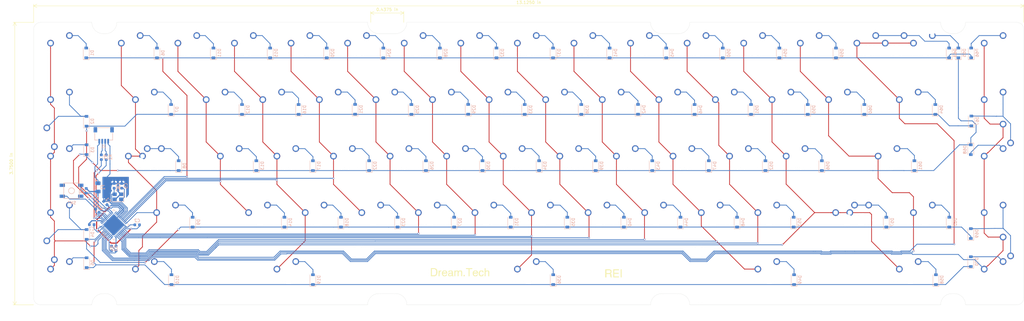
<source format=kicad_pcb>
(kicad_pcb (version 20171130) (host pcbnew "(5.1.5)-3")
  (layers (0 F.Cu signal) (31 B.Cu signal) (34 B.Paste user) (35 F.Paste user) (36 B.SilkS user) (37 F.SilkS user) (38 B.Mask user) (39 F.Mask user) (44 Edge.Cuts user))
  (net 0 "")
  (net 1 GND)
  (net 2 +5V)
  (net 3 "Net-(C4-Pad1)")
  (net 4 "Net-(C5-Pad1)")
  (net 5 "Net-(C6-Pad1)")
  (net 6 "Net-(D1-Pad2)")
  (net 7 ROW0)
  (net 8 "Net-(D2-Pad2)")
  (net 9 ROW1)
  (net 10 "Net-(D3-Pad2)")
  (net 11 ROW2)
  (net 12 "Net-(D4-Pad2)")
  (net 13 ROW3)
  (net 14 "Net-(D5-Pad2)")
  (net 15 ROW4)
  (net 16 "Net-(D6-Pad2)")
  (net 17 "Net-(D7-Pad2)")
  (net 18 "Net-(D8-Pad2)")
  (net 19 "Net-(D9-Pad2)")
  (net 20 "Net-(D10-Pad2)")
  (net 21 "Net-(D11-Pad2)")
  (net 22 "Net-(D12-Pad2)")
  (net 23 "Net-(D13-Pad2)")
  (net 24 "Net-(D14-Pad2)")
  (net 25 "Net-(D15-Pad2)")
  (net 26 "Net-(D16-Pad2)")
  (net 27 "Net-(D17-Pad2)")
  (net 28 "Net-(D18-Pad2)")
  (net 29 "Net-(D19-Pad2)")
  (net 30 "Net-(D20-Pad2)")
  (net 31 "Net-(D21-Pad2)")
  (net 32 "Net-(D22-Pad2)")
  (net 33 "Net-(D23-Pad2)")
  (net 34 "Net-(D24-Pad2)")
  (net 35 "Net-(D25-Pad2)")
  (net 36 "Net-(D26-Pad2)")
  (net 37 "Net-(D27-Pad2)")
  (net 38 "Net-(D28-Pad2)")
  (net 39 "Net-(D29-Pad2)")
  (net 40 "Net-(D30-Pad2)")
  (net 41 "Net-(D31-Pad2)")
  (net 42 "Net-(D32-Pad2)")
  (net 43 "Net-(D33-Pad2)")
  (net 44 "Net-(D34-Pad2)")
  (net 45 "Net-(D35-Pad2)")
  (net 46 "Net-(D36-Pad2)")
  (net 47 "Net-(D37-Pad2)")
  (net 48 "Net-(D38-Pad2)")
  (net 49 "Net-(D39-Pad2)")
  (net 50 "Net-(D40-Pad2)")
  (net 51 "Net-(D41-Pad2)")
  (net 52 "Net-(D42-Pad2)")
  (net 53 "Net-(D43-Pad2)")
  (net 54 "Net-(D44-Pad2)")
  (net 55 "Net-(D45-Pad2)")
  (net 56 "Net-(D46-Pad2)")
  (net 57 "Net-(D47-Pad2)")
  (net 58 "Net-(D48-Pad2)")
  (net 59 "Net-(D49-Pad2)")
  (net 60 "Net-(D50-Pad2)")
  (net 61 "Net-(D51-Pad2)")
  (net 62 "Net-(D52-Pad2)")
  (net 63 "Net-(D53-Pad2)")
  (net 64 "Net-(D54-Pad2)")
  (net 65 "Net-(D55-Pad2)")
  (net 66 "Net-(D56-Pad2)")
  (net 67 "Net-(D57-Pad2)")
  (net 68 "Net-(D58-Pad2)")
  (net 69 "Net-(D59-Pad2)")
  (net 70 "Net-(D60-Pad2)")
  (net 71 "Net-(D61-Pad2)")
  (net 72 "Net-(D62-Pad2)")
  (net 73 "Net-(D63-Pad2)")
  (net 74 "Net-(D64-Pad2)")
  (net 75 "Net-(D65-Pad2)")
  (net 76 "Net-(D66-Pad2)")
  (net 77 "Net-(D67-Pad2)")
  (net 78 "Net-(D69-Pad2)")
  (net 79 "Net-(D70-Pad2)")
  (net 80 VCC)
  (net 81 COL0)
  (net 82 COL1)
  (net 83 COL2)
  (net 84 COL3)
  (net 85 COL4)
  (net 86 COL5)
  (net 87 COL6)
  (net 88 COL7)
  (net 89 COL8)
  (net 90 COL9)
  (net 91 COL10)
  (net 92 COL11)
  (net 93 COL12)
  (net 94 COL13)
  (net 95 COL14)
  (net 96 COL15)
  (net 97 D-)
  (net 98 "Net-(R1-Pad1)")
  (net 99 D+)
  (net 100 "Net-(R2-Pad1)")
  (net 101 "Net-(R3-Pad2)")
  (net 102 "Net-(R4-Pad1)")
  (net 103 "Net-(D68-Pad2)")
  (net 104 "Net-(U2-Pad42)")
  (net 105 "Net-(U2-Pad12)")
  (net 106 "Net-(U2-Pad11)")
  (net 107 "Net-(U2-Pad9)")
  (net 108 "Net-(U2-Pad8)")
  (net 109 "Net-(U2-Pad1)")
  (module "Downloads:LOGO (10)" (layer F.Cu) (at 209.677 112.014)
    (fp_text reference LOGO hide)
    (fp_text value Val** hide)
  )
  (module "Downloads:LOGO (9)" (layer F.Cu) (at 152.781 111.125)
    (fp_text reference LOGO hide)
    (fp_text value Val** hide)
  )
  (module MX_Only:MXOnly-2.25U-ReversedStabilizers-NoLED (layer F.Cu) (at 311.94375 79.375)
    (fp_text reference MX65)
    (fp_text value MX-NoLED)
    (pad 2 thru_hole circle (at 2.54 -5.08) (size 2.25 2.25) (drill 1.47) (layers *.Cu B.Mask) (net 71 "Net-(D61-Pad2)"))
    (pad "" np_thru_hole circle (at 0 0) (size 3.9878 3.9878) (drill 3.9878) (layers *.Cu *.Mask))
    (pad 1 thru_hole circle (at -3.81 -2.54) (size 2.25 2.25) (drill 1.47) (layers *.Cu B.Mask) (net 94 COL13))
    (pad "" np_thru_hole circle (at -5.08 0 48.0996) (size 1.75 1.75) (drill 1.75) (layers *.Cu *.Mask))
    (pad "" np_thru_hole circle (at 5.08 0 48.0996) (size 1.75 1.75) (drill 1.75) (layers *.Cu *.Mask))
    (pad "" np_thru_hole circle (at -11.90625 6.985) (size 3.048 3.048) (drill 3.048) (layers *.Cu *.Mask))
    (pad "" np_thru_hole circle (at 11.90625 6.985) (size 3.048 3.048) (drill 3.048) (layers *.Cu *.Mask))
    (pad "" np_thru_hole circle (at -11.90625 -8.255) (size 3.9878 3.9878) (drill 3.9878) (layers *.Cu *.Mask))
    (pad "" np_thru_hole circle (at 11.90625 -8.255) (size 3.9878 3.9878) (drill 3.9878) (layers *.Cu *.Mask))
  )
  (module MX_Only:MXOnly-2U-NoLED (layer F.Cu) (at 347.6625 107.95 270)
    (fp_text reference MX76)
    (fp_text value MX-NoLED)
    (pad 2 thru_hole circle (at 2.54 -5.08 270) (size 2.25 2.25) (drill 1.47) (layers *.Cu B.Mask) (net 78 "Net-(D69-Pad2)"))
    (pad "" np_thru_hole circle (at 0 0 270) (size 3.9878 3.9878) (drill 3.9878) (layers *.Cu *.Mask))
    (pad 1 thru_hole circle (at -3.81 -2.54 270) (size 2.25 2.25) (drill 1.47) (layers *.Cu B.Mask) (net 96 COL15))
    (pad "" np_thru_hole circle (at -5.08 0 318.0996) (size 1.75 1.75) (drill 1.75) (layers *.Cu *.Mask))
    (pad "" np_thru_hole circle (at 5.08 0 318.0996) (size 1.75 1.75) (drill 1.75) (layers *.Cu *.Mask))
    (pad "" np_thru_hole circle (at -11.90625 -6.985 270) (size 3.048 3.048) (drill 3.048) (layers *.Cu *.Mask))
    (pad "" np_thru_hole circle (at 11.90625 -6.985 270) (size 3.048 3.048) (drill 3.048) (layers *.Cu *.Mask))
    (pad "" np_thru_hole circle (at -11.90625 8.255 270) (size 3.9878 3.9878) (drill 3.9878) (layers *.Cu *.Mask))
    (pad "" np_thru_hole circle (at 11.90625 8.255 270) (size 3.9878 3.9878) (drill 3.9878) (layers *.Cu *.Mask))
  )
  (module MX_Only:MXOnly-2U-NoLED (layer F.Cu) (at 347.6625 69.85 270)
    (fp_text reference MX73)
    (fp_text value MX-NoLED)
    (pad 2 thru_hole circle (at 2.54 -5.08 270) (size 2.25 2.25) (drill 1.47) (layers *.Cu B.Mask) (net 77 "Net-(D67-Pad2)"))
    (pad "" np_thru_hole circle (at 0 0 270) (size 3.9878 3.9878) (drill 3.9878) (layers *.Cu *.Mask))
    (pad 1 thru_hole circle (at -3.81 -2.54 270) (size 2.25 2.25) (drill 1.47) (layers *.Cu B.Mask) (net 96 COL15))
    (pad "" np_thru_hole circle (at -5.08 0 318.0996) (size 1.75 1.75) (drill 1.75) (layers *.Cu *.Mask))
    (pad "" np_thru_hole circle (at 5.08 0 318.0996) (size 1.75 1.75) (drill 1.75) (layers *.Cu *.Mask))
    (pad "" np_thru_hole circle (at -11.90625 -6.985 270) (size 3.048 3.048) (drill 3.048) (layers *.Cu *.Mask))
    (pad "" np_thru_hole circle (at 11.90625 -6.985 270) (size 3.048 3.048) (drill 3.048) (layers *.Cu *.Mask))
    (pad "" np_thru_hole circle (at -11.90625 8.255 270) (size 3.9878 3.9878) (drill 3.9878) (layers *.Cu *.Mask))
    (pad "" np_thru_hole circle (at 11.90625 8.255 270) (size 3.9878 3.9878) (drill 3.9878) (layers *.Cu *.Mask))
  )
  (module MX_Only:MXOnly-2U-NoLED (layer F.Cu) (at 33.3375 107.95 90)
    (fp_text reference MX6)
    (fp_text value MX-NoLED)
    (pad 2 thru_hole circle (at 2.54 -5.08 90) (size 2.25 2.25) (drill 1.47) (layers *.Cu B.Mask) (net 12 "Net-(D4-Pad2)"))
    (pad "" np_thru_hole circle (at 0 0 90) (size 3.9878 3.9878) (drill 3.9878) (layers *.Cu *.Mask))
    (pad 1 thru_hole circle (at -3.81 -2.54 90) (size 2.25 2.25) (drill 1.47) (layers *.Cu B.Mask) (net 81 COL0))
    (pad "" np_thru_hole circle (at -5.08 0 138.0996) (size 1.75 1.75) (drill 1.75) (layers *.Cu *.Mask))
    (pad "" np_thru_hole circle (at 5.08 0 138.0996) (size 1.75 1.75) (drill 1.75) (layers *.Cu *.Mask))
    (pad "" np_thru_hole circle (at -11.90625 -6.985 90) (size 3.048 3.048) (drill 3.048) (layers *.Cu *.Mask))
    (pad "" np_thru_hole circle (at 11.90625 -6.985 90) (size 3.048 3.048) (drill 3.048) (layers *.Cu *.Mask))
    (pad "" np_thru_hole circle (at -11.90625 8.255 90) (size 3.9878 3.9878) (drill 3.9878) (layers *.Cu *.Mask))
    (pad "" np_thru_hole circle (at 11.90625 8.255 90) (size 3.9878 3.9878) (drill 3.9878) (layers *.Cu *.Mask))
  )
  (module MX_Only:MXOnly-2U-NoLED (layer F.Cu) (at 33.3375 69.85 90)
    (fp_text reference MX3)
    (fp_text value MX-NoLED)
    (pad 2 thru_hole circle (at 2.54 -5.08 90) (size 2.25 2.25) (drill 1.47) (layers *.Cu B.Mask) (net 8 "Net-(D2-Pad2)"))
    (pad "" np_thru_hole circle (at 0 0 90) (size 3.9878 3.9878) (drill 3.9878) (layers *.Cu *.Mask))
    (pad 1 thru_hole circle (at -3.81 -2.54 90) (size 2.25 2.25) (drill 1.47) (layers *.Cu B.Mask) (net 81 COL0))
    (pad "" np_thru_hole circle (at -5.08 0 138.0996) (size 1.75 1.75) (drill 1.75) (layers *.Cu *.Mask))
    (pad "" np_thru_hole circle (at 5.08 0 138.0996) (size 1.75 1.75) (drill 1.75) (layers *.Cu *.Mask))
    (pad "" np_thru_hole circle (at -11.90625 -6.985 90) (size 3.048 3.048) (drill 3.048) (layers *.Cu *.Mask))
    (pad "" np_thru_hole circle (at 11.90625 -6.985 90) (size 3.048 3.048) (drill 3.048) (layers *.Cu *.Mask))
    (pad "" np_thru_hole circle (at -11.90625 8.255 90) (size 3.9878 3.9878) (drill 3.9878) (layers *.Cu *.Mask))
    (pad "" np_thru_hole circle (at 11.90625 8.255 90) (size 3.9878 3.9878) (drill 3.9878) (layers *.Cu *.Mask))
  )
  (module MX_Only:MXOnly-1.25U-NoLED (layer F.Cu) (at 59.53125 79.375)
    (fp_text reference MX11)
    (fp_text value MX-NoLED)
    (pad 2 thru_hole circle (at 2.54 -5.08) (size 2.25 2.25) (drill 1.47) (layers *.Cu B.Mask) (net 18 "Net-(D8-Pad2)"))
    (pad "" np_thru_hole circle (at 0 0) (size 3.9878 3.9878) (drill 3.9878) (layers *.Cu *.Mask))
    (pad 1 thru_hole circle (at -3.81 -2.54) (size 2.25 2.25) (drill 1.47) (layers *.Cu B.Mask) (net 82 COL1))
    (pad "" np_thru_hole circle (at -5.08 0 48.0996) (size 1.75 1.75) (drill 1.75) (layers *.Cu *.Mask))
    (pad "" np_thru_hole circle (at 5.08 0 48.0996) (size 1.75 1.75) (drill 1.75) (layers *.Cu *.Mask))
  )
  (module MX_Only:MXOnly-2.25U-NoLED (layer F.Cu) (at 69.05625 98.425)
    (fp_text reference MX12)
    (fp_text value MX-NoLED)
    (pad 2 thru_hole circle (at 2.54 -5.08) (size 2.25 2.25) (drill 1.47) (layers *.Cu B.Mask) (net 19 "Net-(D9-Pad2)"))
    (pad "" np_thru_hole circle (at 0 0) (size 3.9878 3.9878) (drill 3.9878) (layers *.Cu *.Mask))
    (pad 1 thru_hole circle (at -3.81 -2.54) (size 2.25 2.25) (drill 1.47) (layers *.Cu B.Mask) (net 82 COL1))
    (pad "" np_thru_hole circle (at -5.08 0 48.0996) (size 1.75 1.75) (drill 1.75) (layers *.Cu *.Mask))
    (pad "" np_thru_hole circle (at 5.08 0 48.0996) (size 1.75 1.75) (drill 1.75) (layers *.Cu *.Mask))
    (pad "" np_thru_hole circle (at -11.90625 -6.985) (size 3.048 3.048) (drill 3.048) (layers *.Cu *.Mask))
    (pad "" np_thru_hole circle (at 11.90625 -6.985) (size 3.048 3.048) (drill 3.048) (layers *.Cu *.Mask))
    (pad "" np_thru_hole circle (at -11.90625 8.255) (size 3.9878 3.9878) (drill 3.9878) (layers *.Cu *.Mask))
    (pad "" np_thru_hole circle (at 11.90625 8.255) (size 3.9878 3.9878) (drill 3.9878) (layers *.Cu *.Mask))
  )
  (module MX_Only:MXOnly-1.75U-NoLED (layer F.Cu) (at 64.29375 79.375)
    (fp_text reference MX10)
    (fp_text value MX-NoLED)
    (pad 2 thru_hole circle (at 2.54 -5.08) (size 2.25 2.25) (drill 1.47) (layers *.Cu B.Mask) (net 18 "Net-(D8-Pad2)"))
    (pad "" np_thru_hole circle (at 0 0) (size 3.9878 3.9878) (drill 3.9878) (layers *.Cu *.Mask))
    (pad 1 thru_hole circle (at -3.81 -2.54) (size 2.25 2.25) (drill 1.47) (layers *.Cu B.Mask) (net 82 COL1))
    (pad "" np_thru_hole circle (at -5.08 0 48.0996) (size 1.75 1.75) (drill 1.75) (layers *.Cu *.Mask))
    (pad "" np_thru_hole circle (at 5.08 0 48.0996) (size 1.75 1.75) (drill 1.75) (layers *.Cu *.Mask))
  )
  (module Resistor_SMD:R_0603_1608Metric (layer B.Cu) (at 51.562 107.95 270)
    (fp_text reference R4 (at 0 1.43 90) (layer B.SilkS) (effects (justify mirror)))
    (fp_text value 10k)
    (pad 2 smd roundrect (at 0.7875 0 270) (size 0.875 0.95) (layers B.Cu B.Paste B.Mask) (net 1 GND))
    (pad 1 smd roundrect (at -0.7875 0 270) (size 0.875 0.95) (layers B.Cu B.Paste B.Mask) (net 102 "Net-(R4-Pad1)"))
  )
  (module Resistor_SMD:R_0603_1608Metric (layer B.Cu) (at 41.529 88.519 270)
    (fp_text reference R3 (at 0 1.43 90) (layer B.SilkS) (effects (justify mirror)))
    (fp_text value 10k)
    (pad 1 smd roundrect (at -0.7875 0 270) (size 0.875 0.95) (layers B.Cu B.Paste B.Mask) (net 2 +5V))
    (pad 2 smd roundrect (at 0.7875 0 270) (size 0.875 0.95) (layers B.Cu B.Paste B.Mask) (net 101 "Net-(R3-Pad2)"))
  )
  (module Resistor_SMD:R_0603_1608Metric (layer B.Cu) (at 48.26 77.216 90)
    (fp_text reference R2 (at 0 1.43 90) (layer B.SilkS) (effects (justify mirror)))
    (fp_text value 22)
    (pad 2 smd roundrect (at 0.7875 0 90) (size 0.875 0.95) (layers B.Cu B.Paste B.Mask) (net 99 D+))
    (pad 1 smd roundrect (at -0.7875 0 90) (size 0.875 0.95) (layers B.Cu B.Paste B.Mask) (net 100 "Net-(R2-Pad1)"))
  )
  (module Resistor_SMD:R_0603_1608Metric (layer B.Cu) (at 46.609 77.216 90)
    (fp_text reference R1 (at 0 1.43 90) (layer B.SilkS) (effects (justify mirror)))
    (fp_text value 22)
    (pad 2 smd roundrect (at 0.7875 0 90) (size 0.875 0.95) (layers B.Cu B.Paste B.Mask) (net 97 D-))
    (pad 1 smd roundrect (at -0.7875 0 90) (size 0.875 0.95) (layers B.Cu B.Paste B.Mask) (net 98 "Net-(R1-Pad1)"))
  )
  (module Capacitor_SMD:C_0603_1608Metric (layer B.Cu) (at 43.3705 99.949)
    (fp_text reference C7 (at 0 1.43) (layer B.SilkS) (effects (justify mirror)))
    (fp_text value 10uF)
    (pad 2 smd roundrect (at 0.7875 0) (size 0.875 0.95) (layers B.Cu B.Paste B.Mask) (net 1 GND))
    (pad 1 smd roundrect (at -0.7875 0) (size 0.875 0.95) (layers B.Cu B.Paste B.Mask) (net 2 +5V))
  )
  (module Capacitor_SMD:C_0603_1608Metric (layer B.Cu) (at 50.927 86.868 90)
    (fp_text reference C6 (at 0 1.43 90) (layer B.SilkS) (effects (justify mirror)))
    (fp_text value 22pF)
    (pad 1 smd roundrect (at -0.7875 0 90) (size 0.875 0.95) (layers B.Cu B.Paste B.Mask) (net 5 "Net-(C6-Pad1)"))
    (pad 2 smd roundrect (at 0.7875 0 90) (size 0.875 0.95) (layers B.Cu B.Paste B.Mask) (net 1 GND))
  )
  (module Capacitor_SMD:C_0603_1608Metric (layer B.Cu) (at 53.467 86.868 90)
    (fp_text reference C5 (at 0 1.43 90) (layer B.SilkS) (effects (justify mirror)))
    (fp_text value 22pF)
    (pad 1 smd roundrect (at -0.7875 0 90) (size 0.875 0.95) (layers B.Cu B.Paste B.Mask) (net 4 "Net-(C5-Pad1)"))
    (pad 2 smd roundrect (at 0.7875 0 90) (size 0.875 0.95) (layers B.Cu B.Paste B.Mask) (net 1 GND))
  )
  (module Capacitor_SMD:C_0603_1608Metric (layer B.Cu) (at 45.24375 95.25 135)
    (fp_text reference C4 (at 0 1.43 135) (layer B.SilkS) (effects (justify mirror)))
    (fp_text value 1uF)
    (pad 1 smd roundrect (at -0.7875 0 135) (size 0.875 0.95) (layers B.Cu B.Paste B.Mask) (net 3 "Net-(C4-Pad1)"))
    (pad 2 smd roundrect (at 0.7875 0 135) (size 0.875 0.95) (layers B.Cu B.Paste B.Mask) (net 1 GND))
  )
  (module Capacitor_SMD:C_0603_1608Metric (layer B.Cu) (at 50.038 107.95 90)
    (fp_text reference C3 (at 0 1.43 90) (layer B.SilkS) (effects (justify mirror)))
    (fp_text value 0.1uF)
    (pad 2 smd roundrect (at 0.7875 0 90) (size 0.875 0.95) (layers B.Cu B.Paste B.Mask) (net 1 GND))
    (pad 1 smd roundrect (at -0.7875 0 90) (size 0.875 0.95) (layers B.Cu B.Paste B.Mask) (net 2 +5V))
  )
  (module Capacitor_SMD:C_0603_1608Metric (layer B.Cu) (at 58.674 100.0125 180)
    (fp_text reference C2 (at 0 1.43) (layer B.SilkS) (effects (justify mirror)))
    (fp_text value 0.1uF)
    (pad 2 smd roundrect (at 0.7875 0 180) (size 0.875 0.95) (layers B.Cu B.Paste B.Mask) (net 1 GND))
    (pad 1 smd roundrect (at -0.7875 0 180) (size 0.875 0.95) (layers B.Cu B.Paste B.Mask) (net 2 +5V))
  )
  (module Capacitor_SMD:C_0603_1608Metric (layer B.Cu) (at 47.957153 92.661153 135)
    (fp_text reference C1 (at 0 1.43 135) (layer B.SilkS) (effects (justify mirror)))
    (fp_text value 0.1uF)
    (pad 2 smd roundrect (at 0.7875 0 135) (size 0.875 0.95) (layers B.Cu B.Paste B.Mask) (net 1 GND))
    (pad 1 smd roundrect (at -0.7875 0 135) (size 0.875 0.95) (layers B.Cu B.Paste B.Mask) (net 2 +5V))
  )
  (module MX_Only:MXOnly-1.5U-NoLED (layer F.Cu) (at 109.5375 117.475)
    (fp_text reference MX22)
    (fp_text value MX-NoLED)
    (pad 2 thru_hole circle (at 2.54 -5.08) (size 2.25 2.25) (drill 1.47) (layers *.Cu B.Mask) (net 29 "Net-(D19-Pad2)"))
    (pad "" np_thru_hole circle (at 0 0) (size 3.9878 3.9878) (drill 3.9878) (layers *.Cu *.Mask))
    (pad 1 thru_hole circle (at -3.81 -2.54) (size 2.25 2.25) (drill 1.47) (layers *.Cu B.Mask) (net 84 COL3))
    (pad "" np_thru_hole circle (at -5.08 0 48.0996) (size 1.75 1.75) (drill 1.75) (layers *.Cu *.Mask))
    (pad "" np_thru_hole circle (at 5.08 0 48.0996) (size 1.75 1.75) (drill 1.75) (layers *.Cu *.Mask))
  )
  (module Package_DFN_QFN:QFN-44-1EP_7x7mm_P0.5mm_EP5.2x5.2mm (layer B.Cu) (at 50.8 100.0125 315)
    (fp_text reference U2 (at 0 4.82 315) (layer B.SilkS) (effects (justify mirror)))
    (fp_text value ATmega32U4RC-MU)
    (pad 44 smd roundrect (at -2.5 3.3375 315) (size 0.25 1.075) (layers B.Cu B.Paste B.Mask) (net 2 +5V))
    (pad 43 smd roundrect (at -2 3.3375 315) (size 0.25 1.075) (layers B.Cu B.Paste B.Mask) (net 1 GND))
    (pad 42 smd roundrect (at -1.5 3.3375 315) (size 0.25 1.075) (layers B.Cu B.Paste B.Mask) (net 104 "Net-(U2-Pad42)"))
    (pad 41 smd roundrect (at -1 3.3375 315) (size 0.25 1.075) (layers B.Cu B.Paste B.Mask) (net 13 ROW3))
    (pad 40 smd roundrect (at -0.5 3.3375 315) (size 0.25 1.075) (layers B.Cu B.Paste B.Mask) (net 15 ROW4))
    (pad 39 smd roundrect (at 0 3.3375 315) (size 0.25 1.075) (layers B.Cu B.Paste B.Mask) (net 81 COL0))
    (pad 38 smd roundrect (at 0.5 3.3375 315) (size 0.25 1.075) (layers B.Cu B.Paste B.Mask) (net 96 COL15))
    (pad 37 smd roundrect (at 1 3.3375 315) (size 0.25 1.075) (layers B.Cu B.Paste B.Mask) (net 94 COL13))
    (pad 36 smd roundrect (at 1.5 3.3375 315) (size 0.25 1.075) (layers B.Cu B.Paste B.Mask) (net 95 COL14))
    (pad 35 smd roundrect (at 2 3.3375 315) (size 0.25 1.075) (layers B.Cu B.Paste B.Mask) (net 1 GND))
    (pad 34 smd roundrect (at 2.5 3.3375 315) (size 0.25 1.075) (layers B.Cu B.Paste B.Mask) (net 2 +5V))
    (pad 33 smd roundrect (at 3.3375 2.5 315) (size 1.075 0.25) (layers B.Cu B.Paste B.Mask) (net 102 "Net-(R4-Pad1)"))
    (pad 32 smd roundrect (at 3.3375 2 315) (size 1.075 0.25) (layers B.Cu B.Paste B.Mask) (net 93 COL12))
    (pad 31 smd roundrect (at 3.3375 1.5 315) (size 1.075 0.25) (layers B.Cu B.Paste B.Mask) (net 92 COL11))
    (pad 30 smd roundrect (at 3.3375 1 315) (size 1.075 0.25) (layers B.Cu B.Paste B.Mask) (net 91 COL10))
    (pad 29 smd roundrect (at 3.3375 0.5 315) (size 1.075 0.25) (layers B.Cu B.Paste B.Mask) (net 90 COL9))
    (pad 28 smd roundrect (at 3.3375 0 315) (size 1.075 0.25) (layers B.Cu B.Paste B.Mask) (net 89 COL8))
    (pad 27 smd roundrect (at 3.3375 -0.5 315) (size 1.075 0.25) (layers B.Cu B.Paste B.Mask) (net 88 COL7))
    (pad 26 smd roundrect (at 3.3375 -1 315) (size 1.075 0.25) (layers B.Cu B.Paste B.Mask) (net 87 COL6))
    (pad 25 smd roundrect (at 3.3375 -1.5 315) (size 1.075 0.25) (layers B.Cu B.Paste B.Mask) (net 86 COL5))
    (pad 24 smd roundrect (at 3.3375 -2 315) (size 1.075 0.25) (layers B.Cu B.Paste B.Mask) (net 2 +5V))
    (pad 23 smd roundrect (at 3.3375 -2.5 315) (size 1.075 0.25) (layers B.Cu B.Paste B.Mask) (net 1 GND))
    (pad 22 smd roundrect (at 2.5 -3.3375 315) (size 0.25 1.075) (layers B.Cu B.Paste B.Mask) (net 82 COL1))
    (pad 21 smd roundrect (at 2 -3.3375 315) (size 0.25 1.075) (layers B.Cu B.Paste B.Mask) (net 83 COL2))
    (pad 20 smd roundrect (at 1.5 -3.3375 315) (size 0.25 1.075) (layers B.Cu B.Paste B.Mask) (net 84 COL3))
    (pad 19 smd roundrect (at 1 -3.3375 315) (size 0.25 1.075) (layers B.Cu B.Paste B.Mask) (net 85 COL4))
    (pad 18 smd roundrect (at 0.5 -3.3375 315) (size 0.25 1.075) (layers B.Cu B.Paste B.Mask) (net 7 ROW0))
    (pad 17 smd roundrect (at 0 -3.3375 315) (size 0.25 1.075) (layers B.Cu B.Paste B.Mask) (net 4 "Net-(C5-Pad1)"))
    (pad 16 smd roundrect (at -0.5 -3.3375 315) (size 0.25 1.075) (layers B.Cu B.Paste B.Mask) (net 5 "Net-(C6-Pad1)"))
    (pad 15 smd roundrect (at -1 -3.3375 315) (size 0.25 1.075) (layers B.Cu B.Paste B.Mask) (net 1 GND))
    (pad 14 smd roundrect (at -1.5 -3.3375 315) (size 0.25 1.075) (layers B.Cu B.Paste B.Mask) (net 2 +5V))
    (pad 13 smd roundrect (at -2 -3.3375 315) (size 0.25 1.075) (layers B.Cu B.Paste B.Mask) (net 101 "Net-(R3-Pad2)"))
    (pad 12 smd roundrect (at -2.5 -3.3375 315) (size 0.25 1.075) (layers B.Cu B.Paste B.Mask) (net 105 "Net-(U2-Pad12)"))
    (pad 11 smd roundrect (at -3.3375 -2.5 315) (size 1.075 0.25) (layers B.Cu B.Paste B.Mask) (net 9 ROW1))
    (pad 10 smd roundrect (at -3.3375 -2 315) (size 1.075 0.25) (layers B.Cu B.Paste B.Mask) (net 11 ROW2))
    (pad 9 smd roundrect (at -3.3375 -1.5 315) (size 1.075 0.25) (layers B.Cu B.Paste B.Mask) (net 107 "Net-(U2-Pad9)"))
    (pad 8 smd roundrect (at -3.3375 -1 315) (size 1.075 0.25) (layers B.Cu B.Paste B.Mask) (net 108 "Net-(U2-Pad8)"))
    (pad 7 smd roundrect (at -3.3375 -0.5 315) (size 1.075 0.25) (layers B.Cu B.Paste B.Mask) (net 2 +5V))
    (pad 6 smd roundrect (at -3.3375 0 315) (size 1.075 0.25) (layers B.Cu B.Paste B.Mask) (net 3 "Net-(C4-Pad1)"))
    (pad 5 smd roundrect (at -3.3375 0.5 315) (size 1.075 0.25) (layers B.Cu B.Paste B.Mask) (net 1 GND))
    (pad 4 smd roundrect (at -3.3375 1 315) (size 1.075 0.25) (layers B.Cu B.Paste B.Mask) (net 100 "Net-(R2-Pad1)"))
    (pad 3 smd roundrect (at -3.3375 1.5 315) (size 1.075 0.25) (layers B.Cu B.Paste B.Mask) (net 98 "Net-(R1-Pad1)"))
    (pad 2 smd roundrect (at -3.3375 2 315) (size 1.075 0.25) (layers B.Cu B.Paste B.Mask) (net 2 +5V))
    (pad 1 smd roundrect (at -3.3375 2.5 315) (size 1.075 0.25) (layers B.Cu B.Paste B.Mask) (net 109 "Net-(U2-Pad1)"))
    (pad 45 smd roundrect (at 0 0 315) (size 5.2 5.2) (layers B.Cu B.Mask) (roundrect_rratio 0.048077) (net 1 GND))
  )
  (module MX_Only:MXOnly-1U-NoLED (layer F.Cu) (at 100.0125 98.425)
    (fp_text reference MX17)
    (fp_text value MX-NoLED)
    (pad 2 thru_hole circle (at 2.54 -5.08) (size 2.25 2.25) (drill 1.47) (layers *.Cu B.Mask) (net 24 "Net-(D14-Pad2)"))
    (pad "" np_thru_hole circle (at 0 0) (size 3.9878 3.9878) (drill 3.9878) (layers *.Cu *.Mask))
    (pad 1 thru_hole circle (at -3.81 -2.54) (size 2.25 2.25) (drill 1.47) (layers *.Cu B.Mask) (net 83 COL2))
    (pad "" np_thru_hole circle (at -5.08 0 48.0996) (size 1.75 1.75) (drill 1.75) (layers *.Cu *.Mask))
    (pad "" np_thru_hole circle (at 5.08 0 48.0996) (size 1.75 1.75) (drill 1.75) (layers *.Cu *.Mask))
  )
  (module random-keyboard-parts:JST-SR-4 (layer B.Cu) (at 47.41672 67.03822)
    (fp_text reference J1 (at 0 6.5) (layer B.SilkS) (effects (justify mirror)))
    (fp_text value "SM04B-SRSS-TB(LF)(SN)")
    (pad "" smd rect (at 2.8 0.9) (size 1.2 1.8) (layers B.Cu B.Paste B.Mask))
    (pad "" smd rect (at -2.8 0.9) (size 1.2 1.8) (layers B.Cu B.Paste B.Mask))
    (pad 1 smd rect (at -1.5 4.775) (size 0.6 1.55) (layers B.Cu B.Paste B.Mask) (net 80 VCC))
    (pad 2 smd rect (at -0.5 4.775) (size 0.6 1.55) (layers B.Cu B.Paste B.Mask) (net 97 D-))
    (pad 4 smd rect (at 1.5 4.775) (size 0.6 1.55) (layers B.Cu B.Paste B.Mask) (net 1 GND))
    (pad 3 smd rect (at 0.5 4.775) (size 0.6 1.55) (layers B.Cu B.Paste B.Mask) (net 99 D+))
  )
  (module MX_Only:MXOnly-1U-NoLED (layer F.Cu) (at 347.6625 117.475)
    (fp_text reference MX77)
    (fp_text value MX-NoLED)
    (pad 2 thru_hole circle (at 2.54 -5.08) (size 2.25 2.25) (drill 1.47) (layers *.Cu B.Mask) (net 79 "Net-(D70-Pad2)"))
    (pad "" np_thru_hole circle (at 0 0) (size 3.9878 3.9878) (drill 3.9878) (layers *.Cu *.Mask))
    (pad 1 thru_hole circle (at -3.81 -2.54) (size 2.25 2.25) (drill 1.47) (layers *.Cu B.Mask) (net 96 COL15))
    (pad "" np_thru_hole circle (at -5.08 0 48.0996) (size 1.75 1.75) (drill 1.75) (layers *.Cu *.Mask))
    (pad "" np_thru_hole circle (at 5.08 0 48.0996) (size 1.75 1.75) (drill 1.75) (layers *.Cu *.Mask))
  )
  (module MX_Only:MXOnly-1.5U-NoLED (layer F.Cu) (at 319.0875 60.325)
    (fp_text reference MX69)
    (fp_text value MX-NoLED)
    (pad 2 thru_hole circle (at 2.54 -5.08) (size 2.25 2.25) (drill 1.47) (layers *.Cu B.Mask) (net 74 "Net-(D64-Pad2)"))
    (pad "" np_thru_hole circle (at 0 0) (size 3.9878 3.9878) (drill 3.9878) (layers *.Cu *.Mask))
    (pad 1 thru_hole circle (at -3.81 -2.54) (size 2.25 2.25) (drill 1.47) (layers *.Cu B.Mask) (net 95 COL14))
    (pad "" np_thru_hole circle (at -5.08 0 48.0996) (size 1.75 1.75) (drill 1.75) (layers *.Cu *.Mask))
    (pad "" np_thru_hole circle (at 5.08 0 48.0996) (size 1.75 1.75) (drill 1.75) (layers *.Cu *.Mask))
  )
  (module MX_Only:MXOnly-1.5U-NoLED (layer F.Cu) (at 61.9125 60.325)
    (fp_text reference MX9)
    (fp_text value MX-NoLED)
    (pad 2 thru_hole circle (at 2.54 -5.08) (size 2.25 2.25) (drill 1.47) (layers *.Cu B.Mask) (net 17 "Net-(D7-Pad2)"))
    (pad "" np_thru_hole circle (at 0 0) (size 3.9878 3.9878) (drill 3.9878) (layers *.Cu *.Mask))
    (pad 1 thru_hole circle (at -3.81 -2.54) (size 2.25 2.25) (drill 1.47) (layers *.Cu B.Mask) (net 82 COL1))
    (pad "" np_thru_hole circle (at -5.08 0 48.0996) (size 1.75 1.75) (drill 1.75) (layers *.Cu *.Mask))
    (pad "" np_thru_hole circle (at 5.08 0 48.0996) (size 1.75 1.75) (drill 1.75) (layers *.Cu *.Mask))
  )
  (module Crystal:Crystal_SMD_3225-4Pin_3.2x2.5mm (layer B.Cu) (at 52.197 90.551 180)
    (fp_text reference Y1 (at 0 2.45) (layer B.SilkS) (effects (justify mirror)))
    (fp_text value 16MHz)
    (pad 1 smd rect (at -1.1 -0.85 180) (size 1.4 1.2) (layers B.Cu B.Paste B.Mask) (net 4 "Net-(C5-Pad1)"))
    (pad 2 smd rect (at 1.1 -0.85 180) (size 1.4 1.2) (layers B.Cu B.Paste B.Mask) (net 1 GND))
    (pad 3 smd rect (at 1.1 0.85 180) (size 1.4 1.2) (layers B.Cu B.Paste B.Mask) (net 5 "Net-(C6-Pad1)"))
    (pad 4 smd rect (at -1.1 0.85 180) (size 1.4 1.2) (layers B.Cu B.Paste B.Mask) (net 1 GND))
  )
  (module random-keyboard-parts:SKQG-1155865 (layer B.Cu) (at 36.576 88.519 180)
    (fp_text reference SW1 (at 0 -4.064) (layer B.SilkS) (effects (justify mirror)))
    (fp_text value SW_Push)
    (pad 4 smd rect (at -3.1 -1.85 180) (size 1.8 1.1) (layers B.Cu B.Paste B.Mask))
    (pad 3 smd rect (at 3.1 1.85 180) (size 1.8 1.1) (layers B.Cu B.Paste B.Mask))
    (pad 2 smd rect (at -3.1 1.85 180) (size 1.8 1.1) (layers B.Cu B.Paste B.Mask) (net 101 "Net-(R3-Pad2)"))
    (pad 1 smd rect (at 3.1 -1.85 180) (size 1.8 1.1) (layers B.Cu B.Paste B.Mask) (net 1 GND))
  )
  (module MX_Only:MXOnly-1U-NoLED (layer F.Cu) (at 347.6625 98.425)
    (fp_text reference MX75)
    (fp_text value MX-NoLED)
    (pad 2 thru_hole circle (at 2.54 -5.08) (size 2.25 2.25) (drill 1.47) (layers *.Cu B.Mask) (net 78 "Net-(D69-Pad2)"))
    (pad "" np_thru_hole circle (at 0 0) (size 3.9878 3.9878) (drill 3.9878) (layers *.Cu *.Mask))
    (pad 1 thru_hole circle (at -3.81 -2.54) (size 2.25 2.25) (drill 1.47) (layers *.Cu B.Mask) (net 96 COL15))
    (pad "" np_thru_hole circle (at -5.08 0 48.0996) (size 1.75 1.75) (drill 1.75) (layers *.Cu *.Mask))
    (pad "" np_thru_hole circle (at 5.08 0 48.0996) (size 1.75 1.75) (drill 1.75) (layers *.Cu *.Mask))
  )
  (module MX_Only:MXOnly-1U-NoLED (layer F.Cu) (at 347.6625 79.375)
    (fp_text reference MX74)
    (fp_text value MX-NoLED)
    (pad 2 thru_hole circle (at 2.54 -5.08) (size 2.25 2.25) (drill 1.47) (layers *.Cu B.Mask) (net 103 "Net-(D68-Pad2)"))
    (pad "" np_thru_hole circle (at 0 0) (size 3.9878 3.9878) (drill 3.9878) (layers *.Cu *.Mask))
    (pad 1 thru_hole circle (at -3.81 -2.54) (size 2.25 2.25) (drill 1.47) (layers *.Cu B.Mask) (net 96 COL15))
    (pad "" np_thru_hole circle (at -5.08 0 48.0996) (size 1.75 1.75) (drill 1.75) (layers *.Cu *.Mask))
    (pad "" np_thru_hole circle (at 5.08 0 48.0996) (size 1.75 1.75) (drill 1.75) (layers *.Cu *.Mask))
  )
  (module MX_Only:MXOnly-1U-NoLED (layer F.Cu) (at 347.6625 60.325)
    (fp_text reference MX72)
    (fp_text value MX-NoLED)
    (pad 2 thru_hole circle (at 2.54 -5.08) (size 2.25 2.25) (drill 1.47) (layers *.Cu B.Mask) (net 77 "Net-(D67-Pad2)"))
    (pad "" np_thru_hole circle (at 0 0) (size 3.9878 3.9878) (drill 3.9878) (layers *.Cu *.Mask))
    (pad 1 thru_hole circle (at -3.81 -2.54) (size 2.25 2.25) (drill 1.47) (layers *.Cu B.Mask) (net 96 COL15))
    (pad "" np_thru_hole circle (at -5.08 0 48.0996) (size 1.75 1.75) (drill 1.75) (layers *.Cu *.Mask))
    (pad "" np_thru_hole circle (at 5.08 0 48.0996) (size 1.75 1.75) (drill 1.75) (layers *.Cu *.Mask))
  )
  (module MX_Only:MXOnly-1U-NoLED (layer F.Cu) (at 347.6625 41.275)
    (fp_text reference MX71)
    (fp_text value MX-NoLED)
    (pad 2 thru_hole circle (at 2.54 -5.08) (size 2.25 2.25) (drill 1.47) (layers *.Cu B.Mask) (net 76 "Net-(D66-Pad2)"))
    (pad "" np_thru_hole circle (at 0 0) (size 3.9878 3.9878) (drill 3.9878) (layers *.Cu *.Mask))
    (pad 1 thru_hole circle (at -3.81 -2.54) (size 2.25 2.25) (drill 1.47) (layers *.Cu B.Mask) (net 96 COL15))
    (pad "" np_thru_hole circle (at -5.08 0 48.0996) (size 1.75 1.75) (drill 1.75) (layers *.Cu *.Mask))
    (pad "" np_thru_hole circle (at 5.08 0 48.0996) (size 1.75 1.75) (drill 1.75) (layers *.Cu *.Mask))
  )
  (module MX_Only:MXOnly-1U-NoLED (layer F.Cu) (at 323.85 41.275)
    (fp_text reference MX70)
    (fp_text value MX-NoLED)
    (pad 2 thru_hole circle (at 2.54 -5.08) (size 2.25 2.25) (drill 1.47) (layers *.Cu B.Mask) (net 75 "Net-(D65-Pad2)"))
    (pad "" np_thru_hole circle (at 0 0) (size 3.9878 3.9878) (drill 3.9878) (layers *.Cu *.Mask))
    (pad 1 thru_hole circle (at -3.81 -2.54) (size 2.25 2.25) (drill 1.47) (layers *.Cu B.Mask) (net 95 COL14))
    (pad "" np_thru_hole circle (at -5.08 0 48.0996) (size 1.75 1.75) (drill 1.75) (layers *.Cu *.Mask))
    (pad "" np_thru_hole circle (at 5.08 0 48.0996) (size 1.75 1.75) (drill 1.75) (layers *.Cu *.Mask))
  )
  (module MX_Only:MXOnly-2U-NoLED (layer F.Cu) (at 314.325 41.275)
    (fp_text reference MX68)
    (fp_text value MX-NoLED)
    (pad 2 thru_hole circle (at 2.54 -5.08) (size 2.25 2.25) (drill 1.47) (layers *.Cu B.Mask) (net 73 "Net-(D63-Pad2)"))
    (pad "" np_thru_hole circle (at 0 0) (size 3.9878 3.9878) (drill 3.9878) (layers *.Cu *.Mask))
    (pad 1 thru_hole circle (at -3.81 -2.54) (size 2.25 2.25) (drill 1.47) (layers *.Cu B.Mask) (net 95 COL14))
    (pad "" np_thru_hole circle (at -5.08 0 48.0996) (size 1.75 1.75) (drill 1.75) (layers *.Cu *.Mask))
    (pad "" np_thru_hole circle (at 5.08 0 48.0996) (size 1.75 1.75) (drill 1.75) (layers *.Cu *.Mask))
    (pad "" np_thru_hole circle (at -11.90625 -6.985) (size 3.048 3.048) (drill 3.048) (layers *.Cu *.Mask))
    (pad "" np_thru_hole circle (at 11.90625 -6.985) (size 3.048 3.048) (drill 3.048) (layers *.Cu *.Mask))
    (pad "" np_thru_hole circle (at -11.90625 8.255) (size 3.9878 3.9878) (drill 3.9878) (layers *.Cu *.Mask))
    (pad "" np_thru_hole circle (at 11.90625 8.255) (size 3.9878 3.9878) (drill 3.9878) (layers *.Cu *.Mask))
  )
  (module MX_Only:MXOnly-1U-NoLED (layer F.Cu) (at 304.8 41.275)
    (fp_text reference MX67)
    (fp_text value MX-NoLED)
    (pad 2 thru_hole circle (at 2.54 -5.08) (size 2.25 2.25) (drill 1.47) (layers *.Cu B.Mask) (net 73 "Net-(D63-Pad2)"))
    (pad "" np_thru_hole circle (at 0 0) (size 3.9878 3.9878) (drill 3.9878) (layers *.Cu *.Mask))
    (pad 1 thru_hole circle (at -3.81 -2.54) (size 2.25 2.25) (drill 1.47) (layers *.Cu B.Mask) (net 95 COL14))
    (pad "" np_thru_hole circle (at -5.08 0 48.0996) (size 1.75 1.75) (drill 1.75) (layers *.Cu *.Mask))
    (pad "" np_thru_hole circle (at 5.08 0 48.0996) (size 1.75 1.75) (drill 1.75) (layers *.Cu *.Mask))
  )
  (module MX_Only:MXOnly-1U-NoLED (layer F.Cu) (at 323.85 98.425)
    (fp_text reference MX66)
    (fp_text value MX-NoLED)
    (pad 2 thru_hole circle (at 2.54 -5.08) (size 2.25 2.25) (drill 1.47) (layers *.Cu B.Mask) (net 72 "Net-(D62-Pad2)"))
    (pad "" np_thru_hole circle (at 0 0) (size 3.9878 3.9878) (drill 3.9878) (layers *.Cu *.Mask))
    (pad 1 thru_hole circle (at -3.81 -2.54) (size 2.25 2.25) (drill 1.47) (layers *.Cu B.Mask) (net 94 COL13))
    (pad "" np_thru_hole circle (at -5.08 0 48.0996) (size 1.75 1.75) (drill 1.75) (layers *.Cu *.Mask))
    (pad "" np_thru_hole circle (at 5.08 0 48.0996) (size 1.75 1.75) (drill 1.75) (layers *.Cu *.Mask))
  )
  (module MX_Only:MXOnly-1U-NoLED (layer F.Cu) (at 295.275 60.325)
    (fp_text reference MX64)
    (fp_text value MX-NoLED)
    (pad 2 thru_hole circle (at 2.54 -5.08) (size 2.25 2.25) (drill 1.47) (layers *.Cu B.Mask) (net 70 "Net-(D60-Pad2)"))
    (pad "" np_thru_hole circle (at 0 0) (size 3.9878 3.9878) (drill 3.9878) (layers *.Cu *.Mask))
    (pad 1 thru_hole circle (at -3.81 -2.54) (size 2.25 2.25) (drill 1.47) (layers *.Cu B.Mask) (net 94 COL13))
    (pad "" np_thru_hole circle (at -5.08 0 48.0996) (size 1.75 1.75) (drill 1.75) (layers *.Cu *.Mask))
    (pad "" np_thru_hole circle (at 5.08 0 48.0996) (size 1.75 1.75) (drill 1.75) (layers *.Cu *.Mask))
  )
  (module MX_Only:MXOnly-1U-NoLED (layer F.Cu) (at 285.75 41.275)
    (fp_text reference MX63)
    (fp_text value MX-NoLED)
    (pad 2 thru_hole circle (at 2.54 -5.08) (size 2.25 2.25) (drill 1.47) (layers *.Cu B.Mask) (net 69 "Net-(D59-Pad2)"))
    (pad "" np_thru_hole circle (at 0 0) (size 3.9878 3.9878) (drill 3.9878) (layers *.Cu *.Mask))
    (pad 1 thru_hole circle (at -3.81 -2.54) (size 2.25 2.25) (drill 1.47) (layers *.Cu B.Mask) (net 94 COL13))
    (pad "" np_thru_hole circle (at -5.08 0 48.0996) (size 1.75 1.75) (drill 1.75) (layers *.Cu *.Mask))
    (pad "" np_thru_hole circle (at 5.08 0 48.0996) (size 1.75 1.75) (drill 1.75) (layers *.Cu *.Mask))
  )
  (module MX_Only:MXOnly-1.5U-NoLED (layer F.Cu) (at 319.0875 117.475)
    (fp_text reference MX62)
    (fp_text value MX-NoLED)
    (pad 2 thru_hole circle (at 2.54 -5.08) (size 2.25 2.25) (drill 1.47) (layers *.Cu B.Mask) (net 68 "Net-(D58-Pad2)"))
    (pad "" np_thru_hole circle (at 0 0) (size 3.9878 3.9878) (drill 3.9878) (layers *.Cu *.Mask))
    (pad 1 thru_hole circle (at -3.81 -2.54) (size 2.25 2.25) (drill 1.47) (layers *.Cu B.Mask) (net 93 COL12))
    (pad "" np_thru_hole circle (at -5.08 0 48.0996) (size 1.75 1.75) (drill 1.75) (layers *.Cu *.Mask))
    (pad "" np_thru_hole circle (at 5.08 0 48.0996) (size 1.75 1.75) (drill 1.75) (layers *.Cu *.Mask))
  )
  (module MX_Only:MXOnly-2.25U-NoLED (layer F.Cu) (at 302.41875 98.425)
    (fp_text reference MX61)
    (fp_text value MX-NoLED)
    (pad 2 thru_hole circle (at 2.54 -5.08) (size 2.25 2.25) (drill 1.47) (layers *.Cu B.Mask) (net 67 "Net-(D57-Pad2)"))
    (pad "" np_thru_hole circle (at 0 0) (size 3.9878 3.9878) (drill 3.9878) (layers *.Cu *.Mask))
    (pad 1 thru_hole circle (at -3.81 -2.54) (size 2.25 2.25) (drill 1.47) (layers *.Cu B.Mask) (net 93 COL12))
    (pad "" np_thru_hole circle (at -5.08 0 48.0996) (size 1.75 1.75) (drill 1.75) (layers *.Cu *.Mask))
    (pad "" np_thru_hole circle (at 5.08 0 48.0996) (size 1.75 1.75) (drill 1.75) (layers *.Cu *.Mask))
    (pad "" np_thru_hole circle (at -11.90625 -6.985) (size 3.048 3.048) (drill 3.048) (layers *.Cu *.Mask))
    (pad "" np_thru_hole circle (at 11.90625 -6.985) (size 3.048 3.048) (drill 3.048) (layers *.Cu *.Mask))
    (pad "" np_thru_hole circle (at -11.90625 8.255) (size 3.9878 3.9878) (drill 3.9878) (layers *.Cu *.Mask))
    (pad "" np_thru_hole circle (at 11.90625 8.255) (size 3.9878 3.9878) (drill 3.9878) (layers *.Cu *.Mask))
  )
  (module MX_Only:MXOnly-1.75U-NoLED (layer F.Cu) (at 297.65625 98.425)
    (fp_text reference MX60)
    (fp_text value MX-NoLED)
    (pad 2 thru_hole circle (at 2.54 -5.08) (size 2.25 2.25) (drill 1.47) (layers *.Cu B.Mask) (net 67 "Net-(D57-Pad2)"))
    (pad "" np_thru_hole circle (at 0 0) (size 3.9878 3.9878) (drill 3.9878) (layers *.Cu *.Mask))
    (pad 1 thru_hole circle (at -3.81 -2.54) (size 2.25 2.25) (drill 1.47) (layers *.Cu B.Mask) (net 93 COL12))
    (pad "" np_thru_hole circle (at -5.08 0 48.0996) (size 1.75 1.75) (drill 1.75) (layers *.Cu *.Mask))
    (pad "" np_thru_hole circle (at 5.08 0 48.0996) (size 1.75 1.75) (drill 1.75) (layers *.Cu *.Mask))
  )
  (module MX_Only:MXOnly-1U-NoLED (layer F.Cu) (at 280.9875 79.375)
    (fp_text reference MX59)
    (fp_text value MX-NoLED)
    (pad 2 thru_hole circle (at 2.54 -5.08) (size 2.25 2.25) (drill 1.47) (layers *.Cu B.Mask) (net 66 "Net-(D56-Pad2)"))
    (pad "" np_thru_hole circle (at 0 0) (size 3.9878 3.9878) (drill 3.9878) (layers *.Cu *.Mask))
    (pad 1 thru_hole circle (at -3.81 -2.54) (size 2.25 2.25) (drill 1.47) (layers *.Cu B.Mask) (net 93 COL12))
    (pad "" np_thru_hole circle (at -5.08 0 48.0996) (size 1.75 1.75) (drill 1.75) (layers *.Cu *.Mask))
    (pad "" np_thru_hole circle (at 5.08 0 48.0996) (size 1.75 1.75) (drill 1.75) (layers *.Cu *.Mask))
  )
  (module MX_Only:MXOnly-1U-NoLED (layer F.Cu) (at 276.225 60.325)
    (fp_text reference MX58)
    (fp_text value MX-NoLED)
    (pad 2 thru_hole circle (at 2.54 -5.08) (size 2.25 2.25) (drill 1.47) (layers *.Cu B.Mask) (net 65 "Net-(D55-Pad2)"))
    (pad "" np_thru_hole circle (at 0 0) (size 3.9878 3.9878) (drill 3.9878) (layers *.Cu *.Mask))
    (pad 1 thru_hole circle (at -3.81 -2.54) (size 2.25 2.25) (drill 1.47) (layers *.Cu B.Mask) (net 93 COL12))
    (pad "" np_thru_hole circle (at -5.08 0 48.0996) (size 1.75 1.75) (drill 1.75) (layers *.Cu *.Mask))
    (pad "" np_thru_hole circle (at 5.08 0 48.0996) (size 1.75 1.75) (drill 1.75) (layers *.Cu *.Mask))
  )
  (module MX_Only:MXOnly-1U-NoLED (layer F.Cu) (at 266.7 41.275)
    (fp_text reference MX57)
    (fp_text value MX-NoLED)
    (pad 2 thru_hole circle (at 2.54 -5.08) (size 2.25 2.25) (drill 1.47) (layers *.Cu B.Mask) (net 64 "Net-(D54-Pad2)"))
    (pad "" np_thru_hole circle (at 0 0) (size 3.9878 3.9878) (drill 3.9878) (layers *.Cu *.Mask))
    (pad 1 thru_hole circle (at -3.81 -2.54) (size 2.25 2.25) (drill 1.47) (layers *.Cu B.Mask) (net 93 COL12))
    (pad "" np_thru_hole circle (at -5.08 0 48.0996) (size 1.75 1.75) (drill 1.75) (layers *.Cu *.Mask))
    (pad "" np_thru_hole circle (at 5.08 0 48.0996) (size 1.75 1.75) (drill 1.75) (layers *.Cu *.Mask))
  )
  (module MX_Only:MXOnly-1U-NoLED (layer F.Cu) (at 271.4625 98.425)
    (fp_text reference MX56)
    (fp_text value MX-NoLED)
    (pad 2 thru_hole circle (at 2.54 -5.08) (size 2.25 2.25) (drill 1.47) (layers *.Cu B.Mask) (net 63 "Net-(D53-Pad2)"))
    (pad "" np_thru_hole circle (at 0 0) (size 3.9878 3.9878) (drill 3.9878) (layers *.Cu *.Mask))
    (pad 1 thru_hole circle (at -3.81 -2.54) (size 2.25 2.25) (drill 1.47) (layers *.Cu B.Mask) (net 92 COL11))
    (pad "" np_thru_hole circle (at -5.08 0 48.0996) (size 1.75 1.75) (drill 1.75) (layers *.Cu *.Mask))
    (pad "" np_thru_hole circle (at 5.08 0 48.0996) (size 1.75 1.75) (drill 1.75) (layers *.Cu *.Mask))
  )
  (module MX_Only:MXOnly-1U-NoLED (layer F.Cu) (at 261.9375 79.375)
    (fp_text reference MX55)
    (fp_text value MX-NoLED)
    (pad 2 thru_hole circle (at 2.54 -5.08) (size 2.25 2.25) (drill 1.47) (layers *.Cu B.Mask) (net 62 "Net-(D52-Pad2)"))
    (pad "" np_thru_hole circle (at 0 0) (size 3.9878 3.9878) (drill 3.9878) (layers *.Cu *.Mask))
    (pad 1 thru_hole circle (at -3.81 -2.54) (size 2.25 2.25) (drill 1.47) (layers *.Cu B.Mask) (net 92 COL11))
    (pad "" np_thru_hole circle (at -5.08 0 48.0996) (size 1.75 1.75) (drill 1.75) (layers *.Cu *.Mask))
    (pad "" np_thru_hole circle (at 5.08 0 48.0996) (size 1.75 1.75) (drill 1.75) (layers *.Cu *.Mask))
  )
  (module MX_Only:MXOnly-1U-NoLED (layer F.Cu) (at 257.175 60.325)
    (fp_text reference MX54)
    (fp_text value MX-NoLED)
    (pad 2 thru_hole circle (at 2.54 -5.08) (size 2.25 2.25) (drill 1.47) (layers *.Cu B.Mask) (net 61 "Net-(D51-Pad2)"))
    (pad "" np_thru_hole circle (at 0 0) (size 3.9878 3.9878) (drill 3.9878) (layers *.Cu *.Mask))
    (pad 1 thru_hole circle (at -3.81 -2.54) (size 2.25 2.25) (drill 1.47) (layers *.Cu B.Mask) (net 92 COL11))
    (pad "" np_thru_hole circle (at -5.08 0 48.0996) (size 1.75 1.75) (drill 1.75) (layers *.Cu *.Mask))
    (pad "" np_thru_hole circle (at 5.08 0 48.0996) (size 1.75 1.75) (drill 1.75) (layers *.Cu *.Mask))
  )
  (module MX_Only:MXOnly-1U-NoLED (layer F.Cu) (at 247.65 41.275)
    (fp_text reference MX53)
    (fp_text value MX-NoLED)
    (pad 2 thru_hole circle (at 2.54 -5.08) (size 2.25 2.25) (drill 1.47) (layers *.Cu B.Mask) (net 60 "Net-(D50-Pad2)"))
    (pad "" np_thru_hole circle (at 0 0) (size 3.9878 3.9878) (drill 3.9878) (layers *.Cu *.Mask))
    (pad 1 thru_hole circle (at -3.81 -2.54) (size 2.25 2.25) (drill 1.47) (layers *.Cu B.Mask) (net 92 COL11))
    (pad "" np_thru_hole circle (at -5.08 0 48.0996) (size 1.75 1.75) (drill 1.75) (layers *.Cu *.Mask))
    (pad "" np_thru_hole circle (at 5.08 0 48.0996) (size 1.75 1.75) (drill 1.75) (layers *.Cu *.Mask))
  )
  (module MX_Only:MXOnly-1.5U-NoLED (layer F.Cu) (at 271.4625 117.475)
    (fp_text reference MX52)
    (fp_text value MX-NoLED)
    (pad 2 thru_hole circle (at 2.54 -5.08) (size 2.25 2.25) (drill 1.47) (layers *.Cu B.Mask) (net 59 "Net-(D49-Pad2)"))
    (pad "" np_thru_hole circle (at 0 0) (size 3.9878 3.9878) (drill 3.9878) (layers *.Cu *.Mask))
    (pad 1 thru_hole circle (at -3.81 -2.54) (size 2.25 2.25) (drill 1.47) (layers *.Cu B.Mask) (net 91 COL10))
    (pad "" np_thru_hole circle (at -5.08 0 48.0996) (size 1.75 1.75) (drill 1.75) (layers *.Cu *.Mask))
    (pad "" np_thru_hole circle (at 5.08 0 48.0996) (size 1.75 1.75) (drill 1.75) (layers *.Cu *.Mask))
  )
  (module MX_Only:MXOnly-1U-NoLED (layer F.Cu) (at 252.4125 98.425)
    (fp_text reference MX51)
    (fp_text value MX-NoLED)
    (pad 2 thru_hole circle (at 2.54 -5.08) (size 2.25 2.25) (drill 1.47) (layers *.Cu B.Mask) (net 58 "Net-(D48-Pad2)"))
    (pad "" np_thru_hole circle (at 0 0) (size 3.9878 3.9878) (drill 3.9878) (layers *.Cu *.Mask))
    (pad 1 thru_hole circle (at -3.81 -2.54) (size 2.25 2.25) (drill 1.47) (layers *.Cu B.Mask) (net 91 COL10))
    (pad "" np_thru_hole circle (at -5.08 0 48.0996) (size 1.75 1.75) (drill 1.75) (layers *.Cu *.Mask))
    (pad "" np_thru_hole circle (at 5.08 0 48.0996) (size 1.75 1.75) (drill 1.75) (layers *.Cu *.Mask))
  )
  (module MX_Only:MXOnly-1U-NoLED (layer F.Cu) (at 242.8875 79.375)
    (fp_text reference MX50)
    (fp_text value MX-NoLED)
    (pad 2 thru_hole circle (at 2.54 -5.08) (size 2.25 2.25) (drill 1.47) (layers *.Cu B.Mask) (net 57 "Net-(D47-Pad2)"))
    (pad "" np_thru_hole circle (at 0 0) (size 3.9878 3.9878) (drill 3.9878) (layers *.Cu *.Mask))
    (pad 1 thru_hole circle (at -3.81 -2.54) (size 2.25 2.25) (drill 1.47) (layers *.Cu B.Mask) (net 91 COL10))
    (pad "" np_thru_hole circle (at -5.08 0 48.0996) (size 1.75 1.75) (drill 1.75) (layers *.Cu *.Mask))
    (pad "" np_thru_hole circle (at 5.08 0 48.0996) (size 1.75 1.75) (drill 1.75) (layers *.Cu *.Mask))
  )
  (module MX_Only:MXOnly-1U-NoLED (layer F.Cu) (at 238.125 60.325)
    (fp_text reference MX49)
    (fp_text value MX-NoLED)
    (pad 2 thru_hole circle (at 2.54 -5.08) (size 2.25 2.25) (drill 1.47) (layers *.Cu B.Mask) (net 56 "Net-(D46-Pad2)"))
    (pad "" np_thru_hole circle (at 0 0) (size 3.9878 3.9878) (drill 3.9878) (layers *.Cu *.Mask))
    (pad 1 thru_hole circle (at -3.81 -2.54) (size 2.25 2.25) (drill 1.47) (layers *.Cu B.Mask) (net 91 COL10))
    (pad "" np_thru_hole circle (at -5.08 0 48.0996) (size 1.75 1.75) (drill 1.75) (layers *.Cu *.Mask))
    (pad "" np_thru_hole circle (at 5.08 0 48.0996) (size 1.75 1.75) (drill 1.75) (layers *.Cu *.Mask))
  )
  (module MX_Only:MXOnly-1U-NoLED (layer F.Cu) (at 228.6 41.275)
    (fp_text reference MX48)
    (fp_text value MX-NoLED)
    (pad 2 thru_hole circle (at 2.54 -5.08) (size 2.25 2.25) (drill 1.47) (layers *.Cu B.Mask) (net 55 "Net-(D45-Pad2)"))
    (pad "" np_thru_hole circle (at 0 0) (size 3.9878 3.9878) (drill 3.9878) (layers *.Cu *.Mask))
    (pad 1 thru_hole circle (at -3.81 -2.54) (size 2.25 2.25) (drill 1.47) (layers *.Cu B.Mask) (net 91 COL10))
    (pad "" np_thru_hole circle (at -5.08 0 48.0996) (size 1.75 1.75) (drill 1.75) (layers *.Cu *.Mask))
    (pad "" np_thru_hole circle (at 5.08 0 48.0996) (size 1.75 1.75) (drill 1.75) (layers *.Cu *.Mask))
  )
  (module MX_Only:MXOnly-1U-NoLED (layer F.Cu) (at 233.3625 98.425)
    (fp_text reference MX47)
    (fp_text value MX-NoLED)
    (pad 2 thru_hole circle (at 2.54 -5.08) (size 2.25 2.25) (drill 1.47) (layers *.Cu B.Mask) (net 54 "Net-(D44-Pad2)"))
    (pad "" np_thru_hole circle (at 0 0) (size 3.9878 3.9878) (drill 3.9878) (layers *.Cu *.Mask))
    (pad 1 thru_hole circle (at -3.81 -2.54) (size 2.25 2.25) (drill 1.47) (layers *.Cu B.Mask) (net 90 COL9))
    (pad "" np_thru_hole circle (at -5.08 0 48.0996) (size 1.75 1.75) (drill 1.75) (layers *.Cu *.Mask))
    (pad "" np_thru_hole circle (at 5.08 0 48.0996) (size 1.75 1.75) (drill 1.75) (layers *.Cu *.Mask))
  )
  (module MX_Only:MXOnly-1U-NoLED (layer F.Cu) (at 223.8375 79.375)
    (fp_text reference MX46)
    (fp_text value MX-NoLED)
    (pad 2 thru_hole circle (at 2.54 -5.08) (size 2.25 2.25) (drill 1.47) (layers *.Cu B.Mask) (net 53 "Net-(D43-Pad2)"))
    (pad "" np_thru_hole circle (at 0 0) (size 3.9878 3.9878) (drill 3.9878) (layers *.Cu *.Mask))
    (pad 1 thru_hole circle (at -3.81 -2.54) (size 2.25 2.25) (drill 1.47) (layers *.Cu B.Mask) (net 90 COL9))
    (pad "" np_thru_hole circle (at -5.08 0 48.0996) (size 1.75 1.75) (drill 1.75) (layers *.Cu *.Mask))
    (pad "" np_thru_hole circle (at 5.08 0 48.0996) (size 1.75 1.75) (drill 1.75) (layers *.Cu *.Mask))
  )
  (module MX_Only:MXOnly-1U-NoLED (layer F.Cu) (at 219.075 60.325)
    (fp_text reference MX45)
    (fp_text value MX-NoLED)
    (pad 2 thru_hole circle (at 2.54 -5.08) (size 2.25 2.25) (drill 1.47) (layers *.Cu B.Mask) (net 52 "Net-(D42-Pad2)"))
    (pad "" np_thru_hole circle (at 0 0) (size 3.9878 3.9878) (drill 3.9878) (layers *.Cu *.Mask))
    (pad 1 thru_hole circle (at -3.81 -2.54) (size 2.25 2.25) (drill 1.47) (layers *.Cu B.Mask) (net 90 COL9))
    (pad "" np_thru_hole circle (at -5.08 0 48.0996) (size 1.75 1.75) (drill 1.75) (layers *.Cu *.Mask))
    (pad "" np_thru_hole circle (at 5.08 0 48.0996) (size 1.75 1.75) (drill 1.75) (layers *.Cu *.Mask))
  )
  (module MX_Only:MXOnly-1U-NoLED (layer F.Cu) (at 209.55 41.275)
    (fp_text reference MX44)
    (fp_text value MX-NoLED)
    (pad 2 thru_hole circle (at 2.54 -5.08) (size 2.25 2.25) (drill 1.47) (layers *.Cu B.Mask) (net 51 "Net-(D41-Pad2)"))
    (pad "" np_thru_hole circle (at 0 0) (size 3.9878 3.9878) (drill 3.9878) (layers *.Cu *.Mask))
    (pad 1 thru_hole circle (at -3.81 -2.54) (size 2.25 2.25) (drill 1.47) (layers *.Cu B.Mask) (net 90 COL9))
    (pad "" np_thru_hole circle (at -5.08 0 48.0996) (size 1.75 1.75) (drill 1.75) (layers *.Cu *.Mask))
    (pad "" np_thru_hole circle (at 5.08 0 48.0996) (size 1.75 1.75) (drill 1.75) (layers *.Cu *.Mask))
  )
  (module MX_Only:MXOnly-1U-NoLED (layer F.Cu) (at 214.3125 98.425)
    (fp_text reference MX43)
    (fp_text value MX-NoLED)
    (pad 2 thru_hole circle (at 2.54 -5.08) (size 2.25 2.25) (drill 1.47) (layers *.Cu B.Mask) (net 50 "Net-(D40-Pad2)"))
    (pad "" np_thru_hole circle (at 0 0) (size 3.9878 3.9878) (drill 3.9878) (layers *.Cu *.Mask))
    (pad 1 thru_hole circle (at -3.81 -2.54) (size 2.25 2.25) (drill 1.47) (layers *.Cu B.Mask) (net 89 COL8))
    (pad "" np_thru_hole circle (at -5.08 0 48.0996) (size 1.75 1.75) (drill 1.75) (layers *.Cu *.Mask))
    (pad "" np_thru_hole circle (at 5.08 0 48.0996) (size 1.75 1.75) (drill 1.75) (layers *.Cu *.Mask))
  )
  (module MX_Only:MXOnly-1U-NoLED (layer F.Cu) (at 204.7875 79.375)
    (fp_text reference MX42)
    (fp_text value MX-NoLED)
    (pad 2 thru_hole circle (at 2.54 -5.08) (size 2.25 2.25) (drill 1.47) (layers *.Cu B.Mask) (net 49 "Net-(D39-Pad2)"))
    (pad "" np_thru_hole circle (at 0 0) (size 3.9878 3.9878) (drill 3.9878) (layers *.Cu *.Mask))
    (pad 1 thru_hole circle (at -3.81 -2.54) (size 2.25 2.25) (drill 1.47) (layers *.Cu B.Mask) (net 89 COL8))
    (pad "" np_thru_hole circle (at -5.08 0 48.0996) (size 1.75 1.75) (drill 1.75) (layers *.Cu *.Mask))
    (pad "" np_thru_hole circle (at 5.08 0 48.0996) (size 1.75 1.75) (drill 1.75) (layers *.Cu *.Mask))
  )
  (module MX_Only:MXOnly-1U-NoLED (layer F.Cu) (at 200.025 60.325)
    (fp_text reference MX41)
    (fp_text value MX-NoLED)
    (pad 2 thru_hole circle (at 2.54 -5.08) (size 2.25 2.25) (drill 1.47) (layers *.Cu B.Mask) (net 48 "Net-(D38-Pad2)"))
    (pad "" np_thru_hole circle (at 0 0) (size 3.9878 3.9878) (drill 3.9878) (layers *.Cu *.Mask))
    (pad 1 thru_hole circle (at -3.81 -2.54) (size 2.25 2.25) (drill 1.47) (layers *.Cu B.Mask) (net 89 COL8))
    (pad "" np_thru_hole circle (at -5.08 0 48.0996) (size 1.75 1.75) (drill 1.75) (layers *.Cu *.Mask))
    (pad "" np_thru_hole circle (at 5.08 0 48.0996) (size 1.75 1.75) (drill 1.75) (layers *.Cu *.Mask))
  )
  (module MX_Only:MXOnly-1U-NoLED (layer F.Cu) (at 190.5 41.275)
    (fp_text reference MX40)
    (fp_text value MX-NoLED)
    (pad 2 thru_hole circle (at 2.54 -5.08) (size 2.25 2.25) (drill 1.47) (layers *.Cu B.Mask) (net 47 "Net-(D37-Pad2)"))
    (pad "" np_thru_hole circle (at 0 0) (size 3.9878 3.9878) (drill 3.9878) (layers *.Cu *.Mask))
    (pad 1 thru_hole circle (at -3.81 -2.54) (size 2.25 2.25) (drill 1.47) (layers *.Cu B.Mask) (net 89 COL8))
    (pad "" np_thru_hole circle (at -5.08 0 48.0996) (size 1.75 1.75) (drill 1.75) (layers *.Cu *.Mask))
    (pad "" np_thru_hole circle (at 5.08 0 48.0996) (size 1.75 1.75) (drill 1.75) (layers *.Cu *.Mask))
  )
  (module MX_Only:MXOnly-7U-ReversedStabilizers-NoLED (layer F.Cu) (at 190.5 117.475)
    (fp_text reference MX39)
    (fp_text value MX-NoLED)
    (pad 2 thru_hole circle (at 2.54 -5.08) (size 2.25 2.25) (drill 1.47) (layers *.Cu B.Mask) (net 46 "Net-(D36-Pad2)"))
    (pad "" np_thru_hole circle (at 0 0) (size 3.9878 3.9878) (drill 3.9878) (layers *.Cu *.Mask))
    (pad 1 thru_hole circle (at -3.81 -2.54) (size 2.25 2.25) (drill 1.47) (layers *.Cu B.Mask) (net 88 COL7))
    (pad "" np_thru_hole circle (at -5.08 0 48.0996) (size 1.75 1.75) (drill 1.75) (layers *.Cu *.Mask))
    (pad "" np_thru_hole circle (at 5.08 0 48.0996) (size 1.75 1.75) (drill 1.75) (layers *.Cu *.Mask))
    (pad "" np_thru_hole circle (at -57.15 6.985) (size 3.048 3.048) (drill 3.048) (layers *.Cu *.Mask))
    (pad "" np_thru_hole circle (at 57.15 6.985) (size 3.048 3.048) (drill 3.048) (layers *.Cu *.Mask))
    (pad "" np_thru_hole circle (at -57.15 -8.255) (size 3.9878 3.9878) (drill 3.9878) (layers *.Cu *.Mask))
    (pad "" np_thru_hole circle (at 57.15 -8.255) (size 3.9878 3.9878) (drill 3.9878) (layers *.Cu *.Mask))
  )
  (module MX_Only:MXOnly-1U-NoLED (layer F.Cu) (at 195.2625 98.425)
    (fp_text reference MX38)
    (fp_text value MX-NoLED)
    (pad 2 thru_hole circle (at 2.54 -5.08) (size 2.25 2.25) (drill 1.47) (layers *.Cu B.Mask) (net 45 "Net-(D35-Pad2)"))
    (pad "" np_thru_hole circle (at 0 0) (size 3.9878 3.9878) (drill 3.9878) (layers *.Cu *.Mask))
    (pad 1 thru_hole circle (at -3.81 -2.54) (size 2.25 2.25) (drill 1.47) (layers *.Cu B.Mask) (net 88 COL7))
    (pad "" np_thru_hole circle (at -5.08 0 48.0996) (size 1.75 1.75) (drill 1.75) (layers *.Cu *.Mask))
    (pad "" np_thru_hole circle (at 5.08 0 48.0996) (size 1.75 1.75) (drill 1.75) (layers *.Cu *.Mask))
  )
  (module MX_Only:MXOnly-1U-NoLED (layer F.Cu) (at 185.7375 79.375)
    (fp_text reference MX37)
    (fp_text value MX-NoLED)
    (pad 2 thru_hole circle (at 2.54 -5.08) (size 2.25 2.25) (drill 1.47) (layers *.Cu B.Mask) (net 44 "Net-(D34-Pad2)"))
    (pad "" np_thru_hole circle (at 0 0) (size 3.9878 3.9878) (drill 3.9878) (layers *.Cu *.Mask))
    (pad 1 thru_hole circle (at -3.81 -2.54) (size 2.25 2.25) (drill 1.47) (layers *.Cu B.Mask) (net 88 COL7))
    (pad "" np_thru_hole circle (at -5.08 0 48.0996) (size 1.75 1.75) (drill 1.75) (layers *.Cu *.Mask))
    (pad "" np_thru_hole circle (at 5.08 0 48.0996) (size 1.75 1.75) (drill 1.75) (layers *.Cu *.Mask))
  )
  (module MX_Only:MXOnly-1U-NoLED (layer F.Cu) (at 180.975 60.325)
    (fp_text reference MX36)
    (fp_text value MX-NoLED)
    (pad 2 thru_hole circle (at 2.54 -5.08) (size 2.25 2.25) (drill 1.47) (layers *.Cu B.Mask) (net 43 "Net-(D33-Pad2)"))
    (pad "" np_thru_hole circle (at 0 0) (size 3.9878 3.9878) (drill 3.9878) (layers *.Cu *.Mask))
    (pad 1 thru_hole circle (at -3.81 -2.54) (size 2.25 2.25) (drill 1.47) (layers *.Cu B.Mask) (net 88 COL7))
    (pad "" np_thru_hole circle (at -5.08 0 48.0996) (size 1.75 1.75) (drill 1.75) (layers *.Cu *.Mask))
    (pad "" np_thru_hole circle (at 5.08 0 48.0996) (size 1.75 1.75) (drill 1.75) (layers *.Cu *.Mask))
  )
  (module MX_Only:MXOnly-1U-NoLED (layer F.Cu) (at 171.45 41.275)
    (fp_text reference MX35)
    (fp_text value MX-NoLED)
    (pad 2 thru_hole circle (at 2.54 -5.08) (size 2.25 2.25) (drill 1.47) (layers *.Cu B.Mask) (net 42 "Net-(D32-Pad2)"))
    (pad "" np_thru_hole circle (at 0 0) (size 3.9878 3.9878) (drill 3.9878) (layers *.Cu *.Mask))
    (pad 1 thru_hole circle (at -3.81 -2.54) (size 2.25 2.25) (drill 1.47) (layers *.Cu B.Mask) (net 88 COL7))
    (pad "" np_thru_hole circle (at -5.08 0 48.0996) (size 1.75 1.75) (drill 1.75) (layers *.Cu *.Mask))
    (pad "" np_thru_hole circle (at 5.08 0 48.0996) (size 1.75 1.75) (drill 1.75) (layers *.Cu *.Mask))
  )
  (module MX_Only:MXOnly-1U-NoLED (layer F.Cu) (at 176.2125 98.425)
    (fp_text reference MX34)
    (fp_text value MX-NoLED)
    (pad 2 thru_hole circle (at 2.54 -5.08) (size 2.25 2.25) (drill 1.47) (layers *.Cu B.Mask) (net 41 "Net-(D31-Pad2)"))
    (pad "" np_thru_hole circle (at 0 0) (size 3.9878 3.9878) (drill 3.9878) (layers *.Cu *.Mask))
    (pad 1 thru_hole circle (at -3.81 -2.54) (size 2.25 2.25) (drill 1.47) (layers *.Cu B.Mask) (net 87 COL6))
    (pad "" np_thru_hole circle (at -5.08 0 48.0996) (size 1.75 1.75) (drill 1.75) (layers *.Cu *.Mask))
    (pad "" np_thru_hole circle (at 5.08 0 48.0996) (size 1.75 1.75) (drill 1.75) (layers *.Cu *.Mask))
  )
  (module MX_Only:MXOnly-1U-NoLED (layer F.Cu) (at 166.6875 79.375)
    (fp_text reference MX33)
    (fp_text value MX-NoLED)
    (pad 2 thru_hole circle (at 2.54 -5.08) (size 2.25 2.25) (drill 1.47) (layers *.Cu B.Mask) (net 40 "Net-(D30-Pad2)"))
    (pad "" np_thru_hole circle (at 0 0) (size 3.9878 3.9878) (drill 3.9878) (layers *.Cu *.Mask))
    (pad 1 thru_hole circle (at -3.81 -2.54) (size 2.25 2.25) (drill 1.47) (layers *.Cu B.Mask) (net 87 COL6))
    (pad "" np_thru_hole circle (at -5.08 0 48.0996) (size 1.75 1.75) (drill 1.75) (layers *.Cu *.Mask))
    (pad "" np_thru_hole circle (at 5.08 0 48.0996) (size 1.75 1.75) (drill 1.75) (layers *.Cu *.Mask))
  )
  (module MX_Only:MXOnly-1U-NoLED (layer F.Cu) (at 161.925 60.325)
    (fp_text reference MX32)
    (fp_text value MX-NoLED)
    (pad 2 thru_hole circle (at 2.54 -5.08) (size 2.25 2.25) (drill 1.47) (layers *.Cu B.Mask) (net 39 "Net-(D29-Pad2)"))
    (pad "" np_thru_hole circle (at 0 0) (size 3.9878 3.9878) (drill 3.9878) (layers *.Cu *.Mask))
    (pad 1 thru_hole circle (at -3.81 -2.54) (size 2.25 2.25) (drill 1.47) (layers *.Cu B.Mask) (net 87 COL6))
    (pad "" np_thru_hole circle (at -5.08 0 48.0996) (size 1.75 1.75) (drill 1.75) (layers *.Cu *.Mask))
    (pad "" np_thru_hole circle (at 5.08 0 48.0996) (size 1.75 1.75) (drill 1.75) (layers *.Cu *.Mask))
  )
  (module MX_Only:MXOnly-1U-NoLED (layer F.Cu) (at 152.4 41.275)
    (fp_text reference MX31)
    (fp_text value MX-NoLED)
    (pad 2 thru_hole circle (at 2.54 -5.08) (size 2.25 2.25) (drill 1.47) (layers *.Cu B.Mask) (net 38 "Net-(D28-Pad2)"))
    (pad "" np_thru_hole circle (at 0 0) (size 3.9878 3.9878) (drill 3.9878) (layers *.Cu *.Mask))
    (pad 1 thru_hole circle (at -3.81 -2.54) (size 2.25 2.25) (drill 1.47) (layers *.Cu B.Mask) (net 87 COL6))
    (pad "" np_thru_hole circle (at -5.08 0 48.0996) (size 1.75 1.75) (drill 1.75) (layers *.Cu *.Mask))
    (pad "" np_thru_hole circle (at 5.08 0 48.0996) (size 1.75 1.75) (drill 1.75) (layers *.Cu *.Mask))
  )
  (module MX_Only:MXOnly-1U-NoLED (layer F.Cu) (at 157.1625 98.425)
    (fp_text reference MX30)
    (fp_text value MX-NoLED)
    (pad 2 thru_hole circle (at 2.54 -5.08) (size 2.25 2.25) (drill 1.47) (layers *.Cu B.Mask) (net 37 "Net-(D27-Pad2)"))
    (pad "" np_thru_hole circle (at 0 0) (size 3.9878 3.9878) (drill 3.9878) (layers *.Cu *.Mask))
    (pad 1 thru_hole circle (at -3.81 -2.54) (size 2.25 2.25) (drill 1.47) (layers *.Cu B.Mask) (net 86 COL5))
    (pad "" np_thru_hole circle (at -5.08 0 48.0996) (size 1.75 1.75) (drill 1.75) (layers *.Cu *.Mask))
    (pad "" np_thru_hole circle (at 5.08 0 48.0996) (size 1.75 1.75) (drill 1.75) (layers *.Cu *.Mask))
  )
  (module MX_Only:MXOnly-1U-NoLED (layer F.Cu) (at 147.6375 79.375)
    (fp_text reference MX29)
    (fp_text value MX-NoLED)
    (pad 2 thru_hole circle (at 2.54 -5.08) (size 2.25 2.25) (drill 1.47) (layers *.Cu B.Mask) (net 36 "Net-(D26-Pad2)"))
    (pad "" np_thru_hole circle (at 0 0) (size 3.9878 3.9878) (drill 3.9878) (layers *.Cu *.Mask))
    (pad 1 thru_hole circle (at -3.81 -2.54) (size 2.25 2.25) (drill 1.47) (layers *.Cu B.Mask) (net 86 COL5))
    (pad "" np_thru_hole circle (at -5.08 0 48.0996) (size 1.75 1.75) (drill 1.75) (layers *.Cu *.Mask))
    (pad "" np_thru_hole circle (at 5.08 0 48.0996) (size 1.75 1.75) (drill 1.75) (layers *.Cu *.Mask))
  )
  (module MX_Only:MXOnly-1U-NoLED (layer F.Cu) (at 142.875 60.325)
    (fp_text reference MX28)
    (fp_text value MX-NoLED)
    (pad 2 thru_hole circle (at 2.54 -5.08) (size 2.25 2.25) (drill 1.47) (layers *.Cu B.Mask) (net 35 "Net-(D25-Pad2)"))
    (pad "" np_thru_hole circle (at 0 0) (size 3.9878 3.9878) (drill 3.9878) (layers *.Cu *.Mask))
    (pad 1 thru_hole circle (at -3.81 -2.54) (size 2.25 2.25) (drill 1.47) (layers *.Cu B.Mask) (net 86 COL5))
    (pad "" np_thru_hole circle (at -5.08 0 48.0996) (size 1.75 1.75) (drill 1.75) (layers *.Cu *.Mask))
    (pad "" np_thru_hole circle (at 5.08 0 48.0996) (size 1.75 1.75) (drill 1.75) (layers *.Cu *.Mask))
  )
  (module MX_Only:MXOnly-1U-NoLED (layer F.Cu) (at 133.35 41.275)
    (fp_text reference MX27)
    (fp_text value MX-NoLED)
    (pad 2 thru_hole circle (at 2.54 -5.08) (size 2.25 2.25) (drill 1.47) (layers *.Cu B.Mask) (net 34 "Net-(D24-Pad2)"))
    (pad "" np_thru_hole circle (at 0 0) (size 3.9878 3.9878) (drill 3.9878) (layers *.Cu *.Mask))
    (pad 1 thru_hole circle (at -3.81 -2.54) (size 2.25 2.25) (drill 1.47) (layers *.Cu B.Mask) (net 86 COL5))
    (pad "" np_thru_hole circle (at -5.08 0 48.0996) (size 1.75 1.75) (drill 1.75) (layers *.Cu *.Mask))
    (pad "" np_thru_hole circle (at 5.08 0 48.0996) (size 1.75 1.75) (drill 1.75) (layers *.Cu *.Mask))
  )
  (module MX_Only:MXOnly-1U-NoLED (layer F.Cu) (at 138.1125 98.425)
    (fp_text reference MX26)
    (fp_text value MX-NoLED)
    (pad 2 thru_hole circle (at 2.54 -5.08) (size 2.25 2.25) (drill 1.47) (layers *.Cu B.Mask) (net 33 "Net-(D23-Pad2)"))
    (pad "" np_thru_hole circle (at 0 0) (size 3.9878 3.9878) (drill 3.9878) (layers *.Cu *.Mask))
    (pad 1 thru_hole circle (at -3.81 -2.54) (size 2.25 2.25) (drill 1.47) (layers *.Cu B.Mask) (net 85 COL4))
    (pad "" np_thru_hole circle (at -5.08 0 48.0996) (size 1.75 1.75) (drill 1.75) (layers *.Cu *.Mask))
    (pad "" np_thru_hole circle (at 5.08 0 48.0996) (size 1.75 1.75) (drill 1.75) (layers *.Cu *.Mask))
  )
  (module MX_Only:MXOnly-1U-NoLED (layer F.Cu) (at 128.5875 79.375)
    (fp_text reference MX25)
    (fp_text value MX-NoLED)
    (pad 2 thru_hole circle (at 2.54 -5.08) (size 2.25 2.25) (drill 1.47) (layers *.Cu B.Mask) (net 32 "Net-(D22-Pad2)"))
    (pad "" np_thru_hole circle (at 0 0) (size 3.9878 3.9878) (drill 3.9878) (layers *.Cu *.Mask))
    (pad 1 thru_hole circle (at -3.81 -2.54) (size 2.25 2.25) (drill 1.47) (layers *.Cu B.Mask) (net 85 COL4))
    (pad "" np_thru_hole circle (at -5.08 0 48.0996) (size 1.75 1.75) (drill 1.75) (layers *.Cu *.Mask))
    (pad "" np_thru_hole circle (at 5.08 0 48.0996) (size 1.75 1.75) (drill 1.75) (layers *.Cu *.Mask))
  )
  (module MX_Only:MXOnly-1U-NoLED (layer F.Cu) (at 123.825 60.325)
    (fp_text reference MX24)
    (fp_text value MX-NoLED)
    (pad 2 thru_hole circle (at 2.54 -5.08) (size 2.25 2.25) (drill 1.47) (layers *.Cu B.Mask) (net 31 "Net-(D21-Pad2)"))
    (pad "" np_thru_hole circle (at 0 0) (size 3.9878 3.9878) (drill 3.9878) (layers *.Cu *.Mask))
    (pad 1 thru_hole circle (at -3.81 -2.54) (size 2.25 2.25) (drill 1.47) (layers *.Cu B.Mask) (net 85 COL4))
    (pad "" np_thru_hole circle (at -5.08 0 48.0996) (size 1.75 1.75) (drill 1.75) (layers *.Cu *.Mask))
    (pad "" np_thru_hole circle (at 5.08 0 48.0996) (size 1.75 1.75) (drill 1.75) (layers *.Cu *.Mask))
  )
  (module MX_Only:MXOnly-1U-NoLED (layer F.Cu) (at 114.3 41.275)
    (fp_text reference MX23)
    (fp_text value MX-NoLED)
    (pad 2 thru_hole circle (at 2.54 -5.08) (size 2.25 2.25) (drill 1.47) (layers *.Cu B.Mask) (net 30 "Net-(D20-Pad2)"))
    (pad "" np_thru_hole circle (at 0 0) (size 3.9878 3.9878) (drill 3.9878) (layers *.Cu *.Mask))
    (pad 1 thru_hole circle (at -3.81 -2.54) (size 2.25 2.25) (drill 1.47) (layers *.Cu B.Mask) (net 85 COL4))
    (pad "" np_thru_hole circle (at -5.08 0 48.0996) (size 1.75 1.75) (drill 1.75) (layers *.Cu *.Mask))
    (pad "" np_thru_hole circle (at 5.08 0 48.0996) (size 1.75 1.75) (drill 1.75) (layers *.Cu *.Mask))
  )
  (module MX_Only:MXOnly-1U-NoLED (layer F.Cu) (at 119.0625 98.425)
    (fp_text reference MX21)
    (fp_text value MX-NoLED)
    (pad 2 thru_hole circle (at 2.54 -5.08) (size 2.25 2.25) (drill 1.47) (layers *.Cu B.Mask) (net 28 "Net-(D18-Pad2)"))
    (pad "" np_thru_hole circle (at 0 0) (size 3.9878 3.9878) (drill 3.9878) (layers *.Cu *.Mask))
    (pad 1 thru_hole circle (at -3.81 -2.54) (size 2.25 2.25) (drill 1.47) (layers *.Cu B.Mask) (net 84 COL3))
    (pad "" np_thru_hole circle (at -5.08 0 48.0996) (size 1.75 1.75) (drill 1.75) (layers *.Cu *.Mask))
    (pad "" np_thru_hole circle (at 5.08 0 48.0996) (size 1.75 1.75) (drill 1.75) (layers *.Cu *.Mask))
  )
  (module MX_Only:MXOnly-1U-NoLED (layer F.Cu) (at 109.5375 79.375)
    (fp_text reference MX20)
    (fp_text value MX-NoLED)
    (pad 2 thru_hole circle (at 2.54 -5.08) (size 2.25 2.25) (drill 1.47) (layers *.Cu B.Mask) (net 27 "Net-(D17-Pad2)"))
    (pad "" np_thru_hole circle (at 0 0) (size 3.9878 3.9878) (drill 3.9878) (layers *.Cu *.Mask))
    (pad 1 thru_hole circle (at -3.81 -2.54) (size 2.25 2.25) (drill 1.47) (layers *.Cu B.Mask) (net 84 COL3))
    (pad "" np_thru_hole circle (at -5.08 0 48.0996) (size 1.75 1.75) (drill 1.75) (layers *.Cu *.Mask))
    (pad "" np_thru_hole circle (at 5.08 0 48.0996) (size 1.75 1.75) (drill 1.75) (layers *.Cu *.Mask))
  )
  (module MX_Only:MXOnly-1U-NoLED (layer F.Cu) (at 104.775 60.325)
    (fp_text reference MX19)
    (fp_text value MX-NoLED)
    (pad 2 thru_hole circle (at 2.54 -5.08) (size 2.25 2.25) (drill 1.47) (layers *.Cu B.Mask) (net 26 "Net-(D16-Pad2)"))
    (pad "" np_thru_hole circle (at 0 0) (size 3.9878 3.9878) (drill 3.9878) (layers *.Cu *.Mask))
    (pad 1 thru_hole circle (at -3.81 -2.54) (size 2.25 2.25) (drill 1.47) (layers *.Cu B.Mask) (net 84 COL3))
    (pad "" np_thru_hole circle (at -5.08 0 48.0996) (size 1.75 1.75) (drill 1.75) (layers *.Cu *.Mask))
    (pad "" np_thru_hole circle (at 5.08 0 48.0996) (size 1.75 1.75) (drill 1.75) (layers *.Cu *.Mask))
  )
  (module MX_Only:MXOnly-1U-NoLED (layer F.Cu) (at 95.25 41.275)
    (fp_text reference MX18)
    (fp_text value MX-NoLED)
    (pad 2 thru_hole circle (at 2.54 -5.08) (size 2.25 2.25) (drill 1.47) (layers *.Cu B.Mask) (net 25 "Net-(D15-Pad2)"))
    (pad "" np_thru_hole circle (at 0 0) (size 3.9878 3.9878) (drill 3.9878) (layers *.Cu *.Mask))
    (pad 1 thru_hole circle (at -3.81 -2.54) (size 2.25 2.25) (drill 1.47) (layers *.Cu B.Mask) (net 84 COL3))
    (pad "" np_thru_hole circle (at -5.08 0 48.0996) (size 1.75 1.75) (drill 1.75) (layers *.Cu *.Mask))
    (pad "" np_thru_hole circle (at 5.08 0 48.0996) (size 1.75 1.75) (drill 1.75) (layers *.Cu *.Mask))
  )
  (module MX_Only:MXOnly-1U-NoLED (layer F.Cu) (at 90.4875 79.375)
    (fp_text reference MX16)
    (fp_text value MX-NoLED)
    (pad 2 thru_hole circle (at 2.54 -5.08) (size 2.25 2.25) (drill 1.47) (layers *.Cu B.Mask) (net 23 "Net-(D13-Pad2)"))
    (pad "" np_thru_hole circle (at 0 0) (size 3.9878 3.9878) (drill 3.9878) (layers *.Cu *.Mask))
    (pad 1 thru_hole circle (at -3.81 -2.54) (size 2.25 2.25) (drill 1.47) (layers *.Cu B.Mask) (net 83 COL2))
    (pad "" np_thru_hole circle (at -5.08 0 48.0996) (size 1.75 1.75) (drill 1.75) (layers *.Cu *.Mask))
    (pad "" np_thru_hole circle (at 5.08 0 48.0996) (size 1.75 1.75) (drill 1.75) (layers *.Cu *.Mask))
  )
  (module MX_Only:MXOnly-1U-NoLED (layer F.Cu) (at 85.725 60.325)
    (fp_text reference MX15)
    (fp_text value MX-NoLED)
    (pad 2 thru_hole circle (at 2.54 -5.08) (size 2.25 2.25) (drill 1.47) (layers *.Cu B.Mask) (net 22 "Net-(D12-Pad2)"))
    (pad "" np_thru_hole circle (at 0 0) (size 3.9878 3.9878) (drill 3.9878) (layers *.Cu *.Mask))
    (pad 1 thru_hole circle (at -3.81 -2.54) (size 2.25 2.25) (drill 1.47) (layers *.Cu B.Mask) (net 83 COL2))
    (pad "" np_thru_hole circle (at -5.08 0 48.0996) (size 1.75 1.75) (drill 1.75) (layers *.Cu *.Mask))
    (pad "" np_thru_hole circle (at 5.08 0 48.0996) (size 1.75 1.75) (drill 1.75) (layers *.Cu *.Mask))
  )
  (module MX_Only:MXOnly-1U-NoLED (layer F.Cu) (at 76.2 41.275)
    (fp_text reference MX14)
    (fp_text value MX-NoLED)
    (pad 2 thru_hole circle (at 2.54 -5.08) (size 2.25 2.25) (drill 1.47) (layers *.Cu B.Mask) (net 21 "Net-(D11-Pad2)"))
    (pad "" np_thru_hole circle (at 0 0) (size 3.9878 3.9878) (drill 3.9878) (layers *.Cu *.Mask))
    (pad 1 thru_hole circle (at -3.81 -2.54) (size 2.25 2.25) (drill 1.47) (layers *.Cu B.Mask) (net 83 COL2))
    (pad "" np_thru_hole circle (at -5.08 0 48.0996) (size 1.75 1.75) (drill 1.75) (layers *.Cu *.Mask))
    (pad "" np_thru_hole circle (at 5.08 0 48.0996) (size 1.75 1.75) (drill 1.75) (layers *.Cu *.Mask))
  )
  (module MX_Only:MXOnly-1.5U-NoLED (layer F.Cu) (at 61.9125 117.475)
    (fp_text reference MX13)
    (fp_text value MX-NoLED)
    (pad 2 thru_hole circle (at 2.54 -5.08) (size 2.25 2.25) (drill 1.47) (layers *.Cu B.Mask) (net 20 "Net-(D10-Pad2)"))
    (pad "" np_thru_hole circle (at 0 0) (size 3.9878 3.9878) (drill 3.9878) (layers *.Cu *.Mask))
    (pad 1 thru_hole circle (at -3.81 -2.54) (size 2.25 2.25) (drill 1.47) (layers *.Cu B.Mask) (net 82 COL1))
    (pad "" np_thru_hole circle (at -5.08 0 48.0996) (size 1.75 1.75) (drill 1.75) (layers *.Cu *.Mask))
    (pad "" np_thru_hole circle (at 5.08 0 48.0996) (size 1.75 1.75) (drill 1.75) (layers *.Cu *.Mask))
  )
  (module MX_Only:MXOnly-1U-NoLED (layer F.Cu) (at 57.15 41.275)
    (fp_text reference MX8)
    (fp_text value MX-NoLED)
    (pad 2 thru_hole circle (at 2.54 -5.08) (size 2.25 2.25) (drill 1.47) (layers *.Cu B.Mask) (net 16 "Net-(D6-Pad2)"))
    (pad "" np_thru_hole circle (at 0 0) (size 3.9878 3.9878) (drill 3.9878) (layers *.Cu *.Mask))
    (pad 1 thru_hole circle (at -3.81 -2.54) (size 2.25 2.25) (drill 1.47) (layers *.Cu B.Mask) (net 82 COL1))
    (pad "" np_thru_hole circle (at -5.08 0 48.0996) (size 1.75 1.75) (drill 1.75) (layers *.Cu *.Mask))
    (pad "" np_thru_hole circle (at 5.08 0 48.0996) (size 1.75 1.75) (drill 1.75) (layers *.Cu *.Mask))
  )
  (module MX_Only:MXOnly-1U-NoLED (layer F.Cu) (at 33.3375 117.475)
    (fp_text reference MX7)
    (fp_text value MX-NoLED)
    (pad 2 thru_hole circle (at 2.54 -5.08) (size 2.25 2.25) (drill 1.47) (layers *.Cu B.Mask) (net 14 "Net-(D5-Pad2)"))
    (pad "" np_thru_hole circle (at 0 0) (size 3.9878 3.9878) (drill 3.9878) (layers *.Cu *.Mask))
    (pad 1 thru_hole circle (at -3.81 -2.54) (size 2.25 2.25) (drill 1.47) (layers *.Cu B.Mask) (net 81 COL0))
    (pad "" np_thru_hole circle (at -5.08 0 48.0996) (size 1.75 1.75) (drill 1.75) (layers *.Cu *.Mask))
    (pad "" np_thru_hole circle (at 5.08 0 48.0996) (size 1.75 1.75) (drill 1.75) (layers *.Cu *.Mask))
  )
  (module MX_Only:MXOnly-1U-NoLED (layer F.Cu) (at 33.3375 98.425)
    (fp_text reference MX5)
    (fp_text value MX-NoLED)
    (pad 2 thru_hole circle (at 2.54 -5.08) (size 2.25 2.25) (drill 1.47) (layers *.Cu B.Mask) (net 12 "Net-(D4-Pad2)"))
    (pad "" np_thru_hole circle (at 0 0) (size 3.9878 3.9878) (drill 3.9878) (layers *.Cu *.Mask))
    (pad 1 thru_hole circle (at -3.81 -2.54) (size 2.25 2.25) (drill 1.47) (layers *.Cu B.Mask) (net 81 COL0))
    (pad "" np_thru_hole circle (at -5.08 0 48.0996) (size 1.75 1.75) (drill 1.75) (layers *.Cu *.Mask))
    (pad "" np_thru_hole circle (at 5.08 0 48.0996) (size 1.75 1.75) (drill 1.75) (layers *.Cu *.Mask))
  )
  (module MX_Only:MXOnly-1U-NoLED (layer F.Cu) (at 33.3375 79.375)
    (fp_text reference MX4)
    (fp_text value MX-NoLED)
    (pad 2 thru_hole circle (at 2.54 -5.08) (size 2.25 2.25) (drill 1.47) (layers *.Cu B.Mask) (net 10 "Net-(D3-Pad2)"))
    (pad "" np_thru_hole circle (at 0 0) (size 3.9878 3.9878) (drill 3.9878) (layers *.Cu *.Mask))
    (pad 1 thru_hole circle (at -3.81 -2.54) (size 2.25 2.25) (drill 1.47) (layers *.Cu B.Mask) (net 81 COL0))
    (pad "" np_thru_hole circle (at -5.08 0 48.0996) (size 1.75 1.75) (drill 1.75) (layers *.Cu *.Mask))
    (pad "" np_thru_hole circle (at 5.08 0 48.0996) (size 1.75 1.75) (drill 1.75) (layers *.Cu *.Mask))
  )
  (module MX_Only:MXOnly-1U-NoLED (layer F.Cu) (at 33.3375 60.325)
    (fp_text reference MX2)
    (fp_text value MX-NoLED)
    (pad 2 thru_hole circle (at 2.54 -5.08) (size 2.25 2.25) (drill 1.47) (layers *.Cu B.Mask) (net 8 "Net-(D2-Pad2)"))
    (pad "" np_thru_hole circle (at 0 0) (size 3.9878 3.9878) (drill 3.9878) (layers *.Cu *.Mask))
    (pad 1 thru_hole circle (at -3.81 -2.54) (size 2.25 2.25) (drill 1.47) (layers *.Cu B.Mask) (net 81 COL0))
    (pad "" np_thru_hole circle (at -5.08 0 48.0996) (size 1.75 1.75) (drill 1.75) (layers *.Cu *.Mask))
    (pad "" np_thru_hole circle (at 5.08 0 48.0996) (size 1.75 1.75) (drill 1.75) (layers *.Cu *.Mask))
  )
  (module MX_Only:MXOnly-1U-NoLED (layer F.Cu) (at 33.3375 41.275)
    (fp_text reference MX1)
    (fp_text value MX-NoLED)
    (pad 2 thru_hole circle (at 2.54 -5.08) (size 2.25 2.25) (drill 1.47) (layers *.Cu B.Mask) (net 6 "Net-(D1-Pad2)"))
    (pad "" np_thru_hole circle (at 0 0) (size 3.9878 3.9878) (drill 3.9878) (layers *.Cu *.Mask))
    (pad 1 thru_hole circle (at -3.81 -2.54) (size 2.25 2.25) (drill 1.47) (layers *.Cu B.Mask) (net 81 COL0))
    (pad "" np_thru_hole circle (at -5.08 0 48.0996) (size 1.75 1.75) (drill 1.75) (layers *.Cu *.Mask))
    (pad "" np_thru_hole circle (at 5.08 0 48.0996) (size 1.75 1.75) (drill 1.75) (layers *.Cu *.Mask))
  )
  (module Fuse:Fuse_1206_3216Metric (layer B.Cu) (at 45.466 87.376 90)
    (fp_text reference F1 (at 0 1.82 270) (layer B.SilkS) (effects (justify mirror)))
    (fp_text value 500mA)
    (pad 1 smd roundrect (at -1.4 0 90) (size 1.25 1.75) (layers B.Cu B.Paste B.Mask) (roundrect_rratio 0.2) (net 2 +5V))
    (pad 2 smd roundrect (at 1.4 0 90) (size 1.25 1.75) (layers B.Cu B.Paste B.Mask) (roundrect_rratio 0.2) (net 80 VCC))
  )
  (module Diode_SMD:D_SOD-123 (layer B.Cu) (at 339.3567 112.4204 90)
    (fp_text reference D70 (at 0 2 270) (layer B.SilkS) (effects (justify mirror)))
    (fp_text value D_Small)
    (pad 2 smd rect (at 1.65 0 90) (size 0.9 1.2) (layers B.Cu B.Paste B.Mask) (net 79 "Net-(D70-Pad2)"))
    (pad 1 smd rect (at -1.65 0 90) (size 0.9 1.2) (layers B.Cu B.Paste B.Mask) (net 15 ROW4))
  )
  (module Diode_SMD:D_SOD-123 (layer B.Cu) (at 339.3567 102.9462 90)
    (fp_text reference D69 (at 0 2 270) (layer B.SilkS) (effects (justify mirror)))
    (fp_text value D_Small)
    (pad 2 smd rect (at 1.65 0 90) (size 0.9 1.2) (layers B.Cu B.Paste B.Mask) (net 78 "Net-(D69-Pad2)"))
    (pad 1 smd rect (at -1.65 0 90) (size 0.9 1.2) (layers B.Cu B.Paste B.Mask) (net 13 ROW3))
  )
  (module Diode_SMD:D_SOD-123 (layer B.Cu) (at 339.344 74.676 270)
    (fp_text reference D68 (at 0 2 270) (layer B.SilkS) (effects (justify mirror)))
    (fp_text value D_Small)
    (pad 2 smd rect (at 1.65 0 270) (size 0.9 1.2) (layers B.Cu B.Paste B.Mask) (net 103 "Net-(D68-Pad2)"))
    (pad 1 smd rect (at -1.65 0 270) (size 0.9 1.2) (layers B.Cu B.Paste B.Mask) (net 11 ROW2))
  )
  (module Diode_SMD:D_SOD-123 (layer B.Cu) (at 339.5345 64.9732 90)
    (fp_text reference D67 (at 0 2 270) (layer B.SilkS) (effects (justify mirror)))
    (fp_text value D_Small)
    (pad 2 smd rect (at 1.65 0 90) (size 0.9 1.2) (layers B.Cu B.Paste B.Mask) (net 77 "Net-(D67-Pad2)"))
    (pad 1 smd rect (at -1.65 0 90) (size 0.9 1.2) (layers B.Cu B.Paste B.Mask) (net 9 ROW1))
  )
  (module Diode_SMD:D_SOD-123 (layer B.Cu) (at 339.471 42.037 90)
    (fp_text reference D66 (at 0 2 270) (layer B.SilkS) (effects (justify mirror)))
    (fp_text value D_Small)
    (pad 2 smd rect (at 1.65 0 90) (size 0.9 1.2) (layers B.Cu B.Paste B.Mask) (net 76 "Net-(D66-Pad2)"))
    (pad 1 smd rect (at -1.65 0 90) (size 0.9 1.2) (layers B.Cu B.Paste B.Mask) (net 7 ROW0))
  )
  (module Diode_SMD:D_SOD-123 (layer B.Cu) (at 335.153 42.037 90)
    (fp_text reference D65 (at 0 2 270) (layer B.SilkS) (effects (justify mirror)))
    (fp_text value D_Small)
    (pad 2 smd rect (at 1.65 0 90) (size 0.9 1.2) (layers B.Cu B.Paste B.Mask) (net 75 "Net-(D65-Pad2)"))
    (pad 1 smd rect (at -1.65 0 90) (size 0.9 1.2) (layers B.Cu B.Paste B.Mask) (net 11 ROW2))
  )
  (module Diode_SMD:D_SOD-123 (layer B.Cu) (at 327.4 61.1 90)
    (fp_text reference D64 (at 0 2 270) (layer B.SilkS) (effects (justify mirror)))
    (fp_text value D_Small)
    (pad 2 smd rect (at 1.65 0 90) (size 0.9 1.2) (layers B.Cu B.Paste B.Mask) (net 74 "Net-(D64-Pad2)"))
    (pad 1 smd rect (at -1.65 0 90) (size 0.9 1.2) (layers B.Cu B.Paste B.Mask) (net 9 ROW1))
  )
  (module Diode_SMD:D_SOD-123 (layer B.Cu) (at 332.05 42.037 90)
    (fp_text reference D63 (at 0 2 270) (layer B.SilkS) (effects (justify mirror)))
    (fp_text value D_Small)
    (pad 2 smd rect (at 1.65 0 90) (size 0.9 1.2) (layers B.Cu B.Paste B.Mask) (net 73 "Net-(D63-Pad2)"))
    (pad 1 smd rect (at -1.65 0 90) (size 0.9 1.2) (layers B.Cu B.Paste B.Mask) (net 7 ROW0))
  )
  (module Diode_SMD:D_SOD-123 (layer B.Cu) (at 332.1 99.1 90)
    (fp_text reference D62 (at 0 2 270) (layer B.SilkS) (effects (justify mirror)))
    (fp_text value D_Small)
    (pad 2 smd rect (at 1.65 0 90) (size 0.9 1.2) (layers B.Cu B.Paste B.Mask) (net 72 "Net-(D62-Pad2)"))
    (pad 1 smd rect (at -1.65 0 90) (size 0.9 1.2) (layers B.Cu B.Paste B.Mask) (net 13 ROW3))
  )
  (module Diode_SMD:D_SOD-123 (layer B.Cu) (at 320.35 80.05 90)
    (fp_text reference D61 (at 0 2 270) (layer B.SilkS) (effects (justify mirror)))
    (fp_text value D_Small)
    (pad 2 smd rect (at 1.65 0 90) (size 0.9 1.2) (layers B.Cu B.Paste B.Mask) (net 71 "Net-(D61-Pad2)"))
    (pad 1 smd rect (at -1.65 0 90) (size 0.9 1.2) (layers B.Cu B.Paste B.Mask) (net 11 ROW2))
  )
  (module Diode_SMD:D_SOD-123 (layer B.Cu) (at 303.5 61.1 90)
    (fp_text reference D60 (at 0 2 270) (layer B.SilkS) (effects (justify mirror)))
    (fp_text value D_Small)
    (pad 2 smd rect (at 1.65 0 90) (size 0.9 1.2) (layers B.Cu B.Paste B.Mask) (net 70 "Net-(D60-Pad2)"))
    (pad 1 smd rect (at -1.65 0 90) (size 0.9 1.2) (layers B.Cu B.Paste B.Mask) (net 9 ROW1))
  )
  (module Diode_SMD:D_SOD-123 (layer B.Cu) (at 293.95 42.05 90)
    (fp_text reference D59 (at 0 2 270) (layer B.SilkS) (effects (justify mirror)))
    (fp_text value D_Small)
    (pad 2 smd rect (at 1.65 0 90) (size 0.9 1.2) (layers B.Cu B.Paste B.Mask) (net 69 "Net-(D59-Pad2)"))
    (pad 1 smd rect (at -1.65 0 90) (size 0.9 1.2) (layers B.Cu B.Paste B.Mask) (net 7 ROW0))
  )
  (module Diode_SMD:D_SOD-123 (layer B.Cu) (at 327.5965 118.491 90)
    (fp_text reference D58 (at 0 2 270) (layer B.SilkS) (effects (justify mirror)))
    (fp_text value D_Small)
    (pad 2 smd rect (at 1.65 0 90) (size 0.9 1.2) (layers B.Cu B.Paste B.Mask) (net 68 "Net-(D58-Pad2)"))
    (pad 1 smd rect (at -1.65 0 90) (size 0.9 1.2) (layers B.Cu B.Paste B.Mask) (net 15 ROW4))
  )
  (module Diode_SMD:D_SOD-123 (layer B.Cu) (at 310.896 99.1 90)
    (fp_text reference D57 (at 0 2 270) (layer B.SilkS) (effects (justify mirror)))
    (fp_text value D_Small)
    (pad 2 smd rect (at 1.65 0 90) (size 0.9 1.2) (layers B.Cu B.Paste B.Mask) (net 67 "Net-(D57-Pad2)"))
    (pad 1 smd rect (at -1.65 0 90) (size 0.9 1.2) (layers B.Cu B.Paste B.Mask) (net 13 ROW3))
  )
  (module Diode_SMD:D_SOD-123 (layer B.Cu) (at 289.2 80.05 90)
    (fp_text reference D56 (at 0 2 270) (layer B.SilkS) (effects (justify mirror)))
    (fp_text value D_Small)
    (pad 2 smd rect (at 1.65 0 90) (size 0.9 1.2) (layers B.Cu B.Paste B.Mask) (net 66 "Net-(D56-Pad2)"))
    (pad 1 smd rect (at -1.65 0 90) (size 0.9 1.2) (layers B.Cu B.Paste B.Mask) (net 11 ROW2))
  )
  (module Diode_SMD:D_SOD-123 (layer B.Cu) (at 284.45 61.1 90)
    (fp_text reference D55 (at 0 2 270) (layer B.SilkS) (effects (justify mirror)))
    (fp_text value D_Small)
    (pad 2 smd rect (at 1.65 0 90) (size 0.9 1.2) (layers B.Cu B.Paste B.Mask) (net 65 "Net-(D55-Pad2)"))
    (pad 1 smd rect (at -1.65 0 90) (size 0.9 1.2) (layers B.Cu B.Paste B.Mask) (net 9 ROW1))
  )
  (module Diode_SMD:D_SOD-123 (layer B.Cu) (at 274.9 42.05 90)
    (fp_text reference D54 (at 0 2 270) (layer B.SilkS) (effects (justify mirror)))
    (fp_text value D_Small)
    (pad 2 smd rect (at 1.65 0 90) (size 0.9 1.2) (layers B.Cu B.Paste B.Mask) (net 64 "Net-(D54-Pad2)"))
    (pad 1 smd rect (at -1.65 0 90) (size 0.9 1.2) (layers B.Cu B.Paste B.Mask) (net 7 ROW0))
  )
  (module Diode_SMD:D_SOD-123 (layer B.Cu) (at 279.7 99.1 90)
    (fp_text reference D53 (at 0 2 270) (layer B.SilkS) (effects (justify mirror)))
    (fp_text value D_Small)
    (pad 2 smd rect (at 1.65 0 90) (size 0.9 1.2) (layers B.Cu B.Paste B.Mask) (net 63 "Net-(D53-Pad2)"))
    (pad 1 smd rect (at -1.65 0 90) (size 0.9 1.2) (layers B.Cu B.Paste B.Mask) (net 13 ROW3))
  )
  (module Diode_SMD:D_SOD-123 (layer B.Cu) (at 270.2 80.05 90)
    (fp_text reference D52 (at 0 2 270) (layer B.SilkS) (effects (justify mirror)))
    (fp_text value D_Small)
    (pad 2 smd rect (at 1.65 0 90) (size 0.9 1.2) (layers B.Cu B.Paste B.Mask) (net 62 "Net-(D52-Pad2)"))
    (pad 1 smd rect (at -1.65 0 90) (size 0.9 1.2) (layers B.Cu B.Paste B.Mask) (net 11 ROW2))
  )
  (module Diode_SMD:D_SOD-123 (layer B.Cu) (at 265.35 61.1 90)
    (fp_text reference D51 (at 0 2 270) (layer B.SilkS) (effects (justify mirror)))
    (fp_text value D_Small)
    (pad 2 smd rect (at 1.65 0 90) (size 0.9 1.2) (layers B.Cu B.Paste B.Mask) (net 61 "Net-(D51-Pad2)"))
    (pad 1 smd rect (at -1.65 0 90) (size 0.9 1.2) (layers B.Cu B.Paste B.Mask) (net 9 ROW1))
  )
  (module Diode_SMD:D_SOD-123 (layer B.Cu) (at 255.8415 42.05 90)
    (fp_text reference D50 (at 0 2 270) (layer B.SilkS) (effects (justify mirror)))
    (fp_text value D_Small)
    (pad 2 smd rect (at 1.65 0 90) (size 0.9 1.2) (layers B.Cu B.Paste B.Mask) (net 60 "Net-(D50-Pad2)"))
    (pad 1 smd rect (at -1.65 0 90) (size 0.9 1.2) (layers B.Cu B.Paste B.Mask) (net 7 ROW0))
  )
  (module Diode_SMD:D_SOD-123 (layer B.Cu) (at 279.8445 118.491 90)
    (fp_text reference D49 (at 0 2 270) (layer B.SilkS) (effects (justify mirror)))
    (fp_text value D_Small)
    (pad 2 smd rect (at 1.65 0 90) (size 0.9 1.2) (layers B.Cu B.Paste B.Mask) (net 59 "Net-(D49-Pad2)"))
    (pad 1 smd rect (at -1.65 0 90) (size 0.9 1.2) (layers B.Cu B.Paste B.Mask) (net 15 ROW4))
  )
  (module Diode_SMD:D_SOD-123 (layer B.Cu) (at 260.65 99.1 90)
    (fp_text reference D48 (at 0 2 270) (layer B.SilkS) (effects (justify mirror)))
    (fp_text value D_Small)
    (pad 2 smd rect (at 1.65 0 90) (size 0.9 1.2) (layers B.Cu B.Paste B.Mask) (net 58 "Net-(D48-Pad2)"))
    (pad 1 smd rect (at -1.65 0 90) (size 0.9 1.2) (layers B.Cu B.Paste B.Mask) (net 13 ROW3))
  )
  (module Diode_SMD:D_SOD-123 (layer B.Cu) (at 251.1425 80.05 90)
    (fp_text reference D47 (at 0 2 270) (layer B.SilkS) (effects (justify mirror)))
    (fp_text value D_Small)
    (pad 2 smd rect (at 1.65 0 90) (size 0.9 1.2) (layers B.Cu B.Paste B.Mask) (net 57 "Net-(D47-Pad2)"))
    (pad 1 smd rect (at -1.65 0 90) (size 0.9 1.2) (layers B.Cu B.Paste B.Mask) (net 11 ROW2))
  )
  (module Diode_SMD:D_SOD-123 (layer B.Cu) (at 246.35 61.1 90)
    (fp_text reference D46 (at 0 2 270) (layer B.SilkS) (effects (justify mirror)))
    (fp_text value D_Small)
    (pad 2 smd rect (at 1.65 0 90) (size 0.9 1.2) (layers B.Cu B.Paste B.Mask) (net 56 "Net-(D46-Pad2)"))
    (pad 1 smd rect (at -1.65 0 90) (size 0.9 1.2) (layers B.Cu B.Paste B.Mask) (net 9 ROW1))
  )
  (module Diode_SMD:D_SOD-123 (layer B.Cu) (at 236.8 42.05 90)
    (fp_text reference D45 (at 0 2 270) (layer B.SilkS) (effects (justify mirror)))
    (fp_text value D_Small)
    (pad 2 smd rect (at 1.65 0 90) (size 0.9 1.2) (layers B.Cu B.Paste B.Mask) (net 55 "Net-(D45-Pad2)"))
    (pad 1 smd rect (at -1.65 0 90) (size 0.9 1.2) (layers B.Cu B.Paste B.Mask) (net 7 ROW0))
  )
  (module Diode_SMD:D_SOD-123 (layer B.Cu) (at 241.6 99.1 90)
    (fp_text reference D44 (at 0 2 270) (layer B.SilkS) (effects (justify mirror)))
    (fp_text value D_Small)
    (pad 2 smd rect (at 1.65 0 90) (size 0.9 1.2) (layers B.Cu B.Paste B.Mask) (net 54 "Net-(D44-Pad2)"))
    (pad 1 smd rect (at -1.65 0 90) (size 0.9 1.2) (layers B.Cu B.Paste B.Mask) (net 13 ROW3))
  )
  (module Diode_SMD:D_SOD-123 (layer B.Cu) (at 232.1 80.05 90)
    (fp_text reference D43 (at 0 2 270) (layer B.SilkS) (effects (justify mirror)))
    (fp_text value D_Small)
    (pad 2 smd rect (at 1.65 0 90) (size 0.9 1.2) (layers B.Cu B.Paste B.Mask) (net 53 "Net-(D43-Pad2)"))
    (pad 1 smd rect (at -1.65 0 90) (size 0.9 1.2) (layers B.Cu B.Paste B.Mask) (net 11 ROW2))
  )
  (module Diode_SMD:D_SOD-123 (layer B.Cu) (at 227.3 61.05 90)
    (fp_text reference D42 (at 0 2 270) (layer B.SilkS) (effects (justify mirror)))
    (fp_text value D_Small)
    (pad 2 smd rect (at 1.65 0 90) (size 0.9 1.2) (layers B.Cu B.Paste B.Mask) (net 52 "Net-(D42-Pad2)"))
    (pad 1 smd rect (at -1.65 0 90) (size 0.9 1.2) (layers B.Cu B.Paste B.Mask) (net 9 ROW1))
  )
  (module Diode_SMD:D_SOD-123 (layer B.Cu) (at 217.75 42.05 90)
    (fp_text reference D41 (at 0 2 270) (layer B.SilkS) (effects (justify mirror)))
    (fp_text value D_Small)
    (pad 2 smd rect (at 1.65 0 90) (size 0.9 1.2) (layers B.Cu B.Paste B.Mask) (net 51 "Net-(D41-Pad2)"))
    (pad 1 smd rect (at -1.65 0 90) (size 0.9 1.2) (layers B.Cu B.Paste B.Mask) (net 7 ROW0))
  )
  (module Diode_SMD:D_SOD-123 (layer B.Cu) (at 222.55 99.1 90)
    (fp_text reference D40 (at 0 2 270) (layer B.SilkS) (effects (justify mirror)))
    (fp_text value D_Small)
    (pad 2 smd rect (at 1.65 0 90) (size 0.9 1.2) (layers B.Cu B.Paste B.Mask) (net 50 "Net-(D40-Pad2)"))
    (pad 1 smd rect (at -1.65 0 90) (size 0.9 1.2) (layers B.Cu B.Paste B.Mask) (net 13 ROW3))
  )
  (module Diode_SMD:D_SOD-123 (layer B.Cu) (at 213.05 80.05 90)
    (fp_text reference D39 (at 0 2 270) (layer B.SilkS) (effects (justify mirror)))
    (fp_text value D_Small)
    (pad 2 smd rect (at 1.65 0 90) (size 0.9 1.2) (layers B.Cu B.Paste B.Mask) (net 49 "Net-(D39-Pad2)"))
    (pad 1 smd rect (at -1.65 0 90) (size 0.9 1.2) (layers B.Cu B.Paste B.Mask) (net 11 ROW2))
  )
  (module Diode_SMD:D_SOD-123 (layer B.Cu) (at 208.2 61.1 90)
    (fp_text reference D38 (at 0 2 270) (layer B.SilkS) (effects (justify mirror)))
    (fp_text value D_Small)
    (pad 2 smd rect (at 1.65 0 90) (size 0.9 1.2) (layers B.Cu B.Paste B.Mask) (net 48 "Net-(D38-Pad2)"))
    (pad 1 smd rect (at -1.65 0 90) (size 0.9 1.2) (layers B.Cu B.Paste B.Mask) (net 9 ROW1))
  )
  (module Diode_SMD:D_SOD-123 (layer B.Cu) (at 198.7 42.05 90)
    (fp_text reference D37 (at 0 2 270) (layer B.SilkS) (effects (justify mirror)))
    (fp_text value D_Small)
    (pad 2 smd rect (at 1.65 0 90) (size 0.9 1.2) (layers B.Cu B.Paste B.Mask) (net 47 "Net-(D37-Pad2)"))
    (pad 1 smd rect (at -1.65 0 90) (size 0.9 1.2) (layers B.Cu B.Paste B.Mask) (net 7 ROW0))
  )
  (module Diode_SMD:D_SOD-123 (layer B.Cu) (at 198.755 118.491 90)
    (fp_text reference D36 (at 0 2 270) (layer B.SilkS) (effects (justify mirror)))
    (fp_text value D_Small)
    (pad 2 smd rect (at 1.65 0 90) (size 0.9 1.2) (layers B.Cu B.Paste B.Mask) (net 46 "Net-(D36-Pad2)"))
    (pad 1 smd rect (at -1.65 0 90) (size 0.9 1.2) (layers B.Cu B.Paste B.Mask) (net 15 ROW4))
  )
  (module Diode_SMD:D_SOD-123 (layer B.Cu) (at 203.5 99.1 90)
    (fp_text reference D35 (at 0 2 270) (layer B.SilkS) (effects (justify mirror)))
    (fp_text value D_Small)
    (pad 2 smd rect (at 1.65 0 90) (size 0.9 1.2) (layers B.Cu B.Paste B.Mask) (net 45 "Net-(D35-Pad2)"))
    (pad 1 smd rect (at -1.65 0 90) (size 0.9 1.2) (layers B.Cu B.Paste B.Mask) (net 13 ROW3))
  )
  (module Diode_SMD:D_SOD-123 (layer B.Cu) (at 194 80.05 90)
    (fp_text reference D34 (at 0 2 270) (layer B.SilkS) (effects (justify mirror)))
    (fp_text value D_Small)
    (pad 2 smd rect (at 1.65 0 90) (size 0.9 1.2) (layers B.Cu B.Paste B.Mask) (net 44 "Net-(D34-Pad2)"))
    (pad 1 smd rect (at -1.65 0 90) (size 0.9 1.2) (layers B.Cu B.Paste B.Mask) (net 11 ROW2))
  )
  (module Diode_SMD:D_SOD-123 (layer B.Cu) (at 189.15 61.1 90)
    (fp_text reference D33 (at 0 2 270) (layer B.SilkS) (effects (justify mirror)))
    (fp_text value D_Small)
    (pad 2 smd rect (at 1.65 0 90) (size 0.9 1.2) (layers B.Cu B.Paste B.Mask) (net 43 "Net-(D33-Pad2)"))
    (pad 1 smd rect (at -1.65 0 90) (size 0.9 1.2) (layers B.Cu B.Paste B.Mask) (net 9 ROW1))
  )
  (module Diode_SMD:D_SOD-123 (layer B.Cu) (at 179.65 42.037 90)
    (fp_text reference D32 (at 0 2 270) (layer B.SilkS) (effects (justify mirror)))
    (fp_text value D_Small)
    (pad 2 smd rect (at 1.65 0 90) (size 0.9 1.2) (layers B.Cu B.Paste B.Mask) (net 42 "Net-(D32-Pad2)"))
    (pad 1 smd rect (at -1.65 0 90) (size 0.9 1.2) (layers B.Cu B.Paste B.Mask) (net 7 ROW0))
  )
  (module Diode_SMD:D_SOD-123 (layer B.Cu) (at 184.45 99.1 90)
    (fp_text reference D31 (at 0 2 270) (layer B.SilkS) (effects (justify mirror)))
    (fp_text value D_Small)
    (pad 2 smd rect (at 1.65 0 90) (size 0.9 1.2) (layers B.Cu B.Paste B.Mask) (net 41 "Net-(D31-Pad2)"))
    (pad 1 smd rect (at -1.65 0 90) (size 0.9 1.2) (layers B.Cu B.Paste B.Mask) (net 13 ROW3))
  )
  (module Diode_SMD:D_SOD-123 (layer B.Cu) (at 174.9425 80.05 90)
    (fp_text reference D30 (at 0 2 270) (layer B.SilkS) (effects (justify mirror)))
    (fp_text value D_Small)
    (pad 2 smd rect (at 1.65 0 90) (size 0.9 1.2) (layers B.Cu B.Paste B.Mask) (net 40 "Net-(D30-Pad2)"))
    (pad 1 smd rect (at -1.65 0 90) (size 0.9 1.2) (layers B.Cu B.Paste B.Mask) (net 11 ROW2))
  )
  (module Diode_SMD:D_SOD-123 (layer B.Cu) (at 170.1165 61.05 90)
    (fp_text reference D29 (at 0 2 270) (layer B.SilkS) (effects (justify mirror)))
    (fp_text value D_Small)
    (pad 2 smd rect (at 1.65 0 90) (size 0.9 1.2) (layers B.Cu B.Paste B.Mask) (net 39 "Net-(D29-Pad2)"))
    (pad 1 smd rect (at -1.65 0 90) (size 0.9 1.2) (layers B.Cu B.Paste B.Mask) (net 9 ROW1))
  )
  (module Diode_SMD:D_SOD-123 (layer B.Cu) (at 160.6 42.05 90)
    (fp_text reference D28 (at 0 2 270) (layer B.SilkS) (effects (justify mirror)))
    (fp_text value D_Small)
    (pad 2 smd rect (at 1.65 0 90) (size 0.9 1.2) (layers B.Cu B.Paste B.Mask) (net 38 "Net-(D28-Pad2)"))
    (pad 1 smd rect (at -1.65 0 90) (size 0.9 1.2) (layers B.Cu B.Paste B.Mask) (net 7 ROW0))
  )
  (module Diode_SMD:D_SOD-123 (layer B.Cu) (at 165.4 99.1 90)
    (fp_text reference D27 (at 0 2 270) (layer B.SilkS) (effects (justify mirror)))
    (fp_text value D_Small)
    (pad 2 smd rect (at 1.65 0 90) (size 0.9 1.2) (layers B.Cu B.Paste B.Mask) (net 37 "Net-(D27-Pad2)"))
    (pad 1 smd rect (at -1.65 0 90) (size 0.9 1.2) (layers B.Cu B.Paste B.Mask) (net 13 ROW3))
  )
  (module Diode_SMD:D_SOD-123 (layer B.Cu) (at 155.9 80.05 90)
    (fp_text reference D26 (at 0 2 270) (layer B.SilkS) (effects (justify mirror)))
    (fp_text value D_Small)
    (pad 2 smd rect (at 1.65 0 90) (size 0.9 1.2) (layers B.Cu B.Paste B.Mask) (net 36 "Net-(D26-Pad2)"))
    (pad 1 smd rect (at -1.65 0 90) (size 0.9 1.2) (layers B.Cu B.Paste B.Mask) (net 11 ROW2))
  )
  (module Diode_SMD:D_SOD-123 (layer B.Cu) (at 151 61.1 90)
    (fp_text reference D25 (at 0 2 270) (layer B.SilkS) (effects (justify mirror)))
    (fp_text value D_Small)
    (pad 2 smd rect (at 1.65 0 90) (size 0.9 1.2) (layers B.Cu B.Paste B.Mask) (net 35 "Net-(D25-Pad2)"))
    (pad 1 smd rect (at -1.65 0 90) (size 0.9 1.2) (layers B.Cu B.Paste B.Mask) (net 9 ROW1))
  )
  (module Diode_SMD:D_SOD-123 (layer B.Cu) (at 141.55 42.05 90)
    (fp_text reference D24 (at 0 2 270) (layer B.SilkS) (effects (justify mirror)))
    (fp_text value D_Small)
    (pad 2 smd rect (at 1.65 0 90) (size 0.9 1.2) (layers B.Cu B.Paste B.Mask) (net 34 "Net-(D24-Pad2)"))
    (pad 1 smd rect (at -1.65 0 90) (size 0.9 1.2) (layers B.Cu B.Paste B.Mask) (net 7 ROW0))
  )
  (module Diode_SMD:D_SOD-123 (layer B.Cu) (at 146.35 99.1 90)
    (fp_text reference D23 (at 0 2 270) (layer B.SilkS) (effects (justify mirror)))
    (fp_text value D_Small)
    (pad 2 smd rect (at 1.65 0 90) (size 0.9 1.2) (layers B.Cu B.Paste B.Mask) (net 33 "Net-(D23-Pad2)"))
    (pad 1 smd rect (at -1.65 0 90) (size 0.9 1.2) (layers B.Cu B.Paste B.Mask) (net 13 ROW3))
  )
  (module Diode_SMD:D_SOD-123 (layer B.Cu) (at 136.779 80.05 90)
    (fp_text reference D22 (at 0 2 270) (layer B.SilkS) (effects (justify mirror)))
    (fp_text value D_Small)
    (pad 2 smd rect (at 1.65 0 90) (size 0.9 1.2) (layers B.Cu B.Paste B.Mask) (net 32 "Net-(D22-Pad2)"))
    (pad 1 smd rect (at -1.65 0 90) (size 0.9 1.2) (layers B.Cu B.Paste B.Mask) (net 11 ROW2))
  )
  (module Diode_SMD:D_SOD-123 (layer B.Cu) (at 132.05 61.05 90)
    (fp_text reference D21 (at 0 2 270) (layer B.SilkS) (effects (justify mirror)))
    (fp_text value D_Small)
    (pad 2 smd rect (at 1.65 0 90) (size 0.9 1.2) (layers B.Cu B.Paste B.Mask) (net 31 "Net-(D21-Pad2)"))
    (pad 1 smd rect (at -1.65 0 90) (size 0.9 1.2) (layers B.Cu B.Paste B.Mask) (net 9 ROW1))
  )
  (module Diode_SMD:D_SOD-123 (layer B.Cu) (at 122.5 42.05 90)
    (fp_text reference D20 (at 0 2 270) (layer B.SilkS) (effects (justify mirror)))
    (fp_text value D_Small)
    (pad 2 smd rect (at 1.65 0 90) (size 0.9 1.2) (layers B.Cu B.Paste B.Mask) (net 30 "Net-(D20-Pad2)"))
    (pad 1 smd rect (at -1.65 0 90) (size 0.9 1.2) (layers B.Cu B.Paste B.Mask) (net 7 ROW0))
  )
  (module Diode_SMD:D_SOD-123 (layer B.Cu) (at 117.856 118.491 90)
    (fp_text reference D19 (at 0 2 270) (layer B.SilkS) (effects (justify mirror)))
    (fp_text value D_Small)
    (pad 2 smd rect (at 1.65 0 90) (size 0.9 1.2) (layers B.Cu B.Paste B.Mask) (net 29 "Net-(D19-Pad2)"))
    (pad 1 smd rect (at -1.65 0 90) (size 0.9 1.2) (layers B.Cu B.Paste B.Mask) (net 15 ROW4))
  )
  (module Diode_SMD:D_SOD-123 (layer B.Cu) (at 127.3 99.1 90)
    (fp_text reference D18 (at 0 2 270) (layer B.SilkS) (effects (justify mirror)))
    (fp_text value D_Small)
    (pad 2 smd rect (at 1.65 0 90) (size 0.9 1.2) (layers B.Cu B.Paste B.Mask) (net 28 "Net-(D18-Pad2)"))
    (pad 1 smd rect (at -1.65 0 90) (size 0.9 1.2) (layers B.Cu B.Paste B.Mask) (net 13 ROW3))
  )
  (module Diode_SMD:D_SOD-123 (layer B.Cu) (at 117.85 80.05 90)
    (fp_text reference D17 (at 0 2 270) (layer B.SilkS) (effects (justify mirror)))
    (fp_text value D_Small)
    (pad 2 smd rect (at 1.65 0 90) (size 0.9 1.2) (layers B.Cu B.Paste B.Mask) (net 27 "Net-(D17-Pad2)"))
    (pad 1 smd rect (at -1.65 0 90) (size 0.9 1.2) (layers B.Cu B.Paste B.Mask) (net 11 ROW2))
  )
  (module Diode_SMD:D_SOD-123 (layer B.Cu) (at 113.03 61.1 90)
    (fp_text reference D16 (at 0 2 270) (layer B.SilkS) (effects (justify mirror)))
    (fp_text value D_Small)
    (pad 2 smd rect (at 1.65 0 90) (size 0.9 1.2) (layers B.Cu B.Paste B.Mask) (net 26 "Net-(D16-Pad2)"))
    (pad 1 smd rect (at -1.65 0 90) (size 0.9 1.2) (layers B.Cu B.Paste B.Mask) (net 9 ROW1))
  )
  (module Diode_SMD:D_SOD-123 (layer B.Cu) (at 103.45 42.05 90)
    (fp_text reference D15 (at 0 2 270) (layer B.SilkS) (effects (justify mirror)))
    (fp_text value D_Small)
    (pad 2 smd rect (at 1.65 0 90) (size 0.9 1.2) (layers B.Cu B.Paste B.Mask) (net 25 "Net-(D15-Pad2)"))
    (pad 1 smd rect (at -1.65 0 90) (size 0.9 1.2) (layers B.Cu B.Paste B.Mask) (net 7 ROW0))
  )
  (module Diode_SMD:D_SOD-123 (layer B.Cu) (at 108.25 99.1 90)
    (fp_text reference D14 (at 0 2 270) (layer B.SilkS) (effects (justify mirror)))
    (fp_text value D_Small)
    (pad 2 smd rect (at 1.65 0 90) (size 0.9 1.2) (layers B.Cu B.Paste B.Mask) (net 24 "Net-(D14-Pad2)"))
    (pad 1 smd rect (at -1.65 0 90) (size 0.9 1.2) (layers B.Cu B.Paste B.Mask) (net 13 ROW3))
  )
  (module Diode_SMD:D_SOD-123 (layer B.Cu) (at 98.8 80.05 90)
    (fp_text reference D13 (at 0 2 270) (layer B.SilkS) (effects (justify mirror)))
    (fp_text value D_Small)
    (pad 2 smd rect (at 1.65 0 90) (size 0.9 1.2) (layers B.Cu B.Paste B.Mask) (net 23 "Net-(D13-Pad2)"))
    (pad 1 smd rect (at -1.65 0 90) (size 0.9 1.2) (layers B.Cu B.Paste B.Mask) (net 11 ROW2))
  )
  (module Diode_SMD:D_SOD-123 (layer B.Cu) (at 93.98 61.1 90)
    (fp_text reference D12 (at 0 2 270) (layer B.SilkS) (effects (justify mirror)))
    (fp_text value D_Small)
    (pad 2 smd rect (at 1.65 0 90) (size 0.9 1.2) (layers B.Cu B.Paste B.Mask) (net 22 "Net-(D12-Pad2)"))
    (pad 1 smd rect (at -1.65 0 90) (size 0.9 1.2) (layers B.Cu B.Paste B.Mask) (net 9 ROW1))
  )
  (module Diode_SMD:D_SOD-123 (layer B.Cu) (at 84.35 42.05 90)
    (fp_text reference D11 (at 0 2 270) (layer B.SilkS) (effects (justify mirror)))
    (fp_text value D_Small)
    (pad 2 smd rect (at 1.65 0 90) (size 0.9 1.2) (layers B.Cu B.Paste B.Mask) (net 21 "Net-(D11-Pad2)"))
    (pad 1 smd rect (at -1.65 0 90) (size 0.9 1.2) (layers B.Cu B.Paste B.Mask) (net 7 ROW0))
  )
  (module Diode_SMD:D_SOD-123 (layer B.Cu) (at 70.231 118.491 90)
    (fp_text reference D10 (at 0 2 270) (layer B.SilkS) (effects (justify mirror)))
    (fp_text value D_Small)
    (pad 2 smd rect (at 1.65 0 90) (size 0.9 1.2) (layers B.Cu B.Paste B.Mask) (net 20 "Net-(D10-Pad2)"))
    (pad 1 smd rect (at -1.65 0 90) (size 0.9 1.2) (layers B.Cu B.Paste B.Mask) (net 15 ROW4))
  )
  (module Diode_SMD:D_SOD-123 (layer B.Cu) (at 77.343 99.1 90)
    (fp_text reference D9 (at 0 2 270) (layer B.SilkS) (effects (justify mirror)))
    (fp_text value D_Small)
    (pad 2 smd rect (at 1.65 0 90) (size 0.9 1.2) (layers B.Cu B.Paste B.Mask) (net 19 "Net-(D9-Pad2)"))
    (pad 1 smd rect (at -1.65 0 90) (size 0.9 1.2) (layers B.Cu B.Paste B.Mask) (net 13 ROW3))
  )
  (module Diode_SMD:D_SOD-123 (layer B.Cu) (at 72.644 80.05 90)
    (fp_text reference D8 (at 0 2 270) (layer B.SilkS) (effects (justify mirror)))
    (fp_text value D_Small)
    (pad 2 smd rect (at 1.65 0 90) (size 0.9 1.2) (layers B.Cu B.Paste B.Mask) (net 18 "Net-(D8-Pad2)"))
    (pad 1 smd rect (at -1.65 0 90) (size 0.9 1.2) (layers B.Cu B.Paste B.Mask) (net 11 ROW2))
  )
  (module Diode_SMD:D_SOD-123 (layer B.Cu) (at 70.1 61.1 90)
    (fp_text reference D7 (at 0 2 270) (layer B.SilkS) (effects (justify mirror)))
    (fp_text value D_Small)
    (pad 2 smd rect (at 1.65 0 90) (size 0.9 1.2) (layers B.Cu B.Paste B.Mask) (net 17 "Net-(D7-Pad2)"))
    (pad 1 smd rect (at -1.65 0 90) (size 0.9 1.2) (layers B.Cu B.Paste B.Mask) (net 9 ROW1))
  )
  (module Diode_SMD:D_SOD-123 (layer B.Cu) (at 65.35 42.05 90)
    (fp_text reference D6 (at 0 2 270) (layer B.SilkS) (effects (justify mirror)))
    (fp_text value D_Small)
    (pad 2 smd rect (at 1.65 0 90) (size 0.9 1.2) (layers B.Cu B.Paste B.Mask) (net 16 "Net-(D6-Pad2)"))
    (pad 1 smd rect (at -1.65 0 90) (size 0.9 1.2) (layers B.Cu B.Paste B.Mask) (net 7 ROW0))
  )
  (module Diode_SMD:D_SOD-123 (layer B.Cu) (at 41.656 112.776 90)
    (fp_text reference D5 (at 0 2 270) (layer B.SilkS) (effects (justify mirror)))
    (fp_text value D_Small)
    (pad 2 smd rect (at 1.65 0 90) (size 0.9 1.2) (layers B.Cu B.Paste B.Mask) (net 14 "Net-(D5-Pad2)"))
    (pad 1 smd rect (at -1.65 0 90) (size 0.9 1.2) (layers B.Cu B.Paste B.Mask) (net 15 ROW4))
  )
  (module Diode_SMD:D_SOD-123 (layer B.Cu) (at 41.656 103.251 90)
    (fp_text reference D4 (at 0 2 270) (layer B.SilkS) (effects (justify mirror)))
    (fp_text value D_Small)
    (pad 2 smd rect (at 1.65 0 90) (size 0.9 1.2) (layers B.Cu B.Paste B.Mask) (net 12 "Net-(D4-Pad2)"))
    (pad 1 smd rect (at -1.65 0 90) (size 0.9 1.2) (layers B.Cu B.Paste B.Mask) (net 13 ROW3))
  )
  (module Diode_SMD:D_SOD-123 (layer B.Cu) (at 41.656 74.6633 90)
    (fp_text reference D3 (at 0 2 270) (layer B.SilkS) (effects (justify mirror)))
    (fp_text value D_Small)
    (pad 2 smd rect (at 1.65 0 90) (size 0.9 1.2) (layers B.Cu B.Paste B.Mask) (net 10 "Net-(D3-Pad2)"))
    (pad 1 smd rect (at -1.65 0 90) (size 0.9 1.2) (layers B.Cu B.Paste B.Mask) (net 11 ROW2))
  )
  (module Diode_SMD:D_SOD-123 (layer B.Cu) (at 41.6179 65.0748 90)
    (fp_text reference D2 (at 0 2 270) (layer B.SilkS) (effects (justify mirror)))
    (fp_text value D_Small)
    (pad 2 smd rect (at 1.65 0 90) (size 0.9 1.2) (layers B.Cu B.Paste B.Mask) (net 8 "Net-(D2-Pad2)"))
    (pad 1 smd rect (at -1.65 0 90) (size 0.9 1.2) (layers B.Cu B.Paste B.Mask) (net 9 ROW1))
  )
  (module Diode_SMD:D_SOD-123 (layer B.Cu) (at 41.529 42.037 90)
    (fp_text reference D1 (at 0 2 270) (layer B.SilkS) (effects (justify mirror)))
    (fp_text value D_Small)
    (pad 1 smd rect (at -1.65 0 90) (size 0.9 1.2) (layers B.Cu B.Paste B.Mask) (net 7 ROW0))
    (pad 2 smd rect (at 1.65 0 90) (size 0.9 1.2) (layers B.Cu B.Paste B.Mask) (net 6 "Net-(D1-Pad2)"))
  )
  (gr_line (start 47.244 35.56) (end 48.006 35.56) (layer Edge.Cuts) (width 0.05))
  (gr_line (start 145.415 35.56) (end 145.669 35.56) (layer Edge.Cuts) (width 0.05))
  (gr_line (start 140.462 35.56) (end 140.081 35.56) (layer Edge.Cuts) (width 0.05))
  (gr_line (start 235.712 35.56) (end 235.331 35.56) (layer Edge.Cuts) (width 0.05))
  (gr_line (start 240.919 35.56) (end 240.538 35.56) (layer Edge.Cuts) (width 0.05))
  (gr_line (start 333.129985 35.557572) (end 333.756 35.56) (layer Edge.Cuts) (width 0.05))
  (gr_line (start 332.994 123.19) (end 333.756 123.19) (layer Edge.Cuts) (width 0.05))
  (gr_line (start 240.538 123.19) (end 240.919 123.19) (layer Edge.Cuts) (width 0.05))
  (gr_line (start 235.712 123.19) (end 235.331 123.19) (layer Edge.Cuts) (width 0.05))
  (gr_line (start 145.288 123.19) (end 145.669 123.19) (layer Edge.Cuts) (width 0.05))
  (gr_line (start 140.462 123.19) (end 140.081 123.19) (layer Edge.Cuts) (width 0.05))
  (gr_line (start 47.244 123.19) (end 48.006 123.19) (layer Edge.Cuts) (width 0.05))
  (dimension 11.1125 (width 0.12) (layer F.SilkS) (gr_text "11.113 mm" (at 142.875 27.305001) (layer F.SilkS) (effects (font (size 1 1) (thickness 0.15)))) (feature1 (pts (xy 137.31875 31.75) (xy 137.31875 27.98858))) (feature2 (pts (xy 148.43125 31.75) (xy 148.43125 27.98858))) (crossbar (pts (xy 148.43125 28.575001) (xy 137.31875 28.575001))) (arrow1a (pts (xy 137.31875 28.575001) (xy 138.445254 27.98858))) (arrow1b (pts (xy 137.31875 28.575001) (xy 138.445254 29.161422))) (arrow2a (pts (xy 148.43125 28.575001) (xy 147.304746 27.98858))) (arrow2b (pts (xy 148.43125 28.575001) (xy 147.304746 29.161422))))
  (gr_line (start 235.712 123.19) (end 240.538 123.19) (layer Edge.Cuts) (width 0.05))
  (gr_line (start 140.462 123.19) (end 145.288 123.19) (layer Edge.Cuts) (width 0.05))
  (gr_line (start 140.462 35.56) (end 145.415 35.56) (layer Edge.Cuts) (width 0.05))
  (gr_line (start 240.538 35.56) (end 235.712 35.56) (layer Edge.Cuts) (width 0.05))
  (gr_arc (start 240.919 31.75) (end 240.919 35.56) (angle -90) (layer Edge.Cuts) (width 0.05))
  (gr_arc (start 332.994 31.75) (end 329.184 31.75) (angle -92.04540849) (layer Edge.Cuts) (width 0.05))
  (gr_arc (start 333.756 31.75) (end 333.756 35.56) (angle -90) (layer Edge.Cuts) (width 0.05))
  (gr_arc (start 235.331 31.75) (end 231.521 31.75) (angle -90) (layer Edge.Cuts) (width 0.05))
  (gr_arc (start 140.081 31.75) (end 136.271 31.75) (angle -90) (layer Edge.Cuts) (width 0.05))
  (gr_arc (start 145.669 31.75) (end 145.669 35.56) (angle -90) (layer Edge.Cuts) (width 0.05))
  (gr_arc (start 47.244 31.75) (end 43.434 31.75) (angle -90) (layer Edge.Cuts) (width 0.05))
  (gr_arc (start 48.006 31.75) (end 48.006 35.56) (angle -90) (layer Edge.Cuts) (width 0.05))
  (gr_arc (start 48.006 127) (end 51.816 127) (angle -90) (layer Edge.Cuts) (width 0.05))
  (gr_arc (start 47.244 127) (end 47.244 123.19) (angle -90) (layer Edge.Cuts) (width 0.05))
  (gr_arc (start 240.919 127) (end 244.729 127) (angle -90) (layer Edge.Cuts) (width 0.05))
  (gr_arc (start 235.331 127) (end 235.331 123.19) (angle -90) (layer Edge.Cuts) (width 0.05))
  (gr_arc (start 145.669 127) (end 149.479 127) (angle -90) (layer Edge.Cuts) (width 0.05))
  (gr_arc (start 140.081 127) (end 140.081 123.19) (angle -90) (layer Edge.Cuts) (width 0.05))
  (gr_arc (start 333.756 127) (end 337.566 127) (angle -90) (layer Edge.Cuts) (width 0.05))
  (gr_arc (start 332.994 127) (end 332.994 123.19) (angle -90) (layer Edge.Cuts) (width 0.05))
  (gr_arc (start 26.19375 34.13125) (end 26.19375 31.75) (angle -90) (layer Edge.Cuts) (width 0.05))
  (gr_line (start 43.434 127) (end 26.19375 127) (layer Edge.Cuts) (width 0.05))
  (gr_line (start 51.816 127) (end 136.271 127) (layer Edge.Cuts) (width 0.05))
  (gr_line (start 231.521 127) (end 149.479 127) (layer Edge.Cuts) (width 0.05))
  (gr_line (start 329.184 127) (end 244.729 127) (layer Edge.Cuts) (width 0.05))
  (gr_line (start 354.80625 127) (end 337.566 127) (layer Edge.Cuts) (width 0.05))
  (gr_line (start 337.566 31.75) (end 354.80625 31.75) (layer Edge.Cuts) (width 0.05))
  (gr_line (start 244.729 31.75) (end 329.184 31.75) (layer Edge.Cuts) (width 0.05))
  (gr_line (start 149.479 31.75) (end 231.521 31.75) (layer Edge.Cuts) (width 0.05))
  (gr_line (start 51.816 31.75) (end 136.271 31.75) (layer Edge.Cuts) (width 0.05))
  (gr_line (start 26.19375 31.75) (end 43.434 31.75) (layer Edge.Cuts) (width 0.05))
  (dimension 333.375 (width 0.12) (layer F.SilkS) (gr_text "333.375 mm" (at 190.5 24.92375) (layer F.SilkS) (effects (font (size 1 1) (thickness 0.15)))) (feature1 (pts (xy 357.1875 31.75) (xy 357.1875 25.607329))) (feature2 (pts (xy 23.8125 31.75) (xy 23.8125 25.607329))) (crossbar (pts (xy 23.8125 26.19375) (xy 357.1875 26.19375))) (arrow1a (pts (xy 357.1875 26.19375) (xy 356.060996 26.780171))) (arrow1b (pts (xy 357.1875 26.19375) (xy 356.060996 25.607329))) (arrow2a (pts (xy 23.8125 26.19375) (xy 24.939004 26.780171))) (arrow2b (pts (xy 23.8125 26.19375) (xy 24.939004 25.607329))))
  (dimension 95.25 (width 0.12) (layer F.SilkS) (gr_text "95.250 mm" (at 16.1925 79.375 270) (layer F.SilkS) (effects (font (size 1 1) (thickness 0.15)))) (feature1 (pts (xy 23.8125 127) (xy 16.876079 127))) (feature2 (pts (xy 23.8125 31.75) (xy 16.876079 31.75))) (crossbar (pts (xy 17.4625 31.75) (xy 17.4625 127))) (arrow1a (pts (xy 17.4625 127) (xy 16.876079 125.873496))) (arrow1b (pts (xy 17.4625 127) (xy 18.048921 125.873496))) (arrow2a (pts (xy 17.4625 31.75) (xy 16.876079 32.876504))) (arrow2b (pts (xy 17.4625 31.75) (xy 18.048921 32.876504))))
  (gr_line (start 23.8125 124.61875) (end 23.8125 34.13125) (layer Edge.Cuts) (width 0.05))
  (gr_line (start 357.1875 34.13125) (end 357.1875 124.61875) (layer Edge.Cuts) (width 0.05))
  (gr_arc (start 354.80625 34.13125) (end 357.1875 34.13125) (angle -90) (layer Edge.Cuts) (width 0.05))
  (gr_arc (start 354.80625 124.61875) (end 354.80625 127) (angle -90) (layer Edge.Cuts) (width 0.05))
  (gr_arc (start 26.19375 124.61875) (end 23.8125 124.61875) (angle -90) (layer Edge.Cuts) (width 0.05))
  (segment (start 51.232942 91.147) (end 50.97 91.147) (width 0.381) (layer B.Cu) (net 1))
  (segment (start 53.17 89.447) (end 52.932942 89.447) (width 0.381) (layer B.Cu) (net 1))
  (segment (start 53.07 89.701) (end 53.17 89.701) (width 0.381) (layer B.Cu) (net 1))
  (segment (start 50.8 98.697549) (end 53.18125 96.316299) (width 0.254) (layer B.Cu) (net 1))
  (segment (start 50.8 100.0125) (end 50.8 98.697549) (width 0.254) (layer B.Cu) (net 1))
  (segment (start 56.35625 100.0125) (end 57.8865 100.0125) (width 0.254) (layer B.Cu) (net 1))
  (segment (start 50.955178 100.167678) (end 54.391449 100.167678) (width 0.254) (layer B.Cu) (net 1))
  (segment (start 50.8 100.0125) (end 50.955178 100.167678) (width 0.254) (layer B.Cu) (net 1))
  (segment (start 54.391449 100.167678) (end 55.030021 100.80625) (width 0.254) (layer B.Cu) (net 1))
  (segment (start 55.5625 100.80625) (end 56.35625 100.0125) (width 0.254) (layer B.Cu) (net 1))
  (segment (start 55.030021 100.80625) (end 55.5625 100.80625) (width 0.254) (layer B.Cu) (net 1))
  (segment (start 50.8 100.0125) (end 48.070836 100.0125) (width 0.254) (layer B.Cu) (net 1))
  (segment (start 50.092893 100.0125) (end 48.086478 98.006085) (width 0.254) (layer B.Cu) (net 1))
  (segment (start 50.8 100.0125) (end 50.092893 100.0125) (width 0.254) (layer B.Cu) (net 1))
  (segment (start 44.158 101.308) (end 44.158 99.949) (width 0.254) (layer B.Cu) (net 1))
  (segment (start 50.8 100.0125) (end 50.8 102.741664) (width 0.254) (layer B.Cu) (net 1))
  (segment (start 53.034058 89.701) (end 53.297 89.701) (width 0.381) (layer B.Cu) (net 1))
  (segment (start 51.097 91.401) (end 51.334058 91.401) (width 0.381) (layer B.Cu) (net 1))
  (segment (start 51.562 108.6865) (end 50.038 107.1625) (width 0.254) (layer B.Cu) (net 1))
  (segment (start 51.562 108.7375) (end 51.562 108.6865) (width 0.254) (layer B.Cu) (net 1))
  (segment (start 48.070836 100.0125) (end 45.689586 102.39375) (width 0.254) (layer B.Cu) (net 1))
  (segment (start 45.24375 102.39375) (end 44.158 101.308) (width 0.254) (layer B.Cu) (net 1))
  (segment (start 45.689586 102.39375) (end 45.24375 102.39375) (width 0.254) (layer B.Cu) (net 1))
  (segment (start 48.086478 98.006085) (end 47.692651 97.612258) (width 0.254) (layer B.Cu) (net 1))
  (segment (start 53.059942 89.701) (end 53.297 89.701) (width 0.381) (layer B.Cu) (net 1))
  (segment (start 51.359942 91.401) (end 53.059942 89.701) (width 0.381) (layer B.Cu) (net 1))
  (segment (start 51.097 91.401) (end 51.359942 91.401) (width 0.381) (layer B.Cu) (net 1))
  (segment (start 52.0445 86.0805) (end 50.927 86.0805) (width 0.381) (layer B.Cu) (net 1))
  (segment (start 53.467 86.0805) (end 52.0445 86.0805) (width 0.381) (layer B.Cu) (net 1))
  (segment (start 53.197 89.701) (end 53.297 89.701) (width 0.381) (layer B.Cu) (net 1))
  (segment (start 52.0445 88.5485) (end 53.197 89.701) (width 0.381) (layer B.Cu) (net 1))
  (segment (start 52.0445 86.0805) (end 52.0445 88.5485) (width 0.381) (layer B.Cu) (net 1))
  (segment (start 49.59689 92.450006) (end 50.098194 92.95131) (width 0.381) (layer B.Cu) (net 1))
  (segment (start 50.927 86.0805) (end 50.452 86.0805) (width 0.381) (layer B.Cu) (net 1))
  (segment (start 49.596889 86.935611) (end 49.59689 92.450006) (width 0.381) (layer B.Cu) (net 1))
  (segment (start 50.452 86.0805) (end 49.596889 86.935611) (width 0.381) (layer B.Cu) (net 1))
  (segment (start 50.098194 92.95131) (end 52.682167 92.95131) (width 0.381) (layer B.Cu) (net 1))
  (segment (start 54.229 94.498143) (end 54.229 95.272356) (width 0.381) (layer B.Cu) (net 1))
  (segment (start 52.682167 92.95131) (end 54.229 94.498143) (width 0.381) (layer B.Cu) (net 1))
  (segment (start 54.225193 95.272356) (end 53.18125 96.316299) (width 0.381) (layer B.Cu) (net 1))
  (segment (start 54.229 95.272356) (end 54.225193 95.272356) (width 0.381) (layer B.Cu) (net 1))
  (segment (start 48.086478 98.006085) (end 48.086478 97.909648) (width 0.254) (layer B.Cu) (net 1))
  (segment (start 48.086478 97.909648) (end 46.843113 96.666283) (width 0.254) (layer B.Cu) (net 1))
  (segment (start 35.017606 90.369) (end 35.961606 91.313) (width 0.254) (layer B.Cu) (net 1))
  (segment (start 33.476 90.369) (end 35.017606 90.369) (width 0.254) (layer B.Cu) (net 1))
  (segment (start 35.961606 91.313) (end 41.30675 91.313) (width 0.254) (layer B.Cu) (net 1))
  (segment (start 44.686903 95.245167) (end 44.686903 94.693153) (width 0.254) (layer B.Cu) (net 1))
  (segment (start 41.30675 91.313) (end 44.686903 94.693153) (width 0.254) (layer B.Cu) (net 1))
  (segment (start 44.686903 95.795975) (end 44.686903 95.245167) (width 0.254) (layer B.Cu) (net 1))
  (segment (start 45.557211 96.666283) (end 44.686903 95.795975) (width 0.254) (layer B.Cu) (net 1))
  (segment (start 46.843113 96.666283) (end 45.557211 96.666283) (width 0.254) (layer B.Cu) (net 1))
  (segment (start 48.91672 72.84222) (end 49.53 73.4555) (width 0.254) (layer B.Cu) (net 1))
  (segment (start 48.91672 71.81322) (end 48.91672 72.84222) (width 0.254) (layer B.Cu) (net 1))
  (segment (start 49.53 73.4555) (end 49.53 79.502) (width 0.254) (layer B.Cu) (net 1))
  (segment (start 47.400306 84.963) (end 47.400306 92.104306) (width 0.254) (layer B.Cu) (net 1))
  (segment (start 47.414264 84.963) (end 47.400306 84.963) (width 0.254) (layer B.Cu) (net 1))
  (segment (start 49.53 82.847264) (end 47.414264 84.963) (width 0.254) (layer B.Cu) (net 1))
  (segment (start 49.53 82.423) (end 49.53 82.847264) (width 0.254) (layer B.Cu) (net 1))
  (segment (start 49.53 82.423) (end 49.53 79.502) (width 0.254) (layer B.Cu) (net 1))
  (segment (start 51.562 109.175) (end 51.562 108.7375) (width 0.254) (layer B.Cu) (net 1))
  (segment (start 48.26 105.380927) (end 48.26 108.174928) (width 0.254) (layer B.Cu) (net 1))
  (segment (start 49.854245 103.786682) (end 48.26 105.380927) (width 0.254) (layer B.Cu) (net 1))
  (segment (start 51.25719 109.47981) (end 51.562 109.175) (width 0.254) (layer B.Cu) (net 1))
  (segment (start 48.26 108.174928) (end 49.564882 109.47981) (width 0.254) (layer B.Cu) (net 1))
  (segment (start 49.564882 109.47981) (end 51.25719 109.47981) (width 0.254) (layer B.Cu) (net 1))
  (segment (start 50.8 102.840927) (end 50.8 100.0125) (width 0.254) (layer B.Cu) (net 1))
  (segment (start 49.854245 103.786682) (end 50.8 102.840927) (width 0.254) (layer B.Cu) (net 1))
  (segment (start 49.25119 92.104306) (end 49.59689 92.450006) (width 0.381) (layer B.Cu) (net 1))
  (segment (start 47.400306 92.104306) (end 49.25119 92.104306) (width 0.381) (layer B.Cu) (net 1))
  (segment (start 50.038 104.310034) (end 50.207798 104.140236) (width 0.254) (layer B.Cu) (net 2))
  (segment (start 42.583 99.949) (end 42.583 99.474) (width 0.381) (layer B.Cu) (net 2))
  (segment (start 42.583 99.474) (end 43.447582 98.609418) (width 0.381) (layer B.Cu) (net 2))
  (segment (start 47.016359 99.066745) (end 47.025818 99.066745) (width 0.381) (layer B.Cu) (net 2))
  (segment (start 58.596918 101.352082) (end 57.778918 101.352082) (width 0.254) (layer B.Cu) (net 2))
  (segment (start 59.4615 100.0125) (end 59.4615 100.4875) (width 0.254) (layer B.Cu) (net 2))
  (segment (start 54.965183 101.352082) (end 54.572769 100.959668) (width 0.254) (layer B.Cu) (net 2))
  (segment (start 59.4615 100.4875) (end 58.596918 101.352082) (width 0.254) (layer B.Cu) (net 2))
  (segment (start 43.447582 98.609418) (end 45.027582 98.609418) (width 0.381) (layer B.Cu) (net 2))
  (segment (start 49.25819 108.43269) (end 49.563 108.7375) (width 0.254) (layer B.Cu) (net 2))
  (segment (start 50.207798 104.317012) (end 49.25819 105.26662) (width 0.254) (layer B.Cu) (net 2))
  (segment (start 49.563 108.7375) (end 50.038 108.7375) (width 0.254) (layer B.Cu) (net 2))
  (segment (start 50.207798 104.140236) (end 50.207798 104.317012) (width 0.254) (layer B.Cu) (net 2))
  (segment (start 49.25819 105.26662) (end 49.25819 105.42781) (width 0.254) (layer B.Cu) (net 2))
  (segment (start 57.397918 101.352082) (end 54.965183 101.352082) (width 0.254) (layer B.Cu) (net 2))
  (segment (start 46.672264 100.604702) (end 46.239048 100.604702) (width 0.254) (layer B.Cu) (net 2))
  (segment (start 45.24375 101.6) (end 45.274534 101.569216) (width 0.254) (layer B.Cu) (net 2))
  (segment (start 46.239048 100.604702) (end 45.291375 101.552375) (width 0.254) (layer B.Cu) (net 2))
  (segment (start 45.027582 98.609418) (end 45.059332 98.609418) (width 0.381) (layer B.Cu) (net 2))
  (via (at 45.027582 98.609418) (size 0.6) (drill 0.4) (layers F.Cu B.Cu) (net 2))
  (segment (start 45.291375 101.552375) (end 45.24375 101.6) (width 0.254) (layer B.Cu) (net 2))
  (via (at 45.291375 101.552375) (size 0.6) (drill 0.4) (layers F.Cu B.Cu) (net 2))
  (segment (start 49.25819 105.93581) (end 49.25819 108.43269) (width 0.254) (layer B.Cu) (net 2))
  (segment (start 57.778918 101.352082) (end 57.397918 101.352082) (width 0.254) (layer B.Cu) (net 2))
  (segment (start 49.87288 93.51012) (end 49.552794 93.830206) (width 0.381) (layer B.Cu) (net 2))
  (segment (start 52.099309 96.591871) (end 53.660732 95.030448) (width 0.381) (layer B.Cu) (net 2))
  (segment (start 53.660732 95.030448) (end 53.67019 95.030448) (width 0.381) (layer B.Cu) (net 2))
  (segment (start 53.67019 95.030448) (end 53.67019 94.729609) (width 0.381) (layer B.Cu) (net 2))
  (segment (start 52.450701 93.51012) (end 49.87288 93.51012) (width 0.381) (layer B.Cu) (net 2))
  (segment (start 53.67019 94.729609) (end 52.450701 93.51012) (width 0.381) (layer B.Cu) (net 2))
  (via (at 49.552794 93.830206) (size 0.6) (drill 0.4) (layers F.Cu B.Cu) (net 2))
  (segment (start 45.027582 98.355418) (end 45.027582 98.609418) (width 0.381) (layer F.Cu) (net 2))
  (segment (start 49.552794 93.830206) (end 47.752 95.631) (width 0.381) (layer F.Cu) (net 2))
  (segment (start 45.027582 101.288582) (end 45.291375 101.552375) (width 0.381) (layer F.Cu) (net 2))
  (segment (start 45.027582 98.609418) (end 45.027582 101.288582) (width 0.381) (layer F.Cu) (net 2))
  (segment (start 45.291375 101.552375) (end 49.276 105.537) (width 0.381) (layer F.Cu) (net 2))
  (segment (start 49.276 105.537) (end 49.784 106.045) (width 0.381) (layer F.Cu) (net 2))
  (segment (start 49.784 106.045) (end 49.911 106.172) (width 0.381) (layer F.Cu) (net 2))
  (segment (start 49.911 106.172) (end 51.816 106.172) (width 0.381) (layer F.Cu) (net 2))
  (segment (start 51.816 106.172) (end 56.642 101.346) (width 0.381) (layer F.Cu) (net 2))
  (segment (start 56.642 101.346) (end 56.642 101.346) (width 0.381) (layer F.Cu) (net 2))
  (via (at 56.642 101.346) (size 0.6) (drill 0.4) (layers F.Cu B.Cu) (net 2))
  (segment (start 49.25819 105.93581) (end 49.25819 105.93581) (width 0.254) (layer B.Cu) (net 2))
  (segment (start 49.25819 105.61444) (end 49.25819 105.93581) (width 0.254) (layer B.Cu) (net 2))
  (segment (start 49.25819 105.42781) (end 49.25819 105.61444) (width 0.254) (layer B.Cu) (net 2))
  (via (at 49.25819 105.42781) (size 0.6) (drill 0.4) (layers F.Cu B.Cu) (net 2))
  (segment (start 47.752 95.631) (end 47.5615 95.8215) (width 0.381) (layer F.Cu) (net 2))
  (segment (start 48.211153 93.423153) (end 48.308847 93.520847) (width 0.254) (layer B.Cu) (net 2))
  (segment (start 47.5615 95.8215) (end 45.027582 98.355418) (width 0.381) (layer F.Cu) (net 2))
  (segment (start 47.5615 95.8215) (end 45.466 93.726) (width 0.254) (layer F.Cu) (net 2))
  (segment (start 46.559032 98.609418) (end 47.016359 99.066745) (width 0.381) (layer B.Cu) (net 2))
  (segment (start 45.059332 98.609418) (end 46.559032 98.609418) (width 0.381) (layer B.Cu) (net 2))
  (segment (start 41.529 88.091072) (end 41.529 87.7315) (width 0.254) (layer B.Cu) (net 2))
  (segment (start 49.126206 93.830206) (end 48.514 93.218) (width 0.381) (layer B.Cu) (net 2))
  (segment (start 49.552794 93.830206) (end 49.126206 93.830206) (width 0.381) (layer B.Cu) (net 2))
  (segment (start 48.793585 97.298978) (end 47.498 96.003393) (width 0.254) (layer B.Cu) (net 2))
  (via (at 47.572105 95.929288) (size 0.6) (drill 0.4) (layers F.Cu B.Cu) (net 2))
  (segment (start 47.498 96.003393) (end 47.572105 95.929288) (width 0.254) (layer B.Cu) (net 2))
  (segment (start 45.466 92.075) (end 45.466 90.805) (width 0.254) (layer F.Cu) (net 2))
  (segment (start 45.466 92.075) (end 45.466 91.948) (width 0.254) (layer F.Cu) (net 2))
  (segment (start 45.466 93.726) (end 45.466 92.075) (width 0.254) (layer F.Cu) (net 2))
  (segment (start 45.466 90.805) (end 45.466 90.424) (width 0.254) (layer F.Cu) (net 2))
  (via (at 45.466 90.424) (size 0.6) (drill 0.4) (layers F.Cu B.Cu) (net 2))
  (segment (start 45.466 90.424) (end 45.466 88.776) (width 0.381) (layer B.Cu) (net 2))
  (segment (start 42.5735 88.776) (end 41.529 87.7315) (width 0.381) (layer B.Cu) (net 2))
  (segment (start 45.466 88.776) (end 42.5735 88.776) (width 0.381) (layer B.Cu) (net 2))
  (segment (start 48.41875 97.63125) (end 48.440031 97.652531) (width 0.254) (layer B.Cu) (net 3))
  (segment (start 46.903706 96.116206) (end 48.440031 97.652531) (width 0.254) (layer B.Cu) (net 3))
  (segment (start 45.800597 95.806847) (end 46.109956 96.116206) (width 0.254) (layer B.Cu) (net 3))
  (segment (start 46.109956 96.116206) (end 46.903706 96.116206) (width 0.254) (layer B.Cu) (net 3))
  (segment (start 53.297 92.255) (end 55.372 94.33) (width 0.254) (layer B.Cu) (net 4))
  (segment (start 53.297 91.401) (end 53.297 92.255) (width 0.254) (layer B.Cu) (net 4))
  (segment (start 55.372 95.4405) (end 53.159969 97.652531) (width 0.254) (layer B.Cu) (net 4))
  (segment (start 55.372 94.33) (end 55.372 95.4405) (width 0.254) (layer B.Cu) (net 4))
  (segment (start 53.297 91.401) (end 53.633 91.401) (width 0.254) (layer B.Cu) (net 4))
  (segment (start 53.633 91.401) (end 54.356 90.678) (width 0.254) (layer B.Cu) (net 4))
  (segment (start 53.942 87.6555) (end 53.467 87.6555) (width 0.254) (layer B.Cu) (net 4))
  (segment (start 54.356 88.0695) (end 53.942 87.6555) (width 0.254) (layer B.Cu) (net 4))
  (segment (start 54.356 90.678) (end 54.356 88.0695) (width 0.254) (layer B.Cu) (net 4))
  (segment (start 50.97 89.701) (end 50.87 89.701) (width 0.254) (layer B.Cu) (net 5))
  (segment (start 50.927 89.658) (end 50.97 89.701) (width 0.254) (layer B.Cu) (net 5))
  (segment (start 50.927 89.531) (end 51.097 89.701) (width 0.254) (layer B.Cu) (net 5))
  (segment (start 50.927 87.6555) (end 50.927 89.531) (width 0.254) (layer B.Cu) (net 5))
  (segment (start 52.705 97.49683) (end 52.705 97.499656) (width 0.254) (layer B.Cu) (net 5))
  (segment (start 54.864 94.43267) (end 54.864 95.33783) (width 0.254) (layer B.Cu) (net 5))
  (segment (start 52.887329 92.456) (end 54.864 94.43267) (width 0.254) (layer B.Cu) (net 5))
  (segment (start 51.097 89.701) (end 50.143 89.701) (width 0.254) (layer B.Cu) (net 5))
  (segment (start 50.143 89.701) (end 50.092199 89.751801) (width 0.254) (layer B.Cu) (net 5))
  (segment (start 50.092199 89.751801) (end 50.092199 92.244841) (width 0.254) (layer B.Cu) (net 5))
  (segment (start 50.303358 92.456) (end 52.887329 92.456) (width 0.254) (layer B.Cu) (net 5))
  (segment (start 54.864 95.33783) (end 52.705 97.49683) (width 0.254) (layer B.Cu) (net 5))
  (segment (start 50.092199 92.244841) (end 50.303358 92.456) (width 0.254) (layer B.Cu) (net 5))
  (segment (start 41.529 38.921) (end 41.529 39.625) (width 0.254) (layer B.Cu) (net 6))
  (segment (start 38.803 36.195) (end 41.529 38.921) (width 0.254) (layer B.Cu) (net 6))
  (segment (start 35.8775 36.195) (end 38.803 36.195) (width 0.254) (layer B.Cu) (net 6))
  (segment (start 41.529 39.625) (end 41.529 40.387) (width 0.254) (layer B.Cu) (net 6))
  (segment (start 53.513522 98.006085) (end 53.513522 97.997478) (width 0.254) (layer B.Cu) (net 7))
  (segment (start 53.513522 97.997478) (end 56.261 95.25) (width 0.254) (layer B.Cu) (net 7))
  (segment (start 56.261 95.25) (end 56.311808 95.199192) (width 0.254) (layer B.Cu) (net 7))
  (segment (start 56.261 95.25) (end 56.28533 95.25) (width 0.254) (layer B.Cu) (net 7))
  (segment (start 56.28533 95.25) (end 62.242165 89.293165) (width 0.254) (layer B.Cu) (net 7))
  (segment (start 62.242165 89.293165) (end 67.639138 83.896192) (width 0.254) (layer B.Cu) (net 7))
  (segment (start 75.438 83.312) (end 75.438 56.388) (width 0.254) (layer F.Cu) (net 7))
  (segment (start 75.438 56.388) (end 67.31 48.26) (width 0.254) (layer F.Cu) (net 7))
  (segment (start 65.313 43.687) (end 65.35 43.65) (width 0.254) (layer B.Cu) (net 7))
  (segment (start 84.228 43.65) (end 84.328 43.75) (width 0.254) (layer B.Cu) (net 7))
  (segment (start 65.337 43.687) (end 65.35 43.7) (width 0.254) (layer B.Cu) (net 7))
  (segment (start 41.529 43.687) (end 65.337 43.687) (width 0.254) (layer B.Cu) (net 7))
  (segment (start 66.204 43.7) (end 84.35 43.7) (width 0.254) (layer B.Cu) (net 7))
  (segment (start 65.35 43.7) (end 66.204 43.7) (width 0.254) (layer B.Cu) (net 7))
  (segment (start 84.35 43.7) (end 103.45 43.7) (width 0.254) (layer B.Cu) (net 7))
  (segment (start 103.45 43.7) (end 122.5 43.7) (width 0.254) (layer B.Cu) (net 7))
  (segment (start 122.5 43.7) (end 141.55 43.7) (width 0.254) (layer B.Cu) (net 7))
  (segment (start 141.55 43.7) (end 160.6 43.7) (width 0.254) (layer B.Cu) (net 7))
  (segment (start 179.637 43.7) (end 179.65 43.687) (width 0.254) (layer B.Cu) (net 7))
  (segment (start 160.6 43.7) (end 179.637 43.7) (width 0.254) (layer B.Cu) (net 7))
  (segment (start 179.663 43.7) (end 179.65 43.687) (width 0.254) (layer B.Cu) (net 7))
  (segment (start 198.7 43.7) (end 179.663 43.7) (width 0.254) (layer B.Cu) (net 7))
  (segment (start 216.896 43.7) (end 198.7 43.7) (width 0.254) (layer B.Cu) (net 7))
  (segment (start 217.75 43.7) (end 216.896 43.7) (width 0.254) (layer B.Cu) (net 7))
  (segment (start 236.8 43.7) (end 217.75 43.7) (width 0.254) (layer B.Cu) (net 7))
  (segment (start 255.8415 43.7) (end 236.8 43.7) (width 0.254) (layer B.Cu) (net 7))
  (segment (start 274.9 43.7) (end 255.8415 43.7) (width 0.254) (layer B.Cu) (net 7))
  (segment (start 293.95 43.7) (end 274.9 43.7) (width 0.254) (layer B.Cu) (net 7))
  (segment (start 293.963 43.687) (end 293.95 43.7) (width 0.254) (layer B.Cu) (net 7))
  (segment (start 332.05 43.687) (end 293.963 43.687) (width 0.254) (layer B.Cu) (net 7))
  (segment (start 332.05 42.983) (end 332.583 42.45) (width 0.254) (layer B.Cu) (net 7))
  (segment (start 332.05 43.687) (end 332.05 42.983) (width 0.254) (layer B.Cu) (net 7))
  (segment (start 339.471 42.983) (end 339.471 43.687) (width 0.254) (layer B.Cu) (net 7))
  (segment (start 338.938 42.45) (end 339.471 42.983) (width 0.254) (layer B.Cu) (net 7))
  (segment (start 332.583 42.45) (end 338.938 42.45) (width 0.254) (layer B.Cu) (net 7))
  (segment (start 67.31 48.26) (end 67.31 43.76) (width 0.254) (layer F.Cu) (net 7))
  (via (at 67.31 43.76) (size 0.6) (drill 0.4) (layers F.Cu B.Cu) (net 7))
  (segment (start 75.438 83.312) (end 75.438 83.888) (width 0.254) (layer F.Cu) (net 7))
  (via (at 75.45 83.7232) (size 0.6) (drill 0.4) (layers F.Cu B.Cu) (net 7))
  (segment (start 75.438 83.888) (end 75.45 83.876) (width 0.254) (layer F.Cu) (net 7))
  (segment (start 75.45 83.876) (end 75.45 83.7232) (width 0.254) (layer F.Cu) (net 7))
  (segment (start 67.81213 83.7232) (end 67.639138 83.896192) (width 0.254) (layer B.Cu) (net 7))
  (segment (start 75.45 83.7232) (end 67.81213 83.7232) (width 0.254) (layer B.Cu) (net 7))
  (segment (start 40.7639 63.4248) (end 41.6179 63.4248) (width 0.254) (layer B.Cu) (net 8))
  (segment (start 39.738338 63.4248) (end 40.7639 63.4248) (width 0.254) (layer B.Cu) (net 8))
  (segment (start 35.8775 59.563962) (end 39.738338 63.4248) (width 0.254) (layer B.Cu) (net 8))
  (segment (start 35.8775 55.245) (end 35.8775 59.563962) (width 0.254) (layer B.Cu) (net 8))
  (segment (start 32.1427 63.4248) (end 41.6179 63.4248) (width 0.254) (layer B.Cu) (net 8))
  (segment (start 28.2575 67.31) (end 32.1427 63.4248) (width 0.254) (layer B.Cu) (net 8))
  (segment (start 335.1012 66.6232) (end 339.5345 66.6232) (width 0.254) (layer B.Cu) (net 9))
  (segment (start 38.989 86.477419) (end 38.989 80.549606) (width 0.254) (layer F.Cu) (net 9))
  (segment (start 38.989 80.549606) (end 41.656 77.882606) (width 0.254) (layer F.Cu) (net 9))
  (segment (start 43.2102 90.698619) (end 38.989 86.477419) (width 0.254) (layer F.Cu) (net 9))
  (segment (start 41.656 77.882606) (end 41.656 68.326) (width 0.254) (layer F.Cu) (net 9))
  (segment (start 41.656 68.326) (end 41.656 68.326) (width 0.254) (layer F.Cu) (net 9))
  (via (at 41.656 68.326) (size 0.6) (drill 0.4) (layers F.Cu B.Cu) (net 9))
  (segment (start 41.656 66.7629) (end 41.6179 66.7248) (width 0.254) (layer B.Cu) (net 9))
  (segment (start 41.656 68.326) (end 41.656 66.7629) (width 0.254) (layer B.Cu) (net 9))
  (segment (start 54.5602 66.7248) (end 41.6179 66.7248) (width 0.254) (layer B.Cu) (net 9))
  (segment (start 70.1 62.75) (end 58.535 62.75) (width 0.254) (layer B.Cu) (net 9))
  (segment (start 58.535 62.75) (end 54.5602 66.7248) (width 0.254) (layer B.Cu) (net 9))
  (segment (start 93.126 62.75) (end 70.1 62.75) (width 0.254) (layer B.Cu) (net 9))
  (segment (start 93.98 62.75) (end 93.126 62.75) (width 0.254) (layer B.Cu) (net 9))
  (segment (start 112.98 62.75) (end 113.03 62.7) (width 0.254) (layer B.Cu) (net 9))
  (segment (start 93.98 62.75) (end 112.98 62.75) (width 0.254) (layer B.Cu) (net 9))
  (segment (start 132 62.75) (end 132.05 62.7) (width 0.254) (layer B.Cu) (net 9))
  (segment (start 113.03 62.75) (end 132 62.75) (width 0.254) (layer B.Cu) (net 9))
  (segment (start 132.1 62.75) (end 132.05 62.7) (width 0.254) (layer B.Cu) (net 9))
  (segment (start 151 62.75) (end 132.1 62.75) (width 0.254) (layer B.Cu) (net 9))
  (segment (start 170.0665 62.75) (end 170.1165 62.7) (width 0.254) (layer B.Cu) (net 9))
  (segment (start 151 62.75) (end 170.0665 62.75) (width 0.254) (layer B.Cu) (net 9))
  (segment (start 189.1 62.7) (end 189.15 62.75) (width 0.254) (layer B.Cu) (net 9))
  (segment (start 170.1165 62.7) (end 189.1 62.7) (width 0.254) (layer B.Cu) (net 9))
  (segment (start 189.15 62.75) (end 208.2 62.75) (width 0.254) (layer B.Cu) (net 9))
  (segment (start 227.25 62.75) (end 227.3 62.7) (width 0.254) (layer B.Cu) (net 9))
  (segment (start 208.2 62.75) (end 227.25 62.75) (width 0.254) (layer B.Cu) (net 9))
  (segment (start 227.35 62.75) (end 227.3 62.7) (width 0.254) (layer B.Cu) (net 9))
  (segment (start 246.35 62.75) (end 227.35 62.75) (width 0.254) (layer B.Cu) (net 9))
  (segment (start 264.496 62.75) (end 246.35 62.75) (width 0.254) (layer B.Cu) (net 9))
  (segment (start 265.35 62.75) (end 264.496 62.75) (width 0.254) (layer B.Cu) (net 9))
  (segment (start 284.45 62.75) (end 265.35 62.75) (width 0.254) (layer B.Cu) (net 9))
  (segment (start 302.646 62.75) (end 284.45 62.75) (width 0.254) (layer B.Cu) (net 9))
  (segment (start 303.5 62.75) (end 302.646 62.75) (width 0.254) (layer B.Cu) (net 9))
  (segment (start 304.354 62.75) (end 327.4 62.75) (width 0.254) (layer B.Cu) (net 9))
  (segment (start 303.5 62.75) (end 304.354 62.75) (width 0.254) (layer B.Cu) (net 9))
  (segment (start 332.1272 66.6232) (end 335.1012 66.6232) (width 0.254) (layer B.Cu) (net 9))
  (segment (start 328.254 62.75) (end 332.1272 66.6232) (width 0.254) (layer B.Cu) (net 9))
  (segment (start 327.4 62.75) (end 328.254 62.75) (width 0.254) (layer B.Cu) (net 9))
  (segment (start 43.2102 90.698619) (end 43.2102 90.7082) (width 0.254) (layer F.Cu) (net 9))
  (via (at 43.434 90.932) (size 0.6) (drill 0.4) (layers F.Cu B.Cu) (net 9))
  (segment (start 43.2102 90.7082) (end 43.434 90.932) (width 0.254) (layer F.Cu) (net 9))
  (segment (start 50.207798 95.707988) (end 50.207798 95.884764) (width 0.254) (layer B.Cu) (net 9))
  (segment (start 43.434 90.932) (end 46.863 94.361) (width 0.254) (layer B.Cu) (net 9))
  (segment (start 49.366627 94.866817) (end 50.207798 95.707988) (width 0.254) (layer B.Cu) (net 9))
  (segment (start 48.028147 94.866817) (end 49.366627 94.866817) (width 0.254) (layer B.Cu) (net 9))
  (segment (start 46.863 94.361) (end 47.52233 94.361) (width 0.254) (layer B.Cu) (net 9))
  (segment (start 47.52233 94.361) (end 48.028147 94.866817) (width 0.254) (layer B.Cu) (net 9))
  (segment (start 37.1592 73.0133) (end 35.8775 74.295) (width 0.254) (layer B.Cu) (net 10))
  (segment (start 41.656 73.0133) (end 37.1592 73.0133) (width 0.254) (layer B.Cu) (net 10))
  (segment (start 41.656 76.3133) (end 41.656 77.0173) (width 0.254) (layer B.Cu) (net 11))
  (segment (start 41.656 77.0173) (end 43.72385 79.08515) (width 0.254) (layer B.Cu) (net 11))
  (via (at 43.72385 79.08515) (size 0.6) (drill 0.4) (layers F.Cu B.Cu) (net 11))
  (segment (start 52.162099 81.695901) (end 69.815099 81.695901) (width 0.254) (layer B.Cu) (net 11))
  (via (at 52.162099 81.695901) (size 0.6) (drill 0.4) (layers F.Cu B.Cu) (net 11))
  (segment (start 46.334601 81.695901) (end 52.162099 81.695901) (width 0.254) (layer F.Cu) (net 11))
  (segment (start 43.72385 79.08515) (end 46.334601 81.695901) (width 0.254) (layer F.Cu) (net 11))
  (segment (start 49.854245 96.238318) (end 49.854245 96.209245) (width 0.254) (layer B.Cu) (net 11))
  (segment (start 49.854245 96.209245) (end 48.943627 95.298627) (width 0.254) (layer B.Cu) (net 11))
  (segment (start 47.038625 95.298625) (end 46.530625 95.298625) (width 0.254) (layer B.Cu) (net 11))
  (segment (start 48.943627 95.298627) (end 47.038627 95.298627) (width 0.254) (layer B.Cu) (net 11))
  (segment (start 47.038627 95.298627) (end 47.038625 95.298625) (width 0.254) (layer B.Cu) (net 11))
  (segment (start 46.530625 95.298625) (end 43.688 92.456) (width 0.254) (layer B.Cu) (net 11))
  (segment (start 43.688 92.456) (end 42.545 91.313) (width 0.254) (layer B.Cu) (net 11))
  (segment (start 42.545 91.313) (end 42.418 91.186) (width 0.254) (layer B.Cu) (net 11))
  (via (at 42.418 91.186) (size 0.6) (drill 0.4) (layers F.Cu B.Cu) (net 11))
  (segment (start 37.237699 86.005699) (end 37.237699 78.332301) (width 0.254) (layer F.Cu) (net 11))
  (segment (start 42.418 91.186) (end 37.237699 86.005699) (width 0.254) (layer F.Cu) (net 11))
  (segment (start 37.237699 78.332301) (end 39.37 76.2) (width 0.254) (layer F.Cu) (net 11))
  (via (at 39.37 76.2) (size 0.6) (drill 0.4) (layers F.Cu B.Cu) (net 11))
  (segment (start 41.5427 76.2) (end 41.656 76.3133) (width 0.254) (layer B.Cu) (net 11))
  (segment (start 39.37 76.2) (end 41.5427 76.2) (width 0.254) (layer B.Cu) (net 11))
  (segment (start 335.153 60.580302) (end 335.153 43.687) (width 0.254) (layer B.Cu) (net 11))
  (segment (start 335.153 64.053) (end 335.153 60.580302) (width 0.254) (layer B.Cu) (net 11))
  (segment (start 336.05 64.95) (end 335.153 64.053) (width 0.254) (layer B.Cu) (net 11))
  (segment (start 339.344 70.612) (end 341.122 68.834) (width 0.254) (layer B.Cu) (net 11))
  (segment (start 339.344 73.026) (end 339.344 70.612) (width 0.254) (layer B.Cu) (net 11))
  (segment (start 341.122 68.834) (end 341.122 66.222) (width 0.254) (layer B.Cu) (net 11))
  (segment (start 341.122 66.222) (end 339.85 64.95) (width 0.254) (layer B.Cu) (net 11))
  (segment (start 339.85 64.95) (end 336.05 64.95) (width 0.254) (layer B.Cu) (net 11))
  (segment (start 69.819198 81.7) (end 72.644 81.7) (width 0.254) (layer B.Cu) (net 11))
  (segment (start 69.815099 81.695901) (end 69.819198 81.7) (width 0.254) (layer B.Cu) (net 11))
  (segment (start 72.644 81.7) (end 98.8 81.7) (width 0.254) (layer B.Cu) (net 11))
  (segment (start 99.654 81.7) (end 117.85 81.7) (width 0.254) (layer B.Cu) (net 11))
  (segment (start 98.8 81.7) (end 99.654 81.7) (width 0.254) (layer B.Cu) (net 11))
  (segment (start 117.85 81.7) (end 136.779 81.7) (width 0.254) (layer B.Cu) (net 11))
  (segment (start 136.779 81.7) (end 155.9 81.7) (width 0.254) (layer B.Cu) (net 11))
  (segment (start 155.9 81.7) (end 174.9425 81.7) (width 0.254) (layer B.Cu) (net 11))
  (segment (start 174.9425 81.7) (end 194 81.7) (width 0.254) (layer B.Cu) (net 11))
  (segment (start 194 81.7) (end 213.05 81.7) (width 0.254) (layer B.Cu) (net 11))
  (segment (start 213.904 81.7) (end 232.1 81.7) (width 0.254) (layer B.Cu) (net 11))
  (segment (start 213.05 81.7) (end 213.904 81.7) (width 0.254) (layer B.Cu) (net 11))
  (segment (start 232.1 81.7) (end 251.1425 81.7) (width 0.254) (layer B.Cu) (net 11))
  (segment (start 251.1425 81.7) (end 270.2 81.7) (width 0.254) (layer B.Cu) (net 11))
  (segment (start 289.2 81.7) (end 270.2 81.7) (width 0.254) (layer B.Cu) (net 11))
  (segment (start 289.2 81.7) (end 306.4 81.7) (width 0.254) (layer B.Cu) (net 11))
  (segment (start 306.358901 81.695901) (end 306.4 81.7) (width 0.254) (layer B.Cu) (net 11))
  (segment (start 306.4 81.7) (end 316.830099 81.695901) (width 0.254) (layer B.Cu) (net 11))
  (segment (start 316.834198 81.7) (end 320.35 81.7) (width 0.254) (layer B.Cu) (net 11))
  (segment (start 316.830099 81.695901) (end 316.834198 81.7) (width 0.254) (layer B.Cu) (net 11))
  (segment (start 335.533 73.026) (end 339.344 73.026) (width 0.254) (layer B.Cu) (net 11))
  (segment (start 320.35 81.7) (end 326.859 81.7) (width 0.254) (layer B.Cu) (net 11))
  (segment (start 326.859 81.7) (end 335.533 73.026) (width 0.254) (layer B.Cu) (net 11))
  (segment (start 40.802 101.601) (end 41.656 101.601) (width 0.254) (layer B.Cu) (net 12))
  (segment (start 39.814538 101.601) (end 40.802 101.601) (width 0.254) (layer B.Cu) (net 12))
  (segment (start 35.8775 97.663962) (end 39.814538 101.601) (width 0.254) (layer B.Cu) (net 12))
  (segment (start 35.8775 93.345) (end 35.8775 97.663962) (width 0.254) (layer B.Cu) (net 12))
  (segment (start 32.0665 101.601) (end 41.656 101.601) (width 0.254) (layer B.Cu) (net 12))
  (segment (start 28.2575 105.41) (end 32.0665 101.601) (width 0.254) (layer B.Cu) (net 12))
  (segment (start 339.3567 103.8922) (end 339.3567 104.5962) (width 0.254) (layer B.Cu) (net 13))
  (segment (start 44.497286 104.901) (end 41.656 104.901) (width 0.254) (layer B.Cu) (net 13))
  (segment (start 47.732924 101.665362) (end 44.497286 104.901) (width 0.254) (layer B.Cu) (net 13))
  (segment (start 41.656 108.1405) (end 46.228 112.7125) (width 0.254) (layer B.Cu) (net 13))
  (segment (start 41.656 104.901) (end 41.656 108.1405) (width 0.254) (layer B.Cu) (net 13))
  (segment (start 46.228 112.7125) (end 61.4045 112.7125) (width 0.254) (layer B.Cu) (net 13))
  (via (at 72.517 101.6) (size 0.6) (drill 0.4) (layers F.Cu B.Cu) (net 13))
  (via (at 61.341 112.776) (size 0.6) (drill 0.4) (layers F.Cu B.Cu) (net 13))
  (segment (start 72.217001 101.899999) (end 72.517 101.6) (width 0.254) (layer F.Cu) (net 13))
  (segment (start 61.341 112.776) (end 72.217001 101.899999) (width 0.254) (layer F.Cu) (net 13))
  (segment (start 73.367 100.75) (end 77.343 100.75) (width 0.254) (layer B.Cu) (net 13))
  (segment (start 72.517 101.6) (end 73.367 100.75) (width 0.254) (layer B.Cu) (net 13))
  (segment (start 80.044901 100.745901) (end 80.040802 100.75) (width 0.254) (layer B.Cu) (net 13))
  (segment (start 129.951802 100.75) (end 129.955901 100.745901) (width 0.254) (layer B.Cu) (net 13))
  (segment (start 124.810198 100.75) (end 129.951802 100.75) (width 0.254) (layer B.Cu) (net 13))
  (segment (start 129.951802 100.75) (end 143.352198 100.75) (width 0.254) (layer B.Cu) (net 13))
  (segment (start 109.104 100.75) (end 124.802 100.75) (width 0.254) (layer B.Cu) (net 13))
  (segment (start 77.343 100.75) (end 108.25 100.75) (width 0.254) (layer B.Cu) (net 13))
  (segment (start 109.104 100.75) (end 108.25 100.75) (width 0.254) (layer B.Cu) (net 13))
  (segment (start 146.35 100.75) (end 146.5 100.75) (width 0.254) (layer B.Cu) (net 13))
  (segment (start 165.4 100.75) (end 146.5 100.75) (width 0.254) (layer B.Cu) (net 13))
  (segment (start 146.35 100.75) (end 143.352198 100.75) (width 0.254) (layer B.Cu) (net 13))
  (segment (start 165.4 100.75) (end 184.45 100.75) (width 0.254) (layer B.Cu) (net 13))
  (segment (start 184.45 100.75) (end 203.5 100.75) (width 0.254) (layer B.Cu) (net 13))
  (segment (start 221.696 100.75) (end 203.5 100.75) (width 0.254) (layer B.Cu) (net 13))
  (segment (start 222.55 100.75) (end 221.696 100.75) (width 0.254) (layer B.Cu) (net 13))
  (segment (start 241.6 100.75) (end 222.55 100.75) (width 0.254) (layer B.Cu) (net 13))
  (segment (start 260.65 100.75) (end 241.6 100.75) (width 0.254) (layer B.Cu) (net 13))
  (segment (start 260.65 100.75) (end 279.7 100.75) (width 0.254) (layer B.Cu) (net 13))
  (segment (start 280.554 100.75) (end 310.896 100.75) (width 0.254) (layer B.Cu) (net 13))
  (segment (start 279.7 100.75) (end 280.554 100.75) (width 0.254) (layer B.Cu) (net 13))
  (segment (start 332.05 100.75) (end 332.1 100.7) (width 0.254) (layer B.Cu) (net 13))
  (segment (start 310.896 100.75) (end 332.1 100.75) (width 0.254) (layer B.Cu) (net 13))
  (segment (start 336.2145 100.75) (end 339.3567 103.8922) (width 0.254) (layer B.Cu) (net 13))
  (segment (start 332.1 100.75) (end 336.2145 100.75) (width 0.254) (layer B.Cu) (net 13))
  (segment (start 35.8775 112.395) (end 37.1475 111.125) (width 0.254) (layer B.Cu) (net 14))
  (segment (start 37.1485 111.126) (end 41.656 111.126) (width 0.254) (layer B.Cu) (net 14))
  (segment (start 37.1475 111.125) (end 37.1485 111.126) (width 0.254) (layer B.Cu) (net 14))
  (segment (start 47.596214 102.412742) (end 44.471956 105.537) (width 0.254) (layer B.Cu) (net 15))
  (segment (start 48.086478 102.018915) (end 47.692651 102.412742) (width 0.254) (layer B.Cu) (net 15))
  (segment (start 47.692651 102.412742) (end 47.596214 102.412742) (width 0.254) (layer B.Cu) (net 15))
  (via (at 44.471956 105.537) (size 0.6) (drill 0.4) (layers F.Cu B.Cu) (net 15))
  (segment (start 44.171957 105.836999) (end 44.171957 112.800043) (width 0.254) (layer F.Cu) (net 15))
  (segment (start 44.471956 105.537) (end 44.171957 105.836999) (width 0.254) (layer F.Cu) (net 15))
  (segment (start 44.171957 112.800043) (end 44.171957 112.878957) (width 0.254) (layer F.Cu) (net 15))
  (via (at 44.171957 112.800043) (size 0.6) (drill 0.4) (layers F.Cu B.Cu) (net 15))
  (segment (start 44.877113 113.505199) (end 44.171957 112.800043) (width 0.254) (layer B.Cu) (net 15))
  (segment (start 43.956312 114.426) (end 44.877113 113.505199) (width 0.254) (layer B.Cu) (net 15))
  (segment (start 41.656 114.426) (end 43.956312 114.426) (width 0.254) (layer B.Cu) (net 15))
  (segment (start 117.856 120.141) (end 198.755 120.141) (width 0.254) (layer B.Cu) (net 15))
  (segment (start 69.376 120.142) (end 67.913394 120.142) (width 0.254) (layer B.Cu) (net 15))
  (segment (start 61.276593 113.505199) (end 44.877113 113.505199) (width 0.254) (layer B.Cu) (net 15))
  (segment (start 70.231 120.141) (end 69.377 120.141) (width 0.254) (layer B.Cu) (net 15))
  (segment (start 67.913394 120.142) (end 61.276593 113.505199) (width 0.254) (layer B.Cu) (net 15))
  (segment (start 69.377 120.141) (end 69.376 120.142) (width 0.254) (layer B.Cu) (net 15))
  (segment (start 71.085 120.141) (end 117.856 120.141) (width 0.254) (layer B.Cu) (net 15))
  (segment (start 70.231 120.141) (end 71.085 120.141) (width 0.254) (layer B.Cu) (net 15))
  (segment (start 278.9905 120.141) (end 198.755 120.141) (width 0.254) (layer B.Cu) (net 15))
  (segment (start 279.8445 120.141) (end 278.9905 120.141) (width 0.254) (layer B.Cu) (net 15))
  (segment (start 279.8445 120.141) (end 327.5965 120.141) (width 0.254) (layer B.Cu) (net 15))
  (segment (start 336.9554 114.0704) (end 339.3567 114.0704) (width 0.254) (layer B.Cu) (net 15))
  (segment (start 330.8838 120.142) (end 336.9554 114.0704) (width 0.254) (layer B.Cu) (net 15))
  (segment (start 328.4515 120.142) (end 330.8838 120.142) (width 0.254) (layer B.Cu) (net 15))
  (segment (start 327.5965 120.141) (end 328.4505 120.141) (width 0.254) (layer B.Cu) (net 15))
  (segment (start 328.4505 120.141) (end 328.4515 120.142) (width 0.254) (layer B.Cu) (net 15))
  (segment (start 59.69 36.195) (end 62.806 36.195) (width 0.254) (layer B.Cu) (net 16))
  (segment (start 65.35 38.85) (end 65.3 38.8) (width 0.254) (layer B.Cu) (net 16))
  (segment (start 65.35 40.4) (end 65.35 38.85) (width 0.254) (layer B.Cu) (net 16))
  (segment (start 62.806 36.195) (end 65.3 38.8) (width 0.254) (layer B.Cu) (net 16))
  (segment (start 70.104 57.971) (end 70.104 58.675) (width 0.254) (layer B.Cu) (net 17))
  (segment (start 67.378 55.245) (end 70.104 57.971) (width 0.254) (layer B.Cu) (net 17))
  (segment (start 64.4525 55.245) (end 67.378 55.245) (width 0.254) (layer B.Cu) (net 17))
  (segment (start 70.1 58.679) (end 70.1 59.45) (width 0.254) (layer B.Cu) (net 17))
  (segment (start 70.104 58.675) (end 70.1 58.679) (width 0.254) (layer B.Cu) (net 17))
  (segment (start 63.66224 74.295) (end 66.83375 74.295) (width 0.254) (layer B.Cu) (net 18))
  (segment (start 62.07125 74.295) (end 63.66224 74.295) (width 0.254) (layer B.Cu) (net 18))
  (segment (start 69.918 74.295) (end 72.644 77.021) (width 0.254) (layer B.Cu) (net 18))
  (segment (start 72.644 77.021) (end 72.644 77.725) (width 0.254) (layer B.Cu) (net 18))
  (segment (start 66.83375 74.295) (end 69.918 74.295) (width 0.254) (layer B.Cu) (net 18))
  (segment (start 72.644 77.725) (end 72.644 78.4) (width 0.254) (layer B.Cu) (net 18))
  (segment (start 74.744 93.345) (end 77.343 95.944) (width 0.254) (layer B.Cu) (net 19))
  (segment (start 71.59625 93.345) (end 74.744 93.345) (width 0.254) (layer B.Cu) (net 19))
  (segment (start 77.343 96.307) (end 77.343 97.45) (width 0.254) (layer B.Cu) (net 19))
  (segment (start 77.343 96.307) (end 77.343 96.648) (width 0.254) (layer B.Cu) (net 19))
  (segment (start 77.343 95.944) (end 77.343 96.307) (width 0.254) (layer B.Cu) (net 19))
  (segment (start 70.231 114.994) (end 70.231 115.698) (width 0.254) (layer B.Cu) (net 20))
  (segment (start 67.632 112.395) (end 70.231 114.994) (width 0.254) (layer B.Cu) (net 20))
  (segment (start 64.4525 112.395) (end 67.632 112.395) (width 0.254) (layer B.Cu) (net 20))
  (segment (start 70.231 115.698) (end 70.231 116.841) (width 0.254) (layer B.Cu) (net 20))
  (segment (start 81.602 36.195) (end 78.74 36.195) (width 0.254) (layer B.Cu) (net 21))
  (segment (start 84.35 40.4) (end 84.35 38.943) (width 0.254) (layer B.Cu) (net 21))
  (segment (start 84.35 38.943) (end 81.602 36.195) (width 0.254) (layer B.Cu) (net 21))
  (segment (start 93.98 57.971) (end 93.98 58.675) (width 0.254) (layer B.Cu) (net 22))
  (segment (start 91.254 55.245) (end 93.98 57.971) (width 0.254) (layer B.Cu) (net 22))
  (segment (start 88.265 55.245) (end 91.254 55.245) (width 0.254) (layer B.Cu) (net 22))
  (segment (start 93.98 58.675) (end 93.98 59.45) (width 0.254) (layer B.Cu) (net 22))
  (segment (start 98.806 78.394) (end 98.8 78.4) (width 0.254) (layer B.Cu) (net 23))
  (segment (start 98.806 77.021) (end 98.806 78.394) (width 0.254) (layer B.Cu) (net 23))
  (segment (start 93.0275 74.295) (end 96.08 74.295) (width 0.254) (layer B.Cu) (net 23))
  (segment (start 96.08 74.295) (end 98.806 77.021) (width 0.254) (layer B.Cu) (net 23))
  (segment (start 108.25 95.99) (end 108.25 97.45) (width 0.254) (layer B.Cu) (net 24))
  (segment (start 102.5525 93.345) (end 105.605 93.345) (width 0.254) (layer B.Cu) (net 24))
  (segment (start 105.605 93.345) (end 108.25 95.99) (width 0.254) (layer B.Cu) (net 24))
  (segment (start 97.79 36.195) (end 100.779 36.195) (width 0.254) (layer B.Cu) (net 25))
  (segment (start 103.45 38.95) (end 103.35 38.85) (width 0.254) (layer B.Cu) (net 25))
  (segment (start 100.779 36.195) (end 103.35 38.85) (width 0.254) (layer B.Cu) (net 25))
  (segment (start 103.45 40.4) (end 103.45 38.95) (width 0.254) (layer B.Cu) (net 25))
  (segment (start 113.03 57.336) (end 113.03 58.04) (width 0.254) (layer B.Cu) (net 26))
  (segment (start 110.939 55.245) (end 113.03 57.336) (width 0.254) (layer B.Cu) (net 26))
  (segment (start 107.315 55.245) (end 110.939 55.245) (width 0.254) (layer B.Cu) (net 26))
  (segment (start 113.03 58.04) (end 113.03 59.4) (width 0.254) (layer B.Cu) (net 26))
  (segment (start 117.856 78.394) (end 117.85 78.4) (width 0.254) (layer B.Cu) (net 27))
  (segment (start 117.856 77.021) (end 117.856 78.394) (width 0.254) (layer B.Cu) (net 27))
  (segment (start 112.0775 74.295) (end 115.13 74.295) (width 0.254) (layer B.Cu) (net 27))
  (segment (start 115.13 74.295) (end 117.856 77.021) (width 0.254) (layer B.Cu) (net 27))
  (segment (start 124.528 93.345) (end 121.6025 93.345) (width 0.254) (layer B.Cu) (net 28))
  (segment (start 127.3 97.45) (end 127.3 96.117) (width 0.254) (layer B.Cu) (net 28))
  (segment (start 127.3 96.117) (end 124.528 93.345) (width 0.254) (layer B.Cu) (net 28))
  (segment (start 117.856 115.121) (end 117.856 115.825) (width 0.254) (layer B.Cu) (net 29))
  (segment (start 115.13 112.395) (end 117.856 115.121) (width 0.254) (layer B.Cu) (net 29))
  (segment (start 112.0775 112.395) (end 115.13 112.395) (width 0.254) (layer B.Cu) (net 29))
  (segment (start 117.856 115.825) (end 117.856 116.841) (width 0.254) (layer B.Cu) (net 29))
  (segment (start 118.43099 36.195) (end 118.43599 36.2) (width 0.254) (layer B.Cu) (net 30))
  (segment (start 116.84 36.195) (end 118.43099 36.195) (width 0.254) (layer B.Cu) (net 30))
  (segment (start 119.895 36.195) (end 122.5 38.8) (width 0.254) (layer B.Cu) (net 30))
  (segment (start 122.5 40.4) (end 122.5 38.8) (width 0.254) (layer B.Cu) (net 30))
  (segment (start 118.43099 36.195) (end 119.895 36.195) (width 0.254) (layer B.Cu) (net 30))
  (segment (start 126.365 55.245) (end 129.481 55.245) (width 0.254) (layer B.Cu) (net 31))
  (segment (start 132.05 59.4) (end 132.05 58.696) (width 0.254) (layer B.Cu) (net 31))
  (segment (start 132.05 58.696) (end 132.05 57.9) (width 0.254) (layer B.Cu) (net 31))
  (segment (start 129.481 55.245) (end 132.05 57.9) (width 0.254) (layer B.Cu) (net 31))
  (segment (start 136.779 76.767) (end 136.779 77.471) (width 0.254) (layer B.Cu) (net 32))
  (segment (start 134.307 74.295) (end 136.779 76.767) (width 0.254) (layer B.Cu) (net 32))
  (segment (start 131.1275 74.295) (end 134.307 74.295) (width 0.254) (layer B.Cu) (net 32))
  (segment (start 136.779 77.471) (end 136.779 78.4) (width 0.254) (layer B.Cu) (net 32))
  (segment (start 143.578 93.345) (end 140.6525 93.345) (width 0.254) (layer B.Cu) (net 33))
  (segment (start 146.35 97.45) (end 146.35 96.117) (width 0.254) (layer B.Cu) (net 33))
  (segment (start 146.35 96.117) (end 143.578 93.345) (width 0.254) (layer B.Cu) (net 33))
  (segment (start 135.89 36.195) (end 138.879 36.195) (width 0.254) (layer B.Cu) (net 34))
  (segment (start 141.55 40.4) (end 141.55 38.9) (width 0.254) (layer B.Cu) (net 34))
  (segment (start 138.879 36.195) (end 141.5 38.85) (width 0.254) (layer B.Cu) (net 34))
  (segment (start 148.2135 55.245) (end 150.876 57.9075) (width 0.254) (layer B.Cu) (net 35))
  (segment (start 145.415 55.245) (end 148.2135 55.245) (width 0.254) (layer B.Cu) (net 35))
  (segment (start 151 59.45) (end 151 59.4) (width 0.254) (layer B.Cu) (net 35))
  (segment (start 151 58.0315) (end 150.876 57.9075) (width 0.254) (layer B.Cu) (net 35))
  (segment (start 151 59.45) (end 151 58.0315) (width 0.254) (layer B.Cu) (net 35))
  (segment (start 155.9 78.4) (end 155.9 76.95) (width 0.254) (layer B.Cu) (net 36))
  (segment (start 153.245 74.295) (end 155.9 76.95) (width 0.254) (layer B.Cu) (net 36))
  (segment (start 150.1775 74.295) (end 153.245 74.295) (width 0.254) (layer B.Cu) (net 36))
  (segment (start 162.6915 93.345) (end 159.7025 93.345) (width 0.254) (layer B.Cu) (net 37))
  (segment (start 165.4 97.45) (end 165.4 96.0535) (width 0.254) (layer B.Cu) (net 37))
  (segment (start 165.4 96.0535) (end 162.6915 93.345) (width 0.254) (layer B.Cu) (net 37))
  (segment (start 154.94 36.195) (end 158.056 36.195) (width 0.254) (layer B.Cu) (net 38))
  (segment (start 160.6 38.8) (end 160.55 38.75) (width 0.254) (layer B.Cu) (net 38))
  (segment (start 160.6 40.4) (end 160.6 38.8) (width 0.254) (layer B.Cu) (net 38))
  (segment (start 158.056 36.195) (end 160.55 38.75) (width 0.254) (layer B.Cu) (net 38))
  (segment (start 170.1165 57.9075) (end 170.1165 58.6115) (width 0.254) (layer B.Cu) (net 39))
  (segment (start 167.454 55.245) (end 170.1165 57.9075) (width 0.254) (layer B.Cu) (net 39))
  (segment (start 164.465 55.245) (end 167.454 55.245) (width 0.254) (layer B.Cu) (net 39))
  (segment (start 170.1165 58.6115) (end 170.1165 59.4) (width 0.254) (layer B.Cu) (net 39))
  (segment (start 172.2165 74.295) (end 174.9425 77.021) (width 0.254) (layer B.Cu) (net 40))
  (segment (start 174.9425 77.021) (end 174.9425 77.725) (width 0.254) (layer B.Cu) (net 40))
  (segment (start 169.2275 74.295) (end 172.2165 74.295) (width 0.254) (layer B.Cu) (net 40))
  (segment (start 174.9425 77.725) (end 174.9425 78.4) (width 0.254) (layer B.Cu) (net 40))
  (segment (start 184.45 97.45) (end 184.45 96.117) (width 0.254) (layer B.Cu) (net 41))
  (segment (start 181.678 93.345) (end 178.7525 93.345) (width 0.254) (layer B.Cu) (net 41))
  (segment (start 184.45 96.117) (end 181.678 93.345) (width 0.254) (layer B.Cu) (net 41))
  (segment (start 176.979 36.195) (end 173.99 36.195) (width 0.254) (layer B.Cu) (net 42))
  (segment (start 179.65 40.387) (end 179.65 38.866) (width 0.254) (layer B.Cu) (net 42))
  (segment (start 179.65 38.866) (end 176.979 36.195) (width 0.254) (layer B.Cu) (net 42))
  (segment (start 186.3135 55.245) (end 183.515 55.245) (width 0.254) (layer B.Cu) (net 43))
  (segment (start 189.15 59.45) (end 189.15 58.0815) (width 0.254) (layer B.Cu) (net 43))
  (segment (start 189.15 58.0815) (end 186.3135 55.245) (width 0.254) (layer B.Cu) (net 43))
  (segment (start 191.445 74.295) (end 188.2775 74.295) (width 0.254) (layer B.Cu) (net 44))
  (segment (start 194 78.4) (end 194 76.85) (width 0.254) (layer B.Cu) (net 44))
  (segment (start 194 76.85) (end 191.445 74.295) (width 0.254) (layer B.Cu) (net 44))
  (segment (start 201.0455 93.345) (end 197.8025 93.345) (width 0.254) (layer B.Cu) (net 45))
  (segment (start 203.5 97.45) (end 203.5 95.7995) (width 0.254) (layer B.Cu) (net 45))
  (segment (start 203.5 95.7995) (end 201.0455 93.345) (width 0.254) (layer B.Cu) (net 45))
  (segment (start 198.755 116.841) (end 198.755 115.0575) (width 0.254) (layer B.Cu) (net 46))
  (segment (start 196.0925 112.395) (end 193.04 112.395) (width 0.254) (layer B.Cu) (net 46))
  (segment (start 198.755 115.0575) (end 196.0925 112.395) (width 0.254) (layer B.Cu) (net 46))
  (segment (start 195.902 36.195) (end 193.04 36.195) (width 0.254) (layer B.Cu) (net 47))
  (segment (start 198.7 40.4) (end 198.7 38.993) (width 0.254) (layer B.Cu) (net 47))
  (segment (start 198.7 38.993) (end 195.902 36.195) (width 0.254) (layer B.Cu) (net 47))
  (segment (start 205.3 55.245) (end 207.9625 57.9075) (width 0.254) (layer B.Cu) (net 48))
  (segment (start 202.565 55.245) (end 205.3 55.245) (width 0.254) (layer B.Cu) (net 48))
  (segment (start 208.2 58.145) (end 207.9625 57.9075) (width 0.254) (layer B.Cu) (net 48))
  (segment (start 208.2 59.45) (end 208.2 58.145) (width 0.254) (layer B.Cu) (net 48))
  (segment (start 210.445 74.295) (end 207.3275 74.295) (width 0.254) (layer B.Cu) (net 49))
  (segment (start 213.05 78.4) (end 213.05 76.9) (width 0.254) (layer B.Cu) (net 49))
  (segment (start 213.05 76.9) (end 210.445 74.295) (width 0.254) (layer B.Cu) (net 49))
  (segment (start 219.7145 93.345) (end 216.8525 93.345) (width 0.254) (layer B.Cu) (net 50))
  (segment (start 222.55 97.45) (end 222.55 96.1805) (width 0.254) (layer B.Cu) (net 50))
  (segment (start 222.55 96.1805) (end 219.7145 93.345) (width 0.254) (layer B.Cu) (net 50))
  (segment (start 217.75 40.4) (end 217.75 39.05) (width 0.254) (layer B.Cu) (net 51))
  (segment (start 215.045 36.195) (end 217.75 38.9) (width 0.254) (layer B.Cu) (net 51))
  (segment (start 212.09 36.195) (end 215.045 36.195) (width 0.254) (layer B.Cu) (net 51))
  (segment (start 217.75 38.9) (end 217.75 39.05) (width 0.254) (layer B.Cu) (net 51))
  (segment (start 224.35 55.245) (end 227.076 57.971) (width 0.254) (layer B.Cu) (net 52))
  (segment (start 221.615 55.245) (end 224.35 55.245) (width 0.254) (layer B.Cu) (net 52))
  (segment (start 227.3 58.195) (end 227.076 57.971) (width 0.254) (layer B.Cu) (net 52))
  (segment (start 227.3 59.4) (end 227.3 58.195) (width 0.254) (layer B.Cu) (net 52))
  (segment (start 229.2395 74.295) (end 226.3775 74.295) (width 0.254) (layer B.Cu) (net 53))
  (segment (start 229.595 74.295) (end 229.2395 74.295) (width 0.254) (layer B.Cu) (net 53))
  (segment (start 232.1 78.4) (end 232.1 76.8) (width 0.254) (layer B.Cu) (net 53))
  (segment (start 232.1 76.8) (end 229.595 74.295) (width 0.254) (layer B.Cu) (net 53))
  (segment (start 235.9025 93.345) (end 239.082 93.345) (width 0.254) (layer B.Cu) (net 54))
  (segment (start 241.6 96.746) (end 241.6 95.9) (width 0.254) (layer B.Cu) (net 54))
  (segment (start 241.6 97.45) (end 241.6 96.746) (width 0.254) (layer B.Cu) (net 54))
  (segment (start 239.082 93.345) (end 241.6 95.9) (width 0.254) (layer B.Cu) (net 54))
  (segment (start 234.002 36.195) (end 231.14 36.195) (width 0.254) (layer B.Cu) (net 55))
  (segment (start 236.8 40.4) (end 236.8 38.993) (width 0.254) (layer B.Cu) (net 55))
  (segment (start 236.8 38.993) (end 234.002 36.195) (width 0.254) (layer B.Cu) (net 55))
  (segment (start 246.35 59.45) (end 246.35 58.0045) (width 0.254) (layer B.Cu) (net 56))
  (segment (start 243.5905 55.245) (end 240.665 55.245) (width 0.254) (layer B.Cu) (net 56))
  (segment (start 246.35 58.0045) (end 243.5905 55.245) (width 0.254) (layer B.Cu) (net 56))
  (segment (start 251.1425 76.8305) (end 251.1425 77.5345) (width 0.254) (layer B.Cu) (net 57))
  (segment (start 248.607 74.295) (end 251.1425 76.8305) (width 0.254) (layer B.Cu) (net 57))
  (segment (start 245.4275 74.295) (end 248.607 74.295) (width 0.254) (layer B.Cu) (net 57))
  (segment (start 251.1425 77.5345) (end 251.1425 78.4) (width 0.254) (layer B.Cu) (net 57))
  (segment (start 254.9525 93.345) (end 258.132 93.345) (width 0.254) (layer B.Cu) (net 58))
  (segment (start 260.65 97.45) (end 260.65 96.746) (width 0.254) (layer B.Cu) (net 58))
  (segment (start 260.65 96.746) (end 260.65 95.9) (width 0.254) (layer B.Cu) (net 58))
  (segment (start 258.132 93.345) (end 260.65 95.9) (width 0.254) (layer B.Cu) (net 58))
  (segment (start 277.2455 112.395) (end 274.0025 112.395) (width 0.254) (layer B.Cu) (net 59))
  (segment (start 279.8445 116.841) (end 279.8445 114.994) (width 0.254) (layer B.Cu) (net 59))
  (segment (start 279.8445 114.994) (end 277.2455 112.395) (width 0.254) (layer B.Cu) (net 59))
  (segment (start 255.8415 38.8575) (end 255.8415 39.5615) (width 0.254) (layer B.Cu) (net 60))
  (segment (start 253.179 36.195) (end 255.8415 38.8575) (width 0.254) (layer B.Cu) (net 60))
  (segment (start 250.19 36.195) (end 253.179 36.195) (width 0.254) (layer B.Cu) (net 60))
  (segment (start 255.8415 39.5615) (end 255.8415 40.4) (width 0.254) (layer B.Cu) (net 60))
  (segment (start 262.6405 55.245) (end 259.715 55.245) (width 0.254) (layer B.Cu) (net 61))
  (segment (start 265.35 59.45) (end 265.35 57.9545) (width 0.254) (layer B.Cu) (net 61))
  (segment (start 265.35 57.9545) (end 262.6405 55.245) (width 0.254) (layer B.Cu) (net 61))
  (segment (start 267.403 74.295) (end 264.4775 74.295) (width 0.254) (layer B.Cu) (net 62))
  (segment (start 267.595 74.295) (end 267.403 74.295) (width 0.254) (layer B.Cu) (net 62))
  (segment (start 270.2 78.4) (end 270.2 76.9) (width 0.254) (layer B.Cu) (net 62))
  (segment (start 270.2 76.9) (end 267.595 74.295) (width 0.254) (layer B.Cu) (net 62))
  (segment (start 277.182 93.345) (end 274.0025 93.345) (width 0.254) (layer B.Cu) (net 63))
  (segment (start 279.7 97.45) (end 279.7 95.863) (width 0.254) (layer B.Cu) (net 63))
  (segment (start 279.7 95.863) (end 277.182 93.345) (width 0.254) (layer B.Cu) (net 63))
  (segment (start 272.229 36.195) (end 274.828 38.794) (width 0.254) (layer B.Cu) (net 64))
  (segment (start 269.24 36.195) (end 272.229 36.195) (width 0.254) (layer B.Cu) (net 64))
  (segment (start 274.9 39.696) (end 274.9 38.85) (width 0.254) (layer B.Cu) (net 64))
  (segment (start 274.9 40.4) (end 274.9 39.696) (width 0.254) (layer B.Cu) (net 64))
  (segment (start 274.828 38.794) (end 274.9 38.85) (width 0.254) (layer B.Cu) (net 64))
  (segment (start 278.765 55.245) (end 281.9445 55.245) (width 0.254) (layer B.Cu) (net 65))
  (segment (start 284.45 58.746) (end 284.45 58.15) (width 0.254) (layer B.Cu) (net 65))
  (segment (start 284.45 59.45) (end 284.45 58.746) (width 0.254) (layer B.Cu) (net 65))
  (segment (start 284.45 58.15) (end 284.45 57.85) (width 0.254) (layer B.Cu) (net 65))
  (segment (start 284.45 57.85) (end 284.4 57.8) (width 0.254) (layer B.Cu) (net 65))
  (segment (start 281.9445 55.245) (end 284.4 57.8) (width 0.254) (layer B.Cu) (net 65))
  (segment (start 286.8975 74.295) (end 283.5275 74.295) (width 0.254) (layer B.Cu) (net 66))
  (segment (start 289.2 78.4) (end 289.2 76.5975) (width 0.254) (layer B.Cu) (net 66))
  (segment (start 289.2 76.5975) (end 286.8975 74.295) (width 0.254) (layer B.Cu) (net 66))
  (segment (start 310.896 96.0075) (end 310.896 96.7115) (width 0.254) (layer B.Cu) (net 67))
  (segment (start 308.2335 93.345) (end 310.896 96.0075) (width 0.254) (layer B.Cu) (net 67))
  (segment (start 304.95875 93.345) (end 308.2335 93.345) (width 0.254) (layer B.Cu) (net 67))
  (segment (start 300.19625 93.345) (end 304.95875 93.345) (width 0.254) (layer B.Cu) (net 67))
  (segment (start 310.896 96.7115) (end 310.896 97.45) (width 0.254) (layer B.Cu) (net 67))
  (segment (start 327.5965 116.841) (end 327.5965 114.994) (width 0.254) (layer B.Cu) (net 68))
  (segment (start 324.9975 112.395) (end 321.6275 112.395) (width 0.254) (layer B.Cu) (net 68))
  (segment (start 327.5965 114.994) (end 324.9975 112.395) (width 0.254) (layer B.Cu) (net 68))
  (segment (start 288.29 36.195) (end 291.533 36.195) (width 0.254) (layer B.Cu) (net 69))
  (segment (start 293.95 39.696) (end 293.95 38.75) (width 0.254) (layer B.Cu) (net 69))
  (segment (start 293.95 40.4) (end 293.95 39.696) (width 0.254) (layer B.Cu) (net 69))
  (segment (start 291.533 36.195) (end 293.95 38.75) (width 0.254) (layer B.Cu) (net 69))
  (segment (start 297.815 55.245) (end 300.931 55.245) (width 0.254) (layer B.Cu) (net 70))
  (segment (start 303.5 58.746) (end 303.5 58.05) (width 0.254) (layer B.Cu) (net 70))
  (segment (start 303.5 59.45) (end 303.5 58.746) (width 0.254) (layer B.Cu) (net 70))
  (segment (start 303.5 57.85) (end 303.4 57.75) (width 0.254) (layer B.Cu) (net 70))
  (segment (start 303.5 58.05) (end 303.5 57.85) (width 0.254) (layer B.Cu) (net 70))
  (segment (start 300.931 55.245) (end 303.4 57.75) (width 0.254) (layer B.Cu) (net 70))
  (segment (start 318.0125 74.295) (end 314.48375 74.295) (width 0.254) (layer B.Cu) (net 71))
  (segment (start 320.35 78.4) (end 320.35 76.6325) (width 0.254) (layer B.Cu) (net 71))
  (segment (start 320.35 76.6325) (end 318.0125 74.295) (width 0.254) (layer B.Cu) (net 71))
  (segment (start 332.105 96.0075) (end 332.105 96.7115) (width 0.254) (layer B.Cu) (net 72))
  (segment (start 329.4425 93.345) (end 332.105 96.0075) (width 0.254) (layer B.Cu) (net 72))
  (segment (start 326.39 93.345) (end 329.4425 93.345) (width 0.254) (layer B.Cu) (net 72))
  (segment (start 332.1 96.7165) (end 332.105 96.7115) (width 0.254) (layer B.Cu) (net 72))
  (segment (start 332.1 97.45) (end 332.1 96.7165) (width 0.254) (layer B.Cu) (net 72))
  (segment (start 307.34 36.195) (end 316.865 36.195) (width 0.254) (layer B.Cu) (net 73))
  (segment (start 316.865 36.195) (end 321.945 36.195) (width 0.254) (layer B.Cu) (net 73))
  (segment (start 321.945 36.195) (end 323.85 38.1) (width 0.254) (layer B.Cu) (net 73))
  (segment (start 323.85 38.1) (end 331.284 38.1) (width 0.254) (layer B.Cu) (net 73))
  (segment (start 331.284 38.1) (end 332 38.85) (width 0.254) (layer B.Cu) (net 73))
  (segment (start 332.05 40.387) (end 332.05 38.9) (width 0.254) (layer B.Cu) (net 73))
  (segment (start 321.6275 55.245) (end 324.7435 55.245) (width 0.254) (layer B.Cu) (net 74))
  (segment (start 327.4 58.6175) (end 327.406 58.6115) (width 0.254) (layer B.Cu) (net 74))
  (segment (start 327.4 59.45) (end 327.4 58.6175) (width 0.254) (layer B.Cu) (net 74))
  (segment (start 327.4 58.6175) (end 327.4 57.791) (width 0.254) (layer B.Cu) (net 74))
  (segment (start 324.854 55.245) (end 324.7435 55.245) (width 0.254) (layer B.Cu) (net 74))
  (segment (start 327.4 57.791) (end 324.854 55.245) (width 0.254) (layer B.Cu) (net 74))
  (segment (start 332.427 36.195) (end 335.153 38.921) (width 0.254) (layer B.Cu) (net 75))
  (segment (start 335.153 38.921) (end 335.153 39.625) (width 0.254) (layer B.Cu) (net 75))
  (segment (start 326.39 36.195) (end 332.427 36.195) (width 0.254) (layer B.Cu) (net 75))
  (segment (start 335.153 39.625) (end 335.153 40.387) (width 0.254) (layer B.Cu) (net 75))
  (segment (start 342.1462 36.195) (end 339.4964 38.8448) (width 0.254) (layer B.Cu) (net 76))
  (segment (start 350.2025 36.195) (end 342.1462 36.195) (width 0.254) (layer B.Cu) (net 76))
  (segment (start 339.471 38.879) (end 339.55 38.8) (width 0.254) (layer B.Cu) (net 76))
  (segment (start 339.471 40.387) (end 339.471 38.879) (width 0.254) (layer B.Cu) (net 76))
  (segment (start 339.4964 38.8448) (end 339.55 38.8) (width 0.254) (layer B.Cu) (net 76))
  (segment (start 340.3885 63.3232) (end 339.5345 63.3232) (width 0.254) (layer B.Cu) (net 77))
  (segment (start 348.099234 63.3232) (end 347.853 63.373) (width 0.254) (layer B.Cu) (net 77))
  (segment (start 347.853 63.373) (end 340.3885 63.3232) (width 0.254) (layer B.Cu) (net 77))
  (segment (start 352.7425 66.431038) (end 352.7425 72.39) (width 0.254) (layer B.Cu) (net 77))
  (segment (start 352.7425 65.9765) (end 352.7425 66.431038) (width 0.254) (layer B.Cu) (net 77))
  (segment (start 350.2025 55.245) (end 350.2025 63.4365) (width 0.254) (layer B.Cu) (net 77))
  (segment (start 350.2025 63.4365) (end 352.7425 65.9765) (width 0.254) (layer B.Cu) (net 77))
  (segment (start 350.139 63.373) (end 350.2025 63.4365) (width 0.254) (layer B.Cu) (net 77))
  (segment (start 347.853 63.373) (end 350.139 63.373) (width 0.254) (layer B.Cu) (net 77))
  (segment (start 347.472 101.219) (end 340.2107 101.2962) (width 0.254) (layer B.Cu) (net 78))
  (segment (start 340.2107 101.2962) (end 339.3567 101.2962) (width 0.254) (layer B.Cu) (net 78))
  (segment (start 352.7425 104.531038) (end 352.7425 110.49) (width 0.254) (layer B.Cu) (net 78))
  (segment (start 352.7425 103.6955) (end 352.7425 104.531038) (width 0.254) (layer B.Cu) (net 78))
  (segment (start 350.2025 93.345) (end 350.2025 101.1555) (width 0.254) (layer B.Cu) (net 78))
  (segment (start 347.472 101.219) (end 350.266 101.219) (width 0.254) (layer B.Cu) (net 78))
  (segment (start 350.266 101.219) (end 350.393 101.346) (width 0.254) (layer B.Cu) (net 78))
  (segment (start 350.2025 101.1555) (end 350.393 101.346) (width 0.254) (layer B.Cu) (net 78))
  (segment (start 350.393 101.346) (end 352.7425 103.6955) (width 0.254) (layer B.Cu) (net 78))
  (segment (start 348.5779 110.7704) (end 339.3567 110.7704) (width 0.254) (layer B.Cu) (net 79))
  (segment (start 350.2025 112.395) (end 348.5779 110.7704) (width 0.254) (layer B.Cu) (net 79))
  (segment (start 45.91672 72.84222) (end 45.91672 71.81322) (width 0.254) (layer B.Cu) (net 80))
  (segment (start 44.45 80.391) (end 45.35294 79.48806) (width 0.254) (layer B.Cu) (net 80))
  (segment (start 45.35294 73.406) (end 45.91672 72.84222) (width 0.254) (layer B.Cu) (net 80))
  (segment (start 45.35294 79.48806) (end 45.35294 73.406) (width 0.254) (layer B.Cu) (net 80))
  (segment (start 45.466 85.976) (end 45.466 84.963) (width 0.254) (layer B.Cu) (net 80))
  (segment (start 44.45 83.947) (end 44.45 80.391) (width 0.254) (layer B.Cu) (net 80))
  (segment (start 45.466 84.963) (end 44.45 83.947) (width 0.254) (layer B.Cu) (net 80))
  (segment (start 48.440031 102.372469) (end 48.376531 102.372469) (width 0.254) (layer B.Cu) (net 81))
  (segment (start 48.376531 102.372469) (end 46.101 104.648) (width 0.254) (layer B.Cu) (net 81))
  (segment (start 29.5275 40.32599) (end 29.5275 57.785) (width 0.254) (layer F.Cu) (net 81))
  (segment (start 29.5275 38.735) (end 29.5275 40.32599) (width 0.254) (layer F.Cu) (net 81))
  (segment (start 30.7975 72.06901) (end 30.7975 73.66) (width 0.254) (layer F.Cu) (net 81))
  (segment (start 30.7975 60.64599) (end 30.7975 72.06901) (width 0.254) (layer F.Cu) (net 81))
  (segment (start 29.5275 59.37599) (end 30.7975 60.64599) (width 0.254) (layer F.Cu) (net 81))
  (segment (start 29.5275 57.785) (end 29.5275 59.37599) (width 0.254) (layer F.Cu) (net 81))
  (segment (start 30.7975 75.565) (end 29.5275 76.835) (width 0.254) (layer F.Cu) (net 81))
  (segment (start 30.7975 73.66) (end 30.7975 75.565) (width 0.254) (layer F.Cu) (net 81))
  (segment (start 29.5275 78.42599) (end 29.5275 95.885) (width 0.254) (layer F.Cu) (net 81))
  (segment (start 29.5275 76.835) (end 29.5275 78.42599) (width 0.254) (layer F.Cu) (net 81))
  (segment (start 29.5275 97.47599) (end 30.7975 98.74599) (width 0.254) (layer F.Cu) (net 81))
  (segment (start 29.5275 95.885) (end 29.5275 97.47599) (width 0.254) (layer F.Cu) (net 81))
  (segment (start 30.7975 113.665) (end 29.5275 114.935) (width 0.254) (layer F.Cu) (net 81))
  (segment (start 30.7975 111.76) (end 30.7975 113.665) (width 0.254) (layer F.Cu) (net 81))
  (segment (start 46.101 104.648) (end 45.466 105.283) (width 0.254) (layer B.Cu) (net 81))
  (segment (start 45.466 105.283) (end 45.466 106.299) (width 0.254) (layer B.Cu) (net 81))
  (segment (start 45.466 106.299) (end 45.466 106.426) (width 0.254) (layer B.Cu) (net 81))
  (segment (start 45.466 106.426) (end 44.704 107.188) (width 0.254) (layer B.Cu) (net 81))
  (segment (start 44.704 107.188) (end 42.926 107.188) (width 0.254) (layer B.Cu) (net 81))
  (segment (start 42.926 107.188) (end 42.926 107.188) (width 0.254) (layer B.Cu) (net 81))
  (via (at 42.926 107.188) (size 0.6) (drill 0.4) (layers F.Cu B.Cu) (net 81))
  (segment (start 42.926 107.188) (end 41.160699 105.422699) (width 0.254) (layer F.Cu) (net 81))
  (segment (start 41.160699 105.422699) (end 31.127699 105.422699) (width 0.254) (layer F.Cu) (net 81))
  (segment (start 30.7975 105.0925) (end 31.127699 105.422699) (width 0.254) (layer F.Cu) (net 81))
  (segment (start 30.7975 98.74599) (end 30.7975 105.0925) (width 0.254) (layer F.Cu) (net 81))
  (segment (start 30.7975 105.752898) (end 31.127699 105.422699) (width 0.254) (layer F.Cu) (net 81))
  (segment (start 30.7975 111.76) (end 30.7975 105.752898) (width 0.254) (layer F.Cu) (net 81))
  (segment (start 53.34 53.0225) (end 58.1025 57.785) (width 0.254) (layer F.Cu) (net 82))
  (segment (start 53.34 38.735) (end 53.34 53.0225) (width 0.254) (layer F.Cu) (net 82))
  (segment (start 58.1025 74.45375) (end 60.48375 76.835) (width 0.254) (layer F.Cu) (net 82))
  (segment (start 58.1025 57.785) (end 58.1025 74.45375) (width 0.254) (layer F.Cu) (net 82))
  (segment (start 58.89276 76.835) (end 55.72125 76.835) (width 0.254) (layer F.Cu) (net 82))
  (segment (start 60.48375 76.835) (end 58.89276 76.835) (width 0.254) (layer F.Cu) (net 82))
  (segment (start 65.24625 88.492078) (end 65.24625 95.885) (width 0.254) (layer F.Cu) (net 82))
  (segment (start 55.72125 76.835) (end 55.72125 78.967078) (width 0.254) (layer F.Cu) (net 82))
  (segment (start 55.72125 78.967078) (end 65.24625 88.492078) (width 0.254) (layer F.Cu) (net 82))
  (segment (start 54.927736 99.420298) (end 55.104512 99.420298) (width 0.254) (layer B.Cu) (net 82))
  (segment (start 58.63981 95.885) (end 65.24625 95.885) (width 0.254) (layer B.Cu) (net 82))
  (segment (start 55.104512 99.420298) (end 58.63981 95.885) (width 0.254) (layer B.Cu) (net 82))
  (segment (start 65.24625 99.09175) (end 65.24625 95.885) (width 0.254) (layer F.Cu) (net 82))
  (segment (start 59.227499 113.810001) (end 59.227499 108.666501) (width 0.254) (layer F.Cu) (net 82))
  (segment (start 58.1025 114.935) (end 59.227499 113.810001) (width 0.254) (layer F.Cu) (net 82))
  (segment (start 59.227499 108.666501) (end 60.452 107.442) (width 0.254) (layer F.Cu) (net 82))
  (segment (start 60.452 107.442) (end 60.452 103.886) (width 0.254) (layer F.Cu) (net 82))
  (segment (start 60.452 103.886) (end 65.24625 99.09175) (width 0.254) (layer F.Cu) (net 82))
  (segment (start 72.39 48.26) (end 81.915 57.785) (width 0.254) (layer F.Cu) (net 83))
  (segment (start 72.39 38.735) (end 72.39 48.26) (width 0.254) (layer F.Cu) (net 83))
  (segment (start 81.915 72.0725) (end 86.6775 76.835) (width 0.254) (layer F.Cu) (net 83))
  (segment (start 81.915 57.785) (end 81.915 72.0725) (width 0.254) (layer F.Cu) (net 83))
  (segment (start 86.6775 86.36) (end 96.2025 95.885) (width 0.254) (layer F.Cu) (net 83))
  (segment (start 86.6775 76.835) (end 86.6775 86.36) (width 0.254) (layer F.Cu) (net 83))
  (via (at 86.6775 85.36461) (size 0.6) (drill 0.4) (layers F.Cu B.Cu) (net 83))
  (segment (start 86.58862 85.19162) (end 86.6775 85.2805) (width 0.254) (layer B.Cu) (net 83))
  (segment (start 54.574182 99.066745) (end 54.574182 98.968818) (width 0.254) (layer B.Cu) (net 83))
  (segment (start 86.6775 85.2805) (end 86.6775 85.36461) (width 0.254) (layer B.Cu) (net 83))
  (segment (start 68.35138 85.19162) (end 86.58862 85.19162) (width 0.254) (layer B.Cu) (net 83))
  (segment (start 54.574182 98.968818) (end 68.35138 85.19162) (width 0.254) (layer B.Cu) (net 83))
  (segment (start 91.44 48.26) (end 100.965 57.785) (width 0.254) (layer F.Cu) (net 84))
  (segment (start 91.44 38.735) (end 91.44 48.26) (width 0.254) (layer F.Cu) (net 84))
  (segment (start 100.965 72.0725) (end 105.7275 76.835) (width 0.254) (layer F.Cu) (net 84))
  (segment (start 100.965 57.785) (end 100.965 72.0725) (width 0.254) (layer F.Cu) (net 84))
  (segment (start 105.7275 86.36) (end 115.2525 95.885) (width 0.254) (layer F.Cu) (net 84))
  (segment (start 115.2525 105.41) (end 105.7275 114.935) (width 0.254) (layer F.Cu) (net 84))
  (segment (start 115.2525 95.885) (end 115.2525 105.41) (width 0.254) (layer F.Cu) (net 84))
  (segment (start 105.664 84.75981) (end 105.664 84.9328) (width 0.254) (layer B.Cu) (net 84))
  (segment (start 68.14819 84.75981) (end 105.664 84.75981) (width 0.254) (layer B.Cu) (net 84))
  (segment (start 54.220629 98.687371) (end 68.14819 84.75981) (width 0.254) (layer B.Cu) (net 84))
  (via (at 105.664 84.9328) (size 0.6) (drill 0.4) (layers F.Cu B.Cu) (net 84))
  (segment (start 54.220629 98.713191) (end 54.220629 98.687371) (width 0.254) (layer B.Cu) (net 84))
  (segment (start 105.7275 76.835) (end 105.7275 86.36) (width 0.254) (layer F.Cu) (net 84))
  (segment (start 110.49 48.26) (end 120.015 57.785) (width 0.254) (layer F.Cu) (net 85))
  (segment (start 110.49 38.735) (end 110.49 48.26) (width 0.254) (layer F.Cu) (net 85))
  (segment (start 120.015 72.0725) (end 124.7775 76.835) (width 0.254) (layer F.Cu) (net 85))
  (segment (start 120.015 57.785) (end 120.015 72.0725) (width 0.254) (layer F.Cu) (net 85))
  (segment (start 124.7775 86.36) (end 134.3025 95.885) (width 0.254) (layer F.Cu) (net 85))
  (segment (start 53.867076 98.359638) (end 53.867076 98.278924) (width 0.254) (layer B.Cu) (net 85))
  (segment (start 53.867076 98.278924) (end 56.515 95.631) (width 0.254) (layer B.Cu) (net 85))
  (segment (start 56.515 95.631) (end 67.818 84.328) (width 0.254) (layer B.Cu) (net 85))
  (segment (start 67.818 84.328) (end 123.698 84.328) (width 0.254) (layer B.Cu) (net 85))
  (segment (start 123.698 84.328) (end 124.714 84.328) (width 0.254) (layer B.Cu) (net 85))
  (via (at 124.714 84.328) (size 0.6) (drill 0.4) (layers F.Cu B.Cu) (net 85))
  (segment (start 124.7775 76.835) (end 124.7775 86.36) (width 0.254) (layer F.Cu) (net 85))
  (segment (start 129.54 48.26) (end 139.065 57.785) (width 0.254) (layer F.Cu) (net 86))
  (segment (start 129.54 38.735) (end 129.54 48.26) (width 0.254) (layer F.Cu) (net 86))
  (segment (start 139.065 72.0725) (end 143.8275 76.835) (width 0.254) (layer F.Cu) (net 86))
  (segment (start 139.065 57.785) (end 139.065 72.0725) (width 0.254) (layer F.Cu) (net 86))
  (segment (start 143.8275 86.36) (end 153.3525 95.885) (width 0.254) (layer F.Cu) (net 86))
  (segment (start 143.8275 76.835) (end 143.8275 86.36) (width 0.254) (layer F.Cu) (net 86))
  (segment (start 54.220629 101.311809) (end 54.220629 101.411071) (width 0.254) (layer B.Cu) (net 86))
  (segment (start 153.416 103.085869) (end 153.416 102.912879) (width 0.254) (layer B.Cu) (net 86))
  (segment (start 55.994689 103.085869) (end 153.416 103.085869) (width 0.254) (layer B.Cu) (net 86))
  (via (at 153.416 102.912879) (size 0.6) (drill 0.4) (layers F.Cu B.Cu) (net 86))
  (segment (start 54.220629 101.311809) (end 55.994689 103.085869) (width 0.254) (layer B.Cu) (net 86))
  (segment (start 153.416 95.9485) (end 153.3525 95.885) (width 0.254) (layer F.Cu) (net 86))
  (segment (start 153.416 102.912879) (end 153.416 95.9485) (width 0.254) (layer F.Cu) (net 86))
  (segment (start 148.59 48.26) (end 158.115 57.785) (width 0.254) (layer F.Cu) (net 87))
  (segment (start 148.59 38.735) (end 148.59 48.26) (width 0.254) (layer F.Cu) (net 87))
  (segment (start 158.115 72.0725) (end 162.8775 76.835) (width 0.254) (layer F.Cu) (net 87))
  (segment (start 158.115 57.785) (end 158.115 72.0725) (width 0.254) (layer F.Cu) (net 87))
  (segment (start 162.8775 86.36) (end 172.4025 95.885) (width 0.254) (layer F.Cu) (net 87))
  (segment (start 162.8775 76.835) (end 162.8775 86.36) (width 0.254) (layer F.Cu) (net 87))
  (segment (start 55.62013 103.517679) (end 172.466 103.517679) (width 0.254) (layer B.Cu) (net 87))
  (segment (start 53.867076 101.764625) (end 55.62013 103.517679) (width 0.254) (layer B.Cu) (net 87))
  (via (at 172.466 103.344689) (size 0.6) (drill 0.4) (layers F.Cu B.Cu) (net 87))
  (segment (start 172.466 103.517679) (end 172.466 103.344689) (width 0.254) (layer B.Cu) (net 87))
  (segment (start 53.867076 101.665362) (end 53.867076 101.764625) (width 0.254) (layer B.Cu) (net 87))
  (segment (start 172.466 95.9485) (end 172.4025 95.885) (width 0.254) (layer F.Cu) (net 87))
  (segment (start 172.466 103.344689) (end 172.466 95.9485) (width 0.254) (layer F.Cu) (net 87))
  (segment (start 167.64 48.26) (end 177.165 57.785) (width 0.254) (layer F.Cu) (net 88))
  (segment (start 167.64 38.735) (end 167.64 48.26) (width 0.254) (layer F.Cu) (net 88))
  (segment (start 177.165 72.0725) (end 181.9275 76.835) (width 0.254) (layer F.Cu) (net 88))
  (segment (start 177.165 57.785) (end 177.165 72.0725) (width 0.254) (layer F.Cu) (net 88))
  (segment (start 181.9275 86.36) (end 191.4525 95.885) (width 0.254) (layer F.Cu) (net 88))
  (segment (start 181.9275 76.835) (end 181.9275 86.36) (width 0.254) (layer F.Cu) (net 88))
  (segment (start 191.4525 110.1725) (end 186.69 114.935) (width 0.254) (layer F.Cu) (net 88))
  (segment (start 191.4525 95.885) (end 191.4525 110.1725) (width 0.254) (layer F.Cu) (net 88))
  (segment (start 53.513522 102.018915) (end 53.513522 102.118178) (width 0.254) (layer B.Cu) (net 88))
  (segment (start 55.34766 103.949489) (end 191.389 103.949489) (width 0.254) (layer B.Cu) (net 88))
  (segment (start 191.389 103.949489) (end 191.389 103.776499) (width 0.254) (layer B.Cu) (net 88))
  (via (at 191.389 103.776499) (size 0.6) (drill 0.4) (layers F.Cu B.Cu) (net 88))
  (segment (start 53.513522 102.115351) (end 55.34766 103.949489) (width 0.254) (layer B.Cu) (net 88))
  (segment (start 53.513522 102.018915) (end 53.513522 102.115351) (width 0.254) (layer B.Cu) (net 88))
  (segment (start 186.69 48.26) (end 196.215 57.785) (width 0.254) (layer F.Cu) (net 89))
  (segment (start 186.69 38.735) (end 186.69 48.26) (width 0.254) (layer F.Cu) (net 89))
  (segment (start 196.215 72.0725) (end 200.9775 76.835) (width 0.254) (layer F.Cu) (net 89))
  (segment (start 196.215 57.785) (end 196.215 72.0725) (width 0.254) (layer F.Cu) (net 89))
  (segment (start 200.9775 86.36) (end 210.5025 95.885) (width 0.254) (layer F.Cu) (net 89))
  (segment (start 200.9775 76.835) (end 200.9775 86.36) (width 0.254) (layer F.Cu) (net 89))
  (segment (start 53.159969 102.372469) (end 53.159969 102.435969) (width 0.254) (layer B.Cu) (net 89))
  (segment (start 53.159969 102.435969) (end 54.61 103.886) (width 0.254) (layer B.Cu) (net 89))
  (segment (start 54.61 103.886) (end 55.105299 104.381299) (width 0.254) (layer B.Cu) (net 89))
  (segment (start 55.105299 104.381299) (end 59.169299 104.381299) (width 0.254) (layer B.Cu) (net 89))
  (segment (start 59.169299 104.381299) (end 66.421 104.381299) (width 0.254) (layer B.Cu) (net 89))
  (segment (start 66.421 104.381299) (end 82.283299 104.381299) (width 0.254) (layer B.Cu) (net 89))
  (segment (start 82.283299 104.381299) (end 210.807299 104.381299) (width 0.254) (layer B.Cu) (net 89))
  (via (at 210.807299 104.381299) (size 0.6) (drill 0.4) (layers F.Cu B.Cu) (net 89))
  (segment (start 210.807299 96.189799) (end 210.5025 95.885) (width 0.254) (layer F.Cu) (net 89))
  (segment (start 210.807299 104.381299) (end 210.807299 96.189799) (width 0.254) (layer F.Cu) (net 89))
  (segment (start 205.74 48.26) (end 215.265 57.785) (width 0.254) (layer F.Cu) (net 90))
  (segment (start 205.74 38.735) (end 205.74 48.26) (width 0.254) (layer F.Cu) (net 90))
  (segment (start 215.265 72.0725) (end 220.0275 76.835) (width 0.254) (layer F.Cu) (net 90))
  (segment (start 215.265 57.785) (end 215.265 72.0725) (width 0.254) (layer F.Cu) (net 90))
  (segment (start 220.0275 86.36) (end 229.5525 95.885) (width 0.254) (layer F.Cu) (net 90))
  (segment (start 220.0275 76.835) (end 220.0275 86.36) (width 0.254) (layer F.Cu) (net 90))
  (segment (start 52.806415 102.726022) (end 52.839351 102.726022) (width 0.254) (layer B.Cu) (net 90))
  (segment (start 52.839351 102.726022) (end 54.304665 104.191335) (width 0.254) (layer B.Cu) (net 90))
  (segment (start 54.304665 104.191335) (end 54.851299 104.737969) (width 0.254) (layer B.Cu) (net 90))
  (segment (start 54.851299 107.783377) (end 56.541922 109.474) (width 0.254) (layer B.Cu) (net 90))
  (segment (start 54.851299 104.737969) (end 54.851299 107.783377) (width 0.254) (layer B.Cu) (net 90))
  (segment (start 56.541922 109.474) (end 58.801 109.474) (width 0.254) (layer B.Cu) (net 90))
  (segment (start 58.801 109.474) (end 59.69 109.474) (width 0.254) (layer B.Cu) (net 90))
  (segment (start 59.69 109.474) (end 61.593369 109.474) (width 0.254) (layer B.Cu) (net 90))
  (segment (start 61.593369 109.474) (end 62.693029 108.374339) (width 0.254) (layer B.Cu) (net 90))
  (segment (start 62.693029 108.374339) (end 65.659 108.374339) (width 0.254) (layer B.Cu) (net 90))
  (segment (start 65.659 108.374339) (end 79.254761 108.374339) (width 0.254) (layer B.Cu) (net 90))
  (segment (start 79.254761 108.374339) (end 79.859123 108.978701) (width 0.254) (layer B.Cu) (net 90))
  (segment (start 229.476299 95.961201) (end 229.5525 95.885) (width 0.254) (layer F.Cu) (net 90))
  (segment (start 86.058478 104.9861) (end 229.5319 104.9861) (width 0.254) (layer B.Cu) (net 90))
  (segment (start 79.859123 108.978701) (end 82.065877 108.978701) (width 0.254) (layer B.Cu) (net 90))
  (segment (start 82.065877 108.978701) (end 86.058478 104.9861) (width 0.254) (layer B.Cu) (net 90))
  (segment (start 229.476299 104.914701) (end 229.476299 95.961201) (width 0.254) (layer F.Cu) (net 90))
  (via (at 229.476299 104.914701) (size 0.6) (drill 0.4) (layers F.Cu B.Cu) (net 90))
  (segment (start 224.79 48.26) (end 234.315 57.785) (width 0.254) (layer F.Cu) (net 91))
  (segment (start 224.79 38.735) (end 224.79 48.26) (width 0.254) (layer F.Cu) (net 91))
  (segment (start 234.315 72.0725) (end 239.0775 76.835) (width 0.254) (layer F.Cu) (net 91))
  (segment (start 234.315 57.785) (end 234.315 72.0725) (width 0.254) (layer F.Cu) (net 91))
  (segment (start 239.0775 86.36) (end 248.6025 95.885) (width 0.254) (layer F.Cu) (net 91))
  (segment (start 239.0775 76.835) (end 239.0775 86.36) (width 0.254) (layer F.Cu) (net 91))
  (segment (start 248.6025 95.885) (end 248.6025 100.3935) (width 0.254) (layer F.Cu) (net 91))
  (segment (start 263.144 114.935) (end 267.6525 114.935) (width 0.254) (layer F.Cu) (net 91))
  (segment (start 248.6025 100.3935) (end 253.746 105.537) (width 0.254) (layer F.Cu) (net 91))
  (segment (start 65.710861 108.806149) (end 65.405 108.806149) (width 0.254) (layer B.Cu) (net 91))
  (segment (start 62.87189 108.806149) (end 65.710861 108.806149) (width 0.254) (layer B.Cu) (net 91))
  (segment (start 61.77223 109.90581) (end 62.87189 108.806149) (width 0.254) (layer B.Cu) (net 91))
  (segment (start 52.533576 103.079576) (end 54.419489 104.965489) (width 0.254) (layer B.Cu) (net 91))
  (segment (start 52.452862 103.079576) (end 52.533576 103.079576) (width 0.254) (layer B.Cu) (net 91))
  (segment (start 54.419489 107.962238) (end 56.363061 109.90581) (width 0.254) (layer B.Cu) (net 91))
  (segment (start 54.419489 104.965489) (end 54.419489 107.962238) (width 0.254) (layer B.Cu) (net 91))
  (segment (start 56.363061 109.90581) (end 61.77223 109.90581) (width 0.254) (layer B.Cu) (net 91))
  (segment (start 253.746 105.537) (end 263.144 114.935) (width 0.254) (layer F.Cu) (net 91))
  (via (at 253.746 105.537) (size 0.6) (drill 0.4) (layers F.Cu B.Cu) (net 91))
  (segment (start 79.680262 109.410511) (end 79.075901 108.806149) (width 0.254) (layer B.Cu) (net 91))
  (segment (start 79.075901 108.806149) (end 65.710861 108.806149) (width 0.254) (layer B.Cu) (net 91))
  (segment (start 138.828498 105.519502) (end 138.811 105.537) (width 0.254) (layer B.Cu) (net 91))
  (segment (start 253.763498 105.519502) (end 138.828498 105.519502) (width 0.254) (layer B.Cu) (net 91))
  (segment (start 86.118248 105.537) (end 82.244738 109.410511) (width 0.254) (layer B.Cu) (net 91))
  (segment (start 82.244738 109.410511) (end 79.680262 109.410511) (width 0.254) (layer B.Cu) (net 91))
  (segment (start 138.811 105.537) (end 86.118248 105.537) (width 0.254) (layer B.Cu) (net 91))
  (segment (start 243.84 48.26) (end 253.365 57.785) (width 0.254) (layer F.Cu) (net 92))
  (segment (start 243.84 38.735) (end 243.84 48.26) (width 0.254) (layer F.Cu) (net 92))
  (segment (start 254.489999 73.197499) (end 257.002501 75.710001) (width 0.254) (layer F.Cu) (net 92))
  (segment (start 257.002501 75.710001) (end 258.1275 76.835) (width 0.254) (layer F.Cu) (net 92))
  (segment (start 254.489999 58.909999) (end 254.489999 73.197499) (width 0.254) (layer F.Cu) (net 92))
  (segment (start 253.365 57.785) (end 254.489999 58.909999) (width 0.254) (layer F.Cu) (net 92))
  (segment (start 258.1275 86.36) (end 267.6525 95.885) (width 0.254) (layer F.Cu) (net 92))
  (segment (start 258.1275 76.835) (end 258.1275 86.36) (width 0.254) (layer F.Cu) (net 92))
  (segment (start 86.644199 106.141801) (end 267.619199 106.141801) (width 0.254) (layer B.Cu) (net 92))
  (segment (start 86.644199 106.141801) (end 86.124118 106.141801) (width 0.254) (layer B.Cu) (net 92))
  (segment (start 86.124118 106.141801) (end 85.21096 107.054959) (width 0.254) (layer B.Cu) (net 92))
  (segment (start 53.987679 108.141099) (end 55.62539 109.778808) (width 0.254) (layer B.Cu) (net 92))
  (segment (start 53.987679 105.295679) (end 53.987679 108.141099) (width 0.254) (layer B.Cu) (net 92))
  (segment (start 53.594 104.902) (end 53.987679 105.295679) (width 0.254) (layer B.Cu) (net 92))
  (segment (start 56.1842 110.33762) (end 58.039 110.33762) (width 0.254) (layer B.Cu) (net 92))
  (segment (start 55.62539 109.778808) (end 56.1842 110.33762) (width 0.254) (layer B.Cu) (net 92))
  (segment (start 58.495139 110.33762) (end 59.69 110.33762) (width 0.254) (layer B.Cu) (net 92))
  (segment (start 58.039 110.33762) (end 58.495139 110.33762) (width 0.254) (layer B.Cu) (net 92))
  (segment (start 52.125129 103.433129) (end 53.594 104.902) (width 0.254) (layer B.Cu) (net 92))
  (segment (start 52.099309 103.433129) (end 52.125129 103.433129) (width 0.254) (layer B.Cu) (net 92))
  (segment (start 59.69 110.33762) (end 61.951091 110.33762) (width 0.254) (layer B.Cu) (net 92))
  (segment (start 61.951091 110.33762) (end 63.050751 109.237959) (width 0.254) (layer B.Cu) (net 92))
  (segment (start 63.050751 109.237959) (end 65.532 109.237959) (width 0.254) (layer B.Cu) (net 92))
  (segment (start 79.501401 109.842321) (end 80.974139 109.842321) (width 0.254) (layer B.Cu) (net 92))
  (segment (start 65.532 109.237959) (end 78.89704 109.237959) (width 0.254) (layer B.Cu) (net 92))
  (segment (start 78.89704 109.237959) (end 79.501401 109.842321) (width 0.254) (layer B.Cu) (net 92))
  (segment (start 80.974139 109.842321) (end 82.423599 109.842321) (width 0.254) (layer B.Cu) (net 92))
  (segment (start 82.423599 109.842321) (end 79.501401 109.842321) (width 0.254) (layer B.Cu) (net 92))
  (segment (start 61.951091 110.33762) (end 56.1842 110.33762) (width 0.254) (layer B.Cu) (net 92))
  (segment (start 85.21096 107.054959) (end 82.423599 109.842321) (width 0.254) (layer B.Cu) (net 92))
  (segment (start 78.89704 109.237959) (end 63.050751 109.237959) (width 0.254) (layer B.Cu) (net 92))
  (segment (start 56.1842 110.33762) (end 53.987679 108.141099) (width 0.254) (layer B.Cu) (net 92))
  (via (at 267.619199 106.141801) (size 0.6) (drill 0.4) (layers F.Cu B.Cu) (net 92))
  (segment (start 267.619199 95.918301) (end 267.6525 95.885) (width 0.254) (layer F.Cu) (net 92))
  (segment (start 267.619199 106.141801) (end 267.619199 95.918301) (width 0.254) (layer F.Cu) (net 92))
  (segment (start 262.89 48.26) (end 272.415 57.785) (width 0.254) (layer F.Cu) (net 93))
  (segment (start 262.89 38.735) (end 262.89 48.26) (width 0.254) (layer F.Cu) (net 93))
  (segment (start 272.415 72.0725) (end 277.1775 76.835) (width 0.254) (layer F.Cu) (net 93))
  (segment (start 272.415 57.785) (end 272.415 72.0725) (width 0.254) (layer F.Cu) (net 93))
  (segment (start 292.218018 95.885) (end 292.25526 95.885) (width 0.254) (layer F.Cu) (net 93))
  (segment (start 292.25526 95.885) (end 293.84625 95.885) (width 0.254) (layer F.Cu) (net 93))
  (segment (start 295.43724 95.885) (end 298.60875 95.885) (width 0.254) (layer F.Cu) (net 93))
  (segment (start 293.84625 95.885) (end 295.43724 95.885) (width 0.254) (layer F.Cu) (net 93))
  (segment (start 305.943 105.6005) (end 315.2775 114.935) (width 0.254) (layer F.Cu) (net 93))
  (segment (start 277.1775 76.835) (end 277.1775 86.2965) (width 0.254) (layer F.Cu) (net 93))
  (segment (start 286.766 95.885) (end 293.84625 95.885) (width 0.254) (layer F.Cu) (net 93))
  (segment (start 298.60875 95.885) (end 305.308 95.885) (width 0.254) (layer F.Cu) (net 93))
  (segment (start 305.308 95.885) (end 305.943 96.52) (width 0.254) (layer F.Cu) (net 93))
  (segment (start 51.745755 103.786682) (end 51.745755 103.815755) (width 0.254) (layer B.Cu) (net 93))
  (segment (start 51.745755 103.815755) (end 53.213 105.283) (width 0.254) (layer B.Cu) (net 93))
  (segment (start 53.213 105.283) (end 53.467 105.537) (width 0.254) (layer B.Cu) (net 93))
  (segment (start 53.555869 108.319958) (end 55.040957 109.805045) (width 0.254) (layer B.Cu) (net 93))
  (segment (start 53.467 105.537) (end 53.555869 105.625869) (width 0.254) (layer B.Cu) (net 93))
  (segment (start 53.555869 105.625869) (end 53.555869 108.319958) (width 0.254) (layer B.Cu) (net 93))
  (segment (start 55.238286 110.002374) (end 56.005339 110.76943) (width 0.254) (layer B.Cu) (net 93))
  (segment (start 55.040957 109.805045) (end 55.238286 110.002374) (width 0.254) (layer B.Cu) (net 93))
  (segment (start 56.005339 110.76943) (end 57.912 110.76943) (width 0.254) (layer B.Cu) (net 93))
  (segment (start 57.912 110.76943) (end 58.316278 110.76943) (width 0.254) (layer B.Cu) (net 93))
  (segment (start 62.129952 110.76943) (end 63.229612 109.669769) (width 0.254) (layer B.Cu) (net 93))
  (segment (start 59.53757 110.76943) (end 62.129952 110.76943) (width 0.254) (layer B.Cu) (net 93))
  (segment (start 59.53757 110.76943) (end 59.69 110.76943) (width 0.254) (layer B.Cu) (net 93))
  (segment (start 58.316278 110.76943) (end 59.53757 110.76943) (width 0.254) (layer B.Cu) (net 93))
  (segment (start 63.229612 109.669769) (end 65.659 109.669769) (width 0.254) (layer B.Cu) (net 93))
  (segment (start 79.32254 110.274131) (end 82.602458 110.274131) (width 0.254) (layer B.Cu) (net 93))
  (segment (start 65.659 109.669769) (end 78.718179 109.669769) (width 0.254) (layer B.Cu) (net 93))
  (segment (start 78.718179 109.669769) (end 79.32254 110.274131) (width 0.254) (layer B.Cu) (net 93))
  (segment (start 82.602458 110.274131) (end 82.602461 110.274129) (width 0.254) (layer B.Cu) (net 93))
  (segment (start 85.325795 107.550794) (end 85.362206 107.550794) (width 0.254) (layer B.Cu) (net 93))
  (via (at 275.844 106.746602) (size 0.6) (drill 0.4) (layers F.Cu B.Cu) (net 93))
  (segment (start 305.943 96.52) (end 305.943 105.6005) (width 0.254) (layer F.Cu) (net 93))
  (segment (start 277.1775 86.2965) (end 286.766 95.885) (width 0.254) (layer F.Cu) (net 93))
  (segment (start 286.766 95.885) (end 283.718 98.933) (width 0.254) (layer F.Cu) (net 93))
  (segment (start 283.718 98.933) (end 276.412398 106.238602) (width 0.254) (layer F.Cu) (net 93))
  (segment (start 276.412398 106.238602) (end 275.844 106.807) (width 0.254) (layer F.Cu) (net 93))
  (segment (start 256.458991 106.746602) (end 275.844 106.746602) (width 0.254) (layer B.Cu) (net 93))
  (segment (start 256.458991 106.746602) (end 86.129987 106.746602) (width 0.254) (layer B.Cu) (net 93))
  (segment (start 86.129987 106.746602) (end 86.087795 106.788794) (width 0.254) (layer B.Cu) (net 93))
  (segment (start 86.129986 106.746602) (end 85.008294 107.868294) (width 0.254) (layer B.Cu) (net 93))
  (segment (start 86.129987 106.746602) (end 86.129986 106.746602) (width 0.254) (layer B.Cu) (net 93))
  (segment (start 82.602461 110.274129) (end 85.008294 107.868294) (width 0.254) (layer B.Cu) (net 93))
  (segment (start 85.008294 107.868294) (end 85.325795 107.550794) (width 0.254) (layer B.Cu) (net 93))
  (segment (start 281.94 48.26) (end 291.465 57.785) (width 0.254) (layer F.Cu) (net 94))
  (segment (start 281.94 38.735) (end 281.94 48.26) (width 0.254) (layer F.Cu) (net 94))
  (segment (start 291.465 57.785) (end 291.465 69.977) (width 0.254) (layer F.Cu) (net 94))
  (segment (start 298.323 76.835) (end 308.13375 76.835) (width 0.254) (layer F.Cu) (net 94))
  (segment (start 291.465 69.977) (end 298.323 76.835) (width 0.254) (layer F.Cu) (net 94))
  (segment (start 308.13375 84.408602) (end 312.879148 89.154) (width 0.254) (layer F.Cu) (net 94))
  (segment (start 308.13375 76.835) (end 308.13375 84.408602) (width 0.254) (layer F.Cu) (net 94))
  (segment (start 312.879148 89.154) (end 318.643 89.154) (width 0.254) (layer F.Cu) (net 94))
  (segment (start 320.04 90.551) (end 320.04 95.885) (width 0.254) (layer F.Cu) (net 94))
  (segment (start 318.643 89.154) (end 320.04 90.551) (width 0.254) (layer F.Cu) (net 94))
  (segment (start 292.27781 109.271861) (end 292.302139 109.271861) (width 0.254) (layer B.Cu) (net 94))
  (segment (start 292.024861 109.52481) (end 292.27781 109.271861) (width 0.254) (layer B.Cu) (net 94))
  (segment (start 292.30319 109.27081) (end 312.62214 109.27081) (width 0.254) (layer B.Cu) (net 94))
  (segment (start 104.813645 111.506) (end 107.048835 109.27081) (width 0.254) (layer B.Cu) (net 94))
  (segment (start 292.302139 109.271861) (end 292.30319 109.27081) (width 0.254) (layer B.Cu) (net 94))
  (segment (start 130.64384 111.950511) (end 136.05616 111.950511) (width 0.254) (layer B.Cu) (net 94))
  (segment (start 79.333069 111.506) (end 104.813645 111.506) (width 0.254) (layer B.Cu) (net 94))
  (segment (start 78.360458 110.533389) (end 79.333069 111.506) (width 0.254) (layer B.Cu) (net 94))
  (segment (start 312.876139 109.52481) (end 315.773861 109.52481) (width 0.254) (layer B.Cu) (net 94))
  (segment (start 63.587334 110.533389) (end 78.360458 110.533389) (width 0.254) (layer B.Cu) (net 94))
  (segment (start 244.94384 111.950511) (end 250.35616 111.950511) (width 0.254) (layer B.Cu) (net 94))
  (segment (start 62.487674 111.63305) (end 63.587334 110.533389) (width 0.254) (layer B.Cu) (net 94))
  (segment (start 50.49678 111.63305) (end 62.487674 111.63305) (width 0.254) (layer B.Cu) (net 94))
  (segment (start 47.371 104.775) (end 47.371 108.50727) (width 0.254) (layer B.Cu) (net 94))
  (segment (start 242.26414 109.27081) (end 244.94384 111.950511) (width 0.254) (layer B.Cu) (net 94))
  (segment (start 49.066424 103.079576) (end 47.371 104.775) (width 0.254) (layer B.Cu) (net 94))
  (segment (start 138.73586 109.27081) (end 242.26414 109.27081) (width 0.254) (layer B.Cu) (net 94))
  (segment (start 49.147138 103.079576) (end 49.066424 103.079576) (width 0.254) (layer B.Cu) (net 94))
  (segment (start 312.62214 109.27081) (end 312.876139 109.52481) (width 0.254) (layer B.Cu) (net 94))
  (segment (start 250.35616 111.950511) (end 253.035861 109.27081) (width 0.254) (layer B.Cu) (net 94))
  (segment (start 47.371 108.50727) (end 50.49678 111.63305) (width 0.254) (layer B.Cu) (net 94))
  (segment (start 288.87314 109.27081) (end 289.127139 109.52481) (width 0.254) (layer B.Cu) (net 94))
  (segment (start 127.96414 109.27081) (end 130.64384 111.950511) (width 0.254) (layer B.Cu) (net 94))
  (segment (start 315.773861 109.52481) (end 316.027861 109.27081) (width 0.254) (layer B.Cu) (net 94))
  (segment (start 136.05616 111.950511) (end 136.525 111.48167) (width 0.254) (layer B.Cu) (net 94))
  (segment (start 136.525 111.48167) (end 138.73586 109.27081) (width 0.254) (layer B.Cu) (net 94))
  (segment (start 107.048835 109.27081) (end 127.96414 109.27081) (width 0.254) (layer B.Cu) (net 94))
  (segment (start 253.035861 109.27081) (end 288.87314 109.27081) (width 0.254) (layer B.Cu) (net 94))
  (segment (start 289.127139 109.52481) (end 292.024861 109.52481) (width 0.254) (layer B.Cu) (net 94))
  (segment (start 316.027863 109.271863) (end 319.607137 109.271863) (width 0.254) (layer B.Cu) (net 94))
  (segment (start 316.027861 109.27081) (end 316.027861 109.271861) (width 0.254) (layer B.Cu) (net 94))
  (segment (start 316.027861 109.271861) (end 316.027863 109.271863) (width 0.254) (layer B.Cu) (net 94))
  (segment (start 319.607137 109.271863) (end 320.04 108.839) (width 0.254) (layer B.Cu) (net 94))
  (via (at 320.04 108.839) (size 0.6) (drill 0.4) (layers F.Cu B.Cu) (net 94))
  (segment (start 320.04 108.839) (end 320.04 95.885) (width 0.254) (layer F.Cu) (net 94))
  (segment (start 300.99 38.735) (end 310.515 38.735) (width 0.254) (layer F.Cu) (net 95))
  (segment (start 318.44901 38.735) (end 310.515 38.735) (width 0.254) (layer F.Cu) (net 95))
  (segment (start 320.04 38.735) (end 318.44901 38.735) (width 0.254) (layer F.Cu) (net 95))
  (segment (start 300.99 43.4975) (end 315.2775 57.785) (width 0.254) (layer F.Cu) (net 95))
  (segment (start 300.99 38.735) (end 300.99 43.4975) (width 0.254) (layer F.Cu) (net 95))
  (segment (start 49.500691 103.433129) (end 48.242716 104.691104) (width 0.254) (layer B.Cu) (net 95))
  (segment (start 48.242716 104.691104) (end 48.239889 104.691104) (width 0.254) (layer B.Cu) (net 95))
  (segment (start 59.51224 111.20124) (end 59.69 111.20124) (width 0.254) (layer B.Cu) (net 95))
  (segment (start 315.2775 64.0715) (end 315.2775 57.785) (width 0.254) (layer F.Cu) (net 95))
  (segment (start 328.009394 65.913) (end 317.119 65.913) (width 0.254) (layer F.Cu) (net 95))
  (segment (start 317.119 65.913) (end 315.2775 64.0715) (width 0.254) (layer F.Cu) (net 95))
  (segment (start 333.720981 71.624587) (end 328.009394 65.913) (width 0.254) (layer F.Cu) (net 95))
  (segment (start 47.82819 105.10563) (end 48.242716 104.691104) (width 0.254) (layer B.Cu) (net 95))
  (segment (start 47.82819 108.353789) (end 47.82819 105.10563) (width 0.254) (layer B.Cu) (net 95))
  (segment (start 59.51224 111.20124) (end 50.675641 111.20124) (width 0.254) (layer B.Cu) (net 95))
  (segment (start 50.675641 111.20124) (end 47.82819 108.353789) (width 0.254) (layer B.Cu) (net 95))
  (segment (start 242.443 108.839) (end 245.122701 111.518701) (width 0.254) (layer B.Cu) (net 95))
  (segment (start 79.402938 110.965199) (end 104.680801 110.965199) (width 0.254) (layer B.Cu) (net 95))
  (segment (start 250.177299 111.518701) (end 252.857 108.839) (width 0.254) (layer B.Cu) (net 95))
  (segment (start 78.539318 110.101579) (end 79.402938 110.965199) (width 0.254) (layer B.Cu) (net 95))
  (segment (start 128.143 108.839) (end 130.822701 111.518701) (width 0.254) (layer B.Cu) (net 95))
  (segment (start 135.877299 111.518701) (end 138.557 108.839) (width 0.254) (layer B.Cu) (net 95))
  (segment (start 245.122701 111.518701) (end 250.177299 111.518701) (width 0.254) (layer B.Cu) (net 95))
  (segment (start 59.51224 111.20124) (end 62.308813 111.20124) (width 0.254) (layer B.Cu) (net 95))
  (segment (start 63.408473 110.101579) (end 78.539318 110.101579) (width 0.254) (layer B.Cu) (net 95))
  (segment (start 62.308813 111.20124) (end 63.408473 110.101579) (width 0.254) (layer B.Cu) (net 95))
  (segment (start 130.822701 111.518701) (end 135.877299 111.518701) (width 0.254) (layer B.Cu) (net 95))
  (segment (start 104.680801 110.965199) (end 106.807 108.839) (width 0.254) (layer B.Cu) (net 95))
  (segment (start 106.807 108.839) (end 128.143 108.839) (width 0.254) (layer B.Cu) (net 95))
  (segment (start 138.557 108.839) (end 242.443 108.839) (width 0.254) (layer B.Cu) (net 95))
  (segment (start 252.857 108.839) (end 286.385 108.839) (width 0.254) (layer B.Cu) (net 95))
  (segment (start 286.385 108.839) (end 287.02 108.839) (width 0.254) (layer B.Cu) (net 95))
  (segment (start 287.02 108.839) (end 289.052 108.839) (width 0.254) (layer B.Cu) (net 95))
  (segment (start 289.052 108.839) (end 289.306 109.093) (width 0.254) (layer B.Cu) (net 95))
  (segment (start 289.306 109.093) (end 291.846 109.093) (width 0.254) (layer B.Cu) (net 95))
  (segment (start 291.846 109.093) (end 292.1 108.839) (width 0.254) (layer B.Cu) (net 95))
  (segment (start 292.1 108.839) (end 297.053 108.839) (width 0.254) (layer B.Cu) (net 95))
  (segment (start 297.053 108.839) (end 300.228 108.839) (width 0.254) (layer B.Cu) (net 95))
  (segment (start 300.228 108.839) (end 311.023 108.839) (width 0.254) (layer B.Cu) (net 95))
  (segment (start 311.023 108.839) (end 311.658 108.839) (width 0.254) (layer B.Cu) (net 95))
  (segment (start 311.658 108.839) (end 312.801 108.839) (width 0.254) (layer B.Cu) (net 95))
  (segment (start 312.801 108.839) (end 313.055 109.093) (width 0.254) (layer B.Cu) (net 95))
  (segment (start 313.055 109.093) (end 315.595 109.093) (width 0.254) (layer B.Cu) (net 95))
  (segment (start 315.595 109.093) (end 315.849 108.839) (width 0.254) (layer B.Cu) (net 95))
  (segment (start 315.849 108.839) (end 318.516 108.839) (width 0.254) (layer B.Cu) (net 95))
  (segment (start 318.516 108.839) (end 318.897 108.839) (width 0.254) (layer B.Cu) (net 95))
  (segment (start 318.897 108.839) (end 321.183 106.553) (width 0.254) (layer B.Cu) (net 95))
  (segment (start 321.183 106.553) (end 333.756 106.553) (width 0.254) (layer B.Cu) (net 95))
  (via (at 333.756 106.553) (size 0.6) (drill 0.4) (layers F.Cu B.Cu) (net 95))
  (segment (start 333.720981 106.588019) (end 333.756 106.553) (width 0.254) (layer F.Cu) (net 95))
  (segment (start 333.720981 106.588019) (end 333.720981 71.624587) (width 0.254) (layer F.Cu) (net 95))
  (segment (start 343.8525 40.32599) (end 343.8525 57.785) (width 0.254) (layer F.Cu) (net 96))
  (segment (start 343.8525 38.735) (end 343.8525 40.32599) (width 0.254) (layer F.Cu) (net 96))
  (segment (start 343.8525 57.785) (end 343.8525 64.0715) (width 0.254) (layer F.Cu) (net 96))
  (segment (start 343.8525 64.0715) (end 345.821 66.04) (width 0.254) (layer F.Cu) (net 96))
  (segment (start 345.821 66.04) (end 350.2025 66.04) (width 0.254) (layer F.Cu) (net 96))
  (segment (start 344.977499 75.710001) (end 343.8525 76.835) (width 0.254) (layer F.Cu) (net 96))
  (segment (start 345.103537 75.710001) (end 344.977499 75.710001) (width 0.254) (layer F.Cu) (net 96))
  (segment (start 350.2025 70.611038) (end 345.103537 75.710001) (width 0.254) (layer F.Cu) (net 96))
  (segment (start 350.2025 66.04) (end 350.2025 70.611038) (width 0.254) (layer F.Cu) (net 96))
  (segment (start 343.8525 76.835) (end 343.8525 95.885) (width 0.254) (layer F.Cu) (net 96))
  (segment (start 343.8525 95.885) (end 343.8525 102.8065) (width 0.254) (layer F.Cu) (net 96))
  (segment (start 343.8525 102.8065) (end 345.186 104.14) (width 0.254) (layer F.Cu) (net 96))
  (segment (start 345.186 104.14) (end 350.2025 104.14) (width 0.254) (layer F.Cu) (net 96))
  (segment (start 344.977499 113.810001) (end 343.8525 114.935) (width 0.254) (layer F.Cu) (net 96))
  (segment (start 345.103537 113.810001) (end 344.977499 113.810001) (width 0.254) (layer F.Cu) (net 96))
  (segment (start 350.2025 108.711038) (end 345.103537 113.810001) (width 0.254) (layer F.Cu) (net 96))
  (segment (start 350.2025 104.14) (end 350.2025 108.711038) (width 0.254) (layer F.Cu) (net 96))
  (segment (start 46.93919 108.686131) (end 50.317919 112.06486) (width 0.254) (layer B.Cu) (net 96))
  (segment (start 48.793585 102.726022) (end 46.93919 104.580417) (width 0.254) (layer B.Cu) (net 96))
  (segment (start 46.93919 104.580417) (end 46.93919 108.686131) (width 0.254) (layer B.Cu) (net 96))
  (segment (start 50.317919 112.06486) (end 55.468756 112.06486) (width 0.254) (layer B.Cu) (net 96))
  (segment (start 55.468756 112.06486) (end 57.658 112.06486) (width 0.254) (layer B.Cu) (net 96))
  (segment (start 57.658 112.06486) (end 57.779695 112.06486) (width 0.254) (layer B.Cu) (net 96))
  (segment (start 59.35986 112.06486) (end 59.563 112.06486) (width 0.254) (layer B.Cu) (net 96))
  (segment (start 57.779695 112.06486) (end 59.35986 112.06486) (width 0.254) (layer B.Cu) (net 96))
  (segment (start 336.931 111.76) (end 340.6775 111.76) (width 0.254) (layer B.Cu) (net 96))
  (segment (start 335.153 109.982) (end 336.931 111.76) (width 0.254) (layer B.Cu) (net 96))
  (segment (start 319.786 109.982) (end 335.153 109.982) (width 0.254) (layer B.Cu) (net 96))
  (segment (start 319.507671 109.703671) (end 319.786 109.982) (width 0.254) (layer B.Cu) (net 96))
  (segment (start 316.205671 109.703671) (end 319.507671 109.703671) (width 0.254) (layer B.Cu) (net 96))
  (segment (start 315.952722 109.95662) (end 316.205671 109.703671) (width 0.254) (layer B.Cu) (net 96))
  (segment (start 312.697278 109.95662) (end 315.952722 109.95662) (width 0.254) (layer B.Cu) (net 96))
  (segment (start 127.78528 109.70262) (end 130.464979 112.382321) (width 0.254) (layer B.Cu) (net 96))
  (segment (start 109.132694 109.70262) (end 127.78528 109.70262) (width 0.254) (layer B.Cu) (net 96))
  (segment (start 109.036657 109.798657) (end 109.132694 109.70262) (width 0.254) (layer B.Cu) (net 96))
  (segment (start 340.6775 111.76) (end 343.8525 114.935) (width 0.254) (layer B.Cu) (net 96))
  (segment (start 250.535021 112.382321) (end 250.78797 112.129371) (width 0.254) (layer B.Cu) (net 96))
  (segment (start 107.131658 109.798657) (end 109.036657 109.798657) (width 0.254) (layer B.Cu) (net 96))
  (segment (start 62.666534 112.06486) (end 63.766195 110.965199) (width 0.254) (layer B.Cu) (net 96))
  (segment (start 59.35986 112.06486) (end 62.666534 112.06486) (width 0.254) (layer B.Cu) (net 96))
  (segment (start 130.464979 112.382321) (end 136.235021 112.382321) (width 0.254) (layer B.Cu) (net 96))
  (segment (start 136.235021 112.382321) (end 138.914722 109.70262) (width 0.254) (layer B.Cu) (net 96))
  (segment (start 63.766195 110.965199) (end 78.105 110.965199) (width 0.254) (layer B.Cu) (net 96))
  (segment (start 288.694278 109.70262) (end 288.948278 109.95662) (width 0.254) (layer B.Cu) (net 96))
  (segment (start 104.992506 111.93781) (end 107.131658 109.798657) (width 0.254) (layer B.Cu) (net 96))
  (segment (start 79.077611 111.93781) (end 104.992506 111.93781) (width 0.254) (layer B.Cu) (net 96))
  (segment (start 312.443279 109.70262) (end 312.697278 109.95662) (width 0.254) (layer B.Cu) (net 96))
  (segment (start 138.914722 109.70262) (end 242.085279 109.70262) (width 0.254) (layer B.Cu) (net 96))
  (segment (start 288.948278 109.95662) (end 292.203722 109.95662) (width 0.254) (layer B.Cu) (net 96))
  (segment (start 242.085279 109.70262) (end 244.76498 112.382321) (width 0.254) (layer B.Cu) (net 96))
  (segment (start 244.76498 112.382321) (end 250.535021 112.382321) (width 0.254) (layer B.Cu) (net 96))
  (segment (start 250.78797 112.129371) (end 253.214721 109.70262) (width 0.254) (layer B.Cu) (net 96))
  (segment (start 253.214721 109.70262) (end 288.694278 109.70262) (width 0.254) (layer B.Cu) (net 96))
  (segment (start 78.105 110.965199) (end 79.077611 111.93781) (width 0.254) (layer B.Cu) (net 96))
  (segment (start 292.203722 109.95662) (end 292.457722 109.70262) (width 0.254) (layer B.Cu) (net 96))
  (segment (start 292.457722 109.70262) (end 312.443279 109.70262) (width 0.254) (layer B.Cu) (net 96))
  (segment (start 46.91672 76.12078) (end 46.609 76.4285) (width 0.254) (layer B.Cu) (net 97))
  (segment (start 46.91672 71.81322) (end 46.91672 75.00328) (width 0.254) (layer B.Cu) (net 97))
  (segment (start 46.609 75.311) (end 46.609 76.4285) (width 0.254) (layer B.Cu) (net 97))
  (segment (start 46.91672 75.00328) (end 46.609 75.311) (width 0.254) (layer B.Cu) (net 97))
  (segment (start 47.372738 98.713191) (end 46.449547 97.79) (width 0.254) (layer B.Cu) (net 98))
  (segment (start 47.379371 98.713191) (end 47.372738 98.713191) (width 0.254) (layer B.Cu) (net 98))
  (segment (start 46.449547 97.79) (end 44.196 97.79) (width 0.254) (layer B.Cu) (net 98))
  (via (at 44.196 97.79) (size 0.6) (drill 0.4) (layers F.Cu B.Cu) (net 98))
  (segment (start 44.196 97.79) (end 44.196 82.677) (width 0.254) (layer F.Cu) (net 98))
  (segment (start 44.196 82.677) (end 44.196 82.423) (width 0.254) (layer F.Cu) (net 98))
  (segment (start 44.196 82.423) (end 44.958 81.661) (width 0.254) (layer F.Cu) (net 98))
  (via (at 45.0548 81.661) (size 0.6) (drill 0.4) (layers F.Cu B.Cu) (net 98))
  (segment (start 44.958 81.661) (end 45.0548 81.661) (width 0.254) (layer F.Cu) (net 98))
  (segment (start 46.609 80.1068) (end 46.609 78.0035) (width 0.254) (layer B.Cu) (net 98))
  (segment (start 45.0548 81.661) (end 46.609 80.1068) (width 0.254) (layer B.Cu) (net 98))
  (segment (start 47.91672 71.81322) (end 47.91672 74.96772) (width 0.254) (layer B.Cu) (net 99))
  (segment (start 48.26 75.311) (end 48.26 76.4285) (width 0.254) (layer B.Cu) (net 99))
  (segment (start 47.91672 74.96772) (end 48.26 75.311) (width 0.254) (layer B.Cu) (net 99))
  (segment (start 47.633662 98.359638) (end 46.372117 97.098093) (width 0.254) (layer B.Cu) (net 100))
  (segment (start 47.732924 98.359638) (end 47.633662 98.359638) (width 0.254) (layer B.Cu) (net 100))
  (segment (start 46.372117 97.098093) (end 44.887907 97.098093) (width 0.254) (layer B.Cu) (net 100))
  (segment (start 44.887907 97.098093) (end 44.887907 97.098093) (width 0.254) (layer B.Cu) (net 100))
  (via (at 44.887907 97.098093) (size 0.6) (drill 0.4) (layers F.Cu B.Cu) (net 100))
  (segment (start 44.861199 96.647121) (end 44.887907 96.673829) (width 0.254) (layer F.Cu) (net 100))
  (segment (start 44.887907 96.673829) (end 44.887907 97.098093) (width 0.254) (layer F.Cu) (net 100))
  (segment (start 44.861199 83.662801) (end 44.861199 96.647121) (width 0.254) (layer F.Cu) (net 100))
  (segment (start 44.861199 83.662801) (end 44.861199 83.408801) (width 0.254) (layer F.Cu) (net 100))
  (segment (start 44.861199 83.408801) (end 45.72 82.55) (width 0.254) (layer F.Cu) (net 100))
  (via (at 45.72 82.55) (size 0.6) (drill 0.4) (layers F.Cu B.Cu) (net 100))
  (segment (start 48.26 80.01) (end 48.26 78.0035) (width 0.254) (layer B.Cu) (net 100))
  (segment (start 45.72 82.55) (end 48.26 80.01) (width 0.254) (layer B.Cu) (net 100))
  (segment (start 41.054 89.3065) (end 41.529 89.3065) (width 0.254) (layer B.Cu) (net 101))
  (segment (start 39.676 87.9285) (end 41.054 89.3065) (width 0.254) (layer B.Cu) (net 101))
  (segment (start 39.676 86.669) (end 39.676 87.9285) (width 0.254) (layer B.Cu) (net 101))
  (segment (start 43.0785 89.3065) (end 42.6975 89.3065) (width 0.254) (layer B.Cu) (net 101))
  (segment (start 42.6975 89.3065) (end 41.529 89.3065) (width 0.254) (layer B.Cu) (net 101))
  (segment (start 48.207007 94.435007) (end 43.0785 89.3065) (width 0.254) (layer B.Cu) (net 101))
  (segment (start 49.989423 94.435007) (end 48.207007 94.435007) (width 0.254) (layer B.Cu) (net 101))
  (segment (start 51.752388 96.238318) (end 52.959 95.031706) (width 0.254) (layer B.Cu) (net 101))
  (segment (start 52.245537 94.00543) (end 50.419 94.00543) (width 0.254) (layer B.Cu) (net 101))
  (segment (start 51.745755 96.238318) (end 51.752388 96.238318) (width 0.254) (layer B.Cu) (net 101))
  (segment (start 50.419 94.00543) (end 49.989423 94.435007) (width 0.254) (layer B.Cu) (net 101))
  (segment (start 52.959 94.718893) (end 52.245537 94.00543) (width 0.254) (layer B.Cu) (net 101))
  (segment (start 52.959 95.031706) (end 52.959 94.718893) (width 0.254) (layer B.Cu) (net 101))
  (segment (start 51.562 104.310034) (end 51.392202 104.140236) (width 0.254) (layer B.Cu) (net 102))
  (segment (start 51.562 107.1625) (end 51.562 104.310034) (width 0.254) (layer B.Cu) (net 102))
  (segment (start 341.795999 73.170001) (end 339.344 75.622) (width 0.254) (layer B.Cu) (net 103))
  (segment (start 349.077501 73.170001) (end 341.795999 73.170001) (width 0.254) (layer B.Cu) (net 103))
  (segment (start 339.344 75.622) (end 339.344 76.326) (width 0.254) (layer B.Cu) (net 103))
  (segment (start 350.2025 74.295) (end 349.077501 73.170001) (width 0.254) (layer B.Cu) (net 103))
  (segment (start 46.879041 94.866817) (end 46.879039 94.866815) (width 0.254) (layer B.Cu) (net 106))
  (zone (net 1) (net_name GND) (layer B.Cu) (connect_pads (clearance 0.508)) (min_thickness 0.254) (fill yes (arc_segments 32) (thermal_gap 0.508) (thermal_bridge_width 0.508))
    (polygon (pts (xy 55.88 89.789) (xy 54.864 91.313) (xy 55.626 92.583) (xy 46.99 92.583) (xy 46.99 83.82) (xy 55.88 83.82)))
  )
)
</source>
